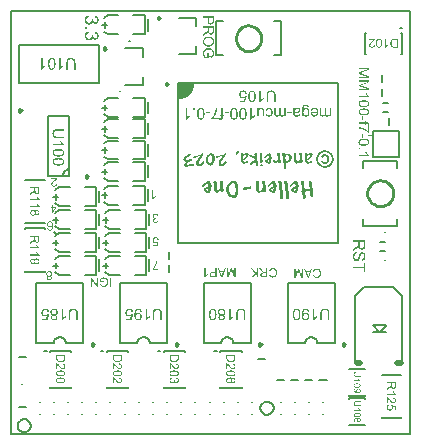
<source format=gto>
G04*
G04 #@! TF.GenerationSoftware,Altium Limited,Altium Designer,23.4.1 (23)*
G04*
G04 Layer_Color=65535*
%FSLAX25Y25*%
%MOIN*%
G70*
G04*
G04 #@! TF.SameCoordinates,14E61B82-D5C5-4CB9-B532-5A25EE7CC319*
G04*
G04*
G04 #@! TF.FilePolarity,Positive*
G04*
G01*
G75*
%ADD10C,0.00787*%
%ADD11C,0.00984*%
%ADD12C,0.00394*%
%ADD13C,0.00300*%
%ADD14C,0.01000*%
%ADD15C,0.00591*%
%ADD16C,0.00669*%
%ADD17C,0.00800*%
%ADD18C,0.00500*%
%ADD19C,0.01968*%
G36*
X56139Y117323D02*
Y112402D01*
X57911D01*
X61061Y115551D01*
Y117323D01*
X56139D01*
D02*
G37*
G36*
X119732Y121804D02*
X117234Y120968D01*
X117231D01*
X117220Y120961D01*
X117200Y120958D01*
X117176Y120947D01*
X117148Y120941D01*
X117114Y120927D01*
X117076Y120916D01*
X117038Y120903D01*
X116952Y120875D01*
X116866Y120848D01*
X116783Y120820D01*
X116746Y120810D01*
X116711Y120800D01*
X116715D01*
X116722Y120796D01*
X116732Y120793D01*
X116746Y120789D01*
X116766Y120782D01*
X116790Y120772D01*
X116821Y120765D01*
X116856Y120751D01*
X116890Y120741D01*
X116935Y120727D01*
X116980Y120710D01*
X117031Y120693D01*
X117086Y120676D01*
X117145Y120655D01*
X117207Y120634D01*
X117275Y120610D01*
X119732Y119764D01*
Y119134D01*
X116206D01*
Y119585D01*
X119157D01*
X116206Y120614D01*
Y121033D01*
X119209Y122055D01*
X116206D01*
Y122506D01*
X119732D01*
Y121804D01*
D02*
G37*
G36*
Y117700D02*
X117234Y116864D01*
X117231D01*
X117220Y116857D01*
X117200Y116854D01*
X117176Y116843D01*
X117148Y116837D01*
X117114Y116823D01*
X117076Y116813D01*
X117038Y116799D01*
X116952Y116771D01*
X116866Y116744D01*
X116783Y116716D01*
X116746Y116706D01*
X116711Y116696D01*
X116715D01*
X116722Y116692D01*
X116732Y116689D01*
X116746Y116685D01*
X116766Y116678D01*
X116790Y116668D01*
X116821Y116661D01*
X116856Y116647D01*
X116890Y116637D01*
X116935Y116623D01*
X116980Y116606D01*
X117031Y116589D01*
X117086Y116572D01*
X117145Y116551D01*
X117207Y116531D01*
X117275Y116506D01*
X119732Y115660D01*
Y115031D01*
X116206D01*
Y115481D01*
X119157D01*
X116206Y116510D01*
Y116929D01*
X119209Y117951D01*
X116206D01*
Y118402D01*
X119732D01*
Y117700D01*
D02*
G37*
G36*
X118861Y114122D02*
X118865Y114109D01*
X118875Y114092D01*
X118889Y114064D01*
X118906Y114033D01*
X118927Y113999D01*
X118947Y113957D01*
X118975Y113913D01*
X119033Y113813D01*
X119106Y113706D01*
X119185Y113600D01*
X119271Y113493D01*
X119274Y113489D01*
X119281Y113483D01*
X119295Y113465D01*
X119312Y113448D01*
X119336Y113428D01*
X119360Y113400D01*
X119391Y113373D01*
X119422Y113342D01*
X119494Y113280D01*
X119573Y113218D01*
X119659Y113159D01*
X119701Y113132D01*
X119745Y113111D01*
Y112829D01*
X116206D01*
Y113262D01*
X118961D01*
Y113266D01*
X118954Y113269D01*
X118947Y113280D01*
X118937Y113290D01*
X118906Y113324D01*
X118868Y113373D01*
X118823Y113431D01*
X118772Y113503D01*
X118717Y113586D01*
X118662Y113675D01*
Y113679D01*
X118655Y113686D01*
X118648Y113699D01*
X118638Y113717D01*
X118624Y113741D01*
X118610Y113765D01*
X118579Y113827D01*
X118545Y113895D01*
X118507Y113971D01*
X118473Y114050D01*
X118442Y114126D01*
X118858D01*
X118861Y114122D01*
D02*
G37*
G36*
X118046Y111718D02*
X118101D01*
X118159Y111714D01*
X118228Y111711D01*
X118304Y111704D01*
X118383Y111697D01*
X118466Y111690D01*
X118631Y111666D01*
X118799Y111635D01*
X118875Y111615D01*
X118951Y111594D01*
X118954D01*
X118968Y111587D01*
X118989Y111580D01*
X119013Y111570D01*
X119047Y111556D01*
X119081Y111539D01*
X119123Y111522D01*
X119167Y111498D01*
X119264Y111446D01*
X119360Y111381D01*
X119453Y111302D01*
X119498Y111257D01*
X119539Y111212D01*
X119542Y111209D01*
X119549Y111202D01*
X119560Y111185D01*
X119570Y111168D01*
X119587Y111140D01*
X119604Y111112D01*
X119622Y111075D01*
X119642Y111037D01*
X119663Y110992D01*
X119680Y110944D01*
X119697Y110892D01*
X119714Y110834D01*
X119725Y110775D01*
X119735Y110710D01*
X119742Y110645D01*
X119745Y110572D01*
Y110524D01*
X119742Y110500D01*
X119738Y110473D01*
X119735Y110438D01*
X119732Y110404D01*
X119718Y110328D01*
X119697Y110246D01*
X119666Y110160D01*
X119628Y110077D01*
Y110074D01*
X119622Y110067D01*
X119618Y110056D01*
X119608Y110039D01*
X119580Y110001D01*
X119546Y109950D01*
X119498Y109895D01*
X119443Y109836D01*
X119374Y109778D01*
X119298Y109723D01*
X119295D01*
X119288Y109716D01*
X119278Y109709D01*
X119260Y109699D01*
X119240Y109688D01*
X119216Y109675D01*
X119185Y109661D01*
X119154Y109644D01*
X119116Y109626D01*
X119078Y109609D01*
X118989Y109575D01*
X118885Y109537D01*
X118775Y109506D01*
X118772D01*
X118762Y109502D01*
X118744Y109499D01*
X118720Y109492D01*
X118689Y109485D01*
X118651Y109478D01*
X118607Y109472D01*
X118555Y109465D01*
X118500Y109458D01*
X118435Y109451D01*
X118369Y109444D01*
X118294Y109437D01*
X118214Y109430D01*
X118129Y109427D01*
X118039Y109423D01*
X117943D01*
X117936D01*
X117915D01*
X117884D01*
X117840Y109427D01*
X117788D01*
X117726Y109430D01*
X117661Y109434D01*
X117585Y109441D01*
X117506Y109448D01*
X117427Y109454D01*
X117258Y109478D01*
X117093Y109509D01*
X117017Y109530D01*
X116942Y109554D01*
X116938D01*
X116925Y109561D01*
X116904Y109568D01*
X116880Y109578D01*
X116845Y109592D01*
X116811Y109609D01*
X116770Y109626D01*
X116725Y109651D01*
X116632Y109702D01*
X116532Y109767D01*
X116439Y109847D01*
X116395Y109891D01*
X116353Y109936D01*
X116350Y109939D01*
X116343Y109946D01*
X116333Y109960D01*
X116323Y109981D01*
X116305Y110005D01*
X116288Y110036D01*
X116271Y110070D01*
X116250Y110108D01*
X116230Y110153D01*
X116212Y110201D01*
X116195Y110252D01*
X116178Y110311D01*
X116168Y110369D01*
X116157Y110435D01*
X116150Y110500D01*
X116147Y110572D01*
Y110597D01*
X116150Y110621D01*
X116154Y110658D01*
X116157Y110700D01*
X116168Y110751D01*
X116178Y110806D01*
X116192Y110865D01*
X116212Y110927D01*
X116236Y110992D01*
X116264Y111061D01*
X116298Y111126D01*
X116340Y111192D01*
X116388Y111257D01*
X116446Y111319D01*
X116508Y111374D01*
X116515Y111377D01*
X116529Y111388D01*
X116556Y111405D01*
X116594Y111429D01*
X116642Y111453D01*
X116701Y111484D01*
X116773Y111515D01*
X116856Y111546D01*
X116949Y111580D01*
X117055Y111611D01*
X117172Y111642D01*
X117299Y111666D01*
X117444Y111690D01*
X117595Y111708D01*
X117764Y111718D01*
X117943Y111721D01*
X117946D01*
X117950D01*
X117970D01*
X118005D01*
X118046Y111718D01*
D02*
G37*
G36*
Y108980D02*
X118101D01*
X118159Y108976D01*
X118228Y108973D01*
X118304Y108966D01*
X118383Y108959D01*
X118466Y108952D01*
X118631Y108928D01*
X118799Y108897D01*
X118875Y108877D01*
X118951Y108856D01*
X118954D01*
X118968Y108849D01*
X118989Y108842D01*
X119013Y108832D01*
X119047Y108818D01*
X119081Y108801D01*
X119123Y108784D01*
X119167Y108759D01*
X119264Y108708D01*
X119360Y108643D01*
X119453Y108563D01*
X119498Y108519D01*
X119539Y108474D01*
X119542Y108471D01*
X119549Y108464D01*
X119560Y108447D01*
X119570Y108429D01*
X119587Y108402D01*
X119604Y108374D01*
X119622Y108336D01*
X119642Y108299D01*
X119663Y108254D01*
X119680Y108206D01*
X119697Y108154D01*
X119714Y108096D01*
X119725Y108037D01*
X119735Y107972D01*
X119742Y107906D01*
X119745Y107834D01*
Y107786D01*
X119742Y107762D01*
X119738Y107734D01*
X119735Y107700D01*
X119732Y107666D01*
X119718Y107590D01*
X119697Y107507D01*
X119666Y107421D01*
X119628Y107339D01*
Y107335D01*
X119622Y107328D01*
X119618Y107318D01*
X119608Y107301D01*
X119580Y107263D01*
X119546Y107211D01*
X119498Y107157D01*
X119443Y107098D01*
X119374Y107039D01*
X119298Y106984D01*
X119295D01*
X119288Y106978D01*
X119278Y106971D01*
X119260Y106960D01*
X119240Y106950D01*
X119216Y106936D01*
X119185Y106923D01*
X119154Y106905D01*
X119116Y106888D01*
X119078Y106871D01*
X118989Y106837D01*
X118885Y106799D01*
X118775Y106768D01*
X118772D01*
X118762Y106764D01*
X118744Y106761D01*
X118720Y106754D01*
X118689Y106747D01*
X118651Y106740D01*
X118607Y106733D01*
X118555Y106727D01*
X118500Y106720D01*
X118435Y106713D01*
X118369Y106706D01*
X118294Y106699D01*
X118214Y106692D01*
X118129Y106689D01*
X118039Y106685D01*
X117943D01*
X117936D01*
X117915D01*
X117884D01*
X117840Y106689D01*
X117788D01*
X117726Y106692D01*
X117661Y106695D01*
X117585Y106702D01*
X117506Y106709D01*
X117427Y106716D01*
X117258Y106740D01*
X117093Y106771D01*
X117017Y106792D01*
X116942Y106816D01*
X116938D01*
X116925Y106823D01*
X116904Y106830D01*
X116880Y106840D01*
X116845Y106854D01*
X116811Y106871D01*
X116770Y106888D01*
X116725Y106912D01*
X116632Y106964D01*
X116532Y107029D01*
X116439Y107108D01*
X116395Y107153D01*
X116353Y107198D01*
X116350Y107201D01*
X116343Y107208D01*
X116333Y107222D01*
X116323Y107243D01*
X116305Y107267D01*
X116288Y107298D01*
X116271Y107332D01*
X116250Y107370D01*
X116230Y107414D01*
X116212Y107463D01*
X116195Y107514D01*
X116178Y107573D01*
X116168Y107631D01*
X116157Y107697D01*
X116150Y107762D01*
X116147Y107834D01*
Y107858D01*
X116150Y107882D01*
X116154Y107920D01*
X116157Y107961D01*
X116168Y108013D01*
X116178Y108068D01*
X116192Y108126D01*
X116212Y108188D01*
X116236Y108254D01*
X116264Y108323D01*
X116298Y108388D01*
X116340Y108453D01*
X116388Y108519D01*
X116446Y108581D01*
X116508Y108636D01*
X116515Y108639D01*
X116529Y108649D01*
X116556Y108667D01*
X116594Y108691D01*
X116642Y108715D01*
X116701Y108746D01*
X116773Y108777D01*
X116856Y108808D01*
X116949Y108842D01*
X117055Y108873D01*
X117172Y108904D01*
X117299Y108928D01*
X117444Y108952D01*
X117595Y108969D01*
X117764Y108980D01*
X117943Y108983D01*
X117946D01*
X117950D01*
X117970D01*
X118005D01*
X118046Y108980D01*
D02*
G37*
G36*
X117702Y104962D02*
X117265D01*
Y106293D01*
X117702D01*
Y104962D01*
D02*
G37*
G36*
X118762Y104380D02*
X119030D01*
X119033D01*
X119040D01*
X119054D01*
X119071D01*
X119095D01*
X119119Y104377D01*
X119174Y104374D01*
X119236Y104370D01*
X119302Y104360D01*
X119360Y104349D01*
X119412Y104336D01*
X119415D01*
X119419Y104332D01*
X119439Y104322D01*
X119470Y104308D01*
X119508Y104284D01*
X119553Y104253D01*
X119597Y104215D01*
X119642Y104171D01*
X119683Y104115D01*
Y104112D01*
X119687Y104109D01*
X119694Y104098D01*
X119701Y104085D01*
X119708Y104071D01*
X119718Y104050D01*
X119738Y104002D01*
X119756Y103940D01*
X119773Y103864D01*
X119787Y103775D01*
X119790Y103675D01*
Y103624D01*
X119787Y103606D01*
X119783Y103555D01*
X119780Y103493D01*
X119773Y103424D01*
X119759Y103348D01*
X119745Y103269D01*
X119370Y103335D01*
Y103341D01*
X119374Y103359D01*
X119377Y103383D01*
X119384Y103417D01*
X119388Y103455D01*
X119391Y103500D01*
X119395Y103589D01*
Y103620D01*
X119391Y103655D01*
X119384Y103696D01*
X119374Y103744D01*
X119357Y103789D01*
X119336Y103833D01*
X119308Y103868D01*
X119305Y103871D01*
X119291Y103882D01*
X119271Y103895D01*
X119240Y103909D01*
X119195Y103923D01*
X119143Y103937D01*
X119074Y103947D01*
X119037Y103950D01*
X118995D01*
X118762D01*
Y103452D01*
X118424D01*
Y103947D01*
X116206D01*
Y104380D01*
X118424D01*
Y104762D01*
X118762D01*
Y104380D01*
D02*
G37*
G36*
X119687Y100923D02*
X119350D01*
X119346Y100927D01*
X119333Y100937D01*
X119312Y100958D01*
X119284Y100982D01*
X119246Y101013D01*
X119205Y101047D01*
X119154Y101088D01*
X119095Y101133D01*
X119030Y101181D01*
X118958Y101236D01*
X118878Y101291D01*
X118792Y101350D01*
X118703Y101408D01*
X118607Y101470D01*
X118503Y101532D01*
X118393Y101594D01*
X118386Y101597D01*
X118366Y101608D01*
X118335Y101625D01*
X118290Y101649D01*
X118239Y101676D01*
X118173Y101707D01*
X118101Y101742D01*
X118018Y101780D01*
X117929Y101821D01*
X117836Y101862D01*
X117733Y101907D01*
X117630Y101948D01*
X117520Y101990D01*
X117406Y102031D01*
X117289Y102069D01*
X117172Y102103D01*
X117169D01*
X117152Y102110D01*
X117128Y102117D01*
X117096Y102124D01*
X117055Y102134D01*
X117004Y102148D01*
X116949Y102158D01*
X116887Y102172D01*
X116818Y102186D01*
X116742Y102199D01*
X116663Y102213D01*
X116577Y102227D01*
X116491Y102241D01*
X116398Y102251D01*
X116206Y102268D01*
Y102712D01*
X116209D01*
X116226D01*
X116247Y102708D01*
X116278D01*
X116319Y102705D01*
X116367Y102702D01*
X116422Y102695D01*
X116484Y102688D01*
X116556Y102681D01*
X116632Y102671D01*
X116715Y102657D01*
X116801Y102640D01*
X116897Y102623D01*
X116993Y102602D01*
X117100Y102578D01*
X117207Y102550D01*
X117210D01*
X117213Y102547D01*
X117234Y102543D01*
X117265Y102533D01*
X117306Y102523D01*
X117361Y102506D01*
X117423Y102485D01*
X117492Y102464D01*
X117571Y102437D01*
X117654Y102406D01*
X117743Y102371D01*
X117840Y102337D01*
X117936Y102296D01*
X118139Y102206D01*
X118345Y102103D01*
X118352Y102100D01*
X118369Y102089D01*
X118397Y102072D01*
X118438Y102051D01*
X118483Y102024D01*
X118538Y101993D01*
X118600Y101955D01*
X118665Y101914D01*
X118737Y101869D01*
X118813Y101821D01*
X118968Y101718D01*
X119123Y101601D01*
X119198Y101542D01*
X119271Y101480D01*
Y103204D01*
X119687D01*
Y100923D01*
D02*
G37*
G36*
X117702Y99213D02*
X117265D01*
Y100545D01*
X117702D01*
Y99213D01*
D02*
G37*
G36*
X118046Y98852D02*
X118101D01*
X118159Y98849D01*
X118228Y98845D01*
X118304Y98839D01*
X118383Y98832D01*
X118466Y98825D01*
X118631Y98801D01*
X118799Y98770D01*
X118875Y98749D01*
X118951Y98729D01*
X118954D01*
X118968Y98722D01*
X118989Y98715D01*
X119013Y98704D01*
X119047Y98691D01*
X119081Y98673D01*
X119123Y98656D01*
X119167Y98632D01*
X119264Y98581D01*
X119360Y98515D01*
X119453Y98436D01*
X119498Y98391D01*
X119539Y98347D01*
X119542Y98343D01*
X119549Y98336D01*
X119560Y98319D01*
X119570Y98302D01*
X119587Y98274D01*
X119604Y98247D01*
X119622Y98209D01*
X119642Y98171D01*
X119663Y98127D01*
X119680Y98078D01*
X119697Y98027D01*
X119714Y97968D01*
X119725Y97910D01*
X119735Y97844D01*
X119742Y97779D01*
X119745Y97707D01*
Y97659D01*
X119742Y97635D01*
X119738Y97607D01*
X119735Y97573D01*
X119732Y97538D01*
X119718Y97462D01*
X119697Y97380D01*
X119666Y97294D01*
X119628Y97211D01*
Y97208D01*
X119622Y97201D01*
X119618Y97191D01*
X119608Y97174D01*
X119580Y97136D01*
X119546Y97084D01*
X119498Y97029D01*
X119443Y96971D01*
X119374Y96912D01*
X119298Y96857D01*
X119295D01*
X119288Y96850D01*
X119278Y96843D01*
X119260Y96833D01*
X119240Y96823D01*
X119216Y96809D01*
X119185Y96795D01*
X119154Y96778D01*
X119116Y96761D01*
X119078Y96744D01*
X118989Y96709D01*
X118885Y96671D01*
X118775Y96640D01*
X118772D01*
X118762Y96637D01*
X118744Y96633D01*
X118720Y96627D01*
X118689Y96620D01*
X118651Y96613D01*
X118607Y96606D01*
X118555Y96599D01*
X118500Y96592D01*
X118435Y96585D01*
X118369Y96579D01*
X118294Y96572D01*
X118214Y96565D01*
X118129Y96561D01*
X118039Y96558D01*
X117943D01*
X117936D01*
X117915D01*
X117884D01*
X117840Y96561D01*
X117788D01*
X117726Y96565D01*
X117661Y96568D01*
X117585Y96575D01*
X117506Y96582D01*
X117427Y96589D01*
X117258Y96613D01*
X117093Y96644D01*
X117017Y96665D01*
X116942Y96688D01*
X116938D01*
X116925Y96695D01*
X116904Y96702D01*
X116880Y96713D01*
X116845Y96726D01*
X116811Y96744D01*
X116770Y96761D01*
X116725Y96785D01*
X116632Y96837D01*
X116532Y96902D01*
X116439Y96981D01*
X116395Y97026D01*
X116353Y97070D01*
X116350Y97074D01*
X116343Y97081D01*
X116333Y97095D01*
X116323Y97115D01*
X116305Y97139D01*
X116288Y97170D01*
X116271Y97205D01*
X116250Y97242D01*
X116230Y97287D01*
X116212Y97335D01*
X116195Y97387D01*
X116178Y97445D01*
X116168Y97504D01*
X116157Y97569D01*
X116150Y97635D01*
X116147Y97707D01*
Y97731D01*
X116150Y97755D01*
X116154Y97793D01*
X116157Y97834D01*
X116168Y97886D01*
X116178Y97941D01*
X116192Y97999D01*
X116212Y98061D01*
X116236Y98127D01*
X116264Y98195D01*
X116298Y98261D01*
X116340Y98326D01*
X116388Y98391D01*
X116446Y98453D01*
X116508Y98508D01*
X116515Y98512D01*
X116529Y98522D01*
X116556Y98539D01*
X116594Y98563D01*
X116642Y98587D01*
X116701Y98618D01*
X116773Y98649D01*
X116856Y98680D01*
X116949Y98715D01*
X117055Y98746D01*
X117172Y98777D01*
X117299Y98801D01*
X117444Y98825D01*
X117595Y98842D01*
X117764Y98852D01*
X117943Y98856D01*
X117946D01*
X117950D01*
X117970D01*
X118005D01*
X118046Y98852D01*
D02*
G37*
G36*
X116698Y95381D02*
X116206D01*
Y95873D01*
X116698D01*
Y95381D01*
D02*
G37*
G36*
X118861Y94411D02*
X118865Y94397D01*
X118875Y94380D01*
X118889Y94353D01*
X118906Y94322D01*
X118927Y94287D01*
X118947Y94246D01*
X118975Y94201D01*
X119033Y94102D01*
X119106Y93995D01*
X119185Y93888D01*
X119271Y93782D01*
X119274Y93778D01*
X119281Y93771D01*
X119295Y93754D01*
X119312Y93737D01*
X119336Y93716D01*
X119360Y93689D01*
X119391Y93661D01*
X119422Y93630D01*
X119494Y93568D01*
X119573Y93507D01*
X119659Y93448D01*
X119701Y93421D01*
X119745Y93400D01*
Y93118D01*
X116206D01*
Y93551D01*
X118961D01*
Y93555D01*
X118954Y93558D01*
X118947Y93568D01*
X118937Y93579D01*
X118906Y93613D01*
X118868Y93661D01*
X118823Y93720D01*
X118772Y93792D01*
X118717Y93875D01*
X118662Y93964D01*
Y93967D01*
X118655Y93974D01*
X118648Y93988D01*
X118638Y94005D01*
X118624Y94029D01*
X118610Y94054D01*
X118579Y94115D01*
X118545Y94184D01*
X118507Y94260D01*
X118473Y94339D01*
X118442Y94415D01*
X118858D01*
X118861Y94411D01*
D02*
G37*
G36*
X98698Y110232D02*
X98739Y110229D01*
X98788Y110225D01*
X98844Y110217D01*
X98900Y110206D01*
X99028Y110180D01*
X99095Y110161D01*
X99163Y110143D01*
X99230Y110116D01*
X99294Y110086D01*
X99358Y110053D01*
X99418Y110011D01*
X99422Y110008D01*
X99429Y110000D01*
X99448Y109989D01*
X99467Y109970D01*
X99489Y109944D01*
X99515Y109917D01*
X99542Y109884D01*
X99572Y109843D01*
X99598Y109798D01*
X99624Y109749D01*
X99650Y109693D01*
X99673Y109633D01*
X99692Y109565D01*
X99703Y109494D01*
X99714Y109419D01*
Y109336D01*
X99257Y109404D01*
Y109407D01*
Y109411D01*
X99253Y109423D01*
X99249Y109438D01*
X99242Y109475D01*
X99227Y109520D01*
X99204Y109573D01*
X99178Y109621D01*
X99144Y109670D01*
X99099Y109711D01*
X99095D01*
X99092Y109719D01*
X99080Y109722D01*
X99065Y109734D01*
X99050Y109741D01*
X99028Y109753D01*
X98972Y109779D01*
X98904Y109805D01*
X98822Y109824D01*
X98728Y109839D01*
X98619Y109846D01*
X98589D01*
X98563Y109843D01*
X98537D01*
X98507Y109839D01*
X98432Y109827D01*
X98349Y109812D01*
X98267Y109790D01*
X98184Y109756D01*
X98113Y109711D01*
X98109D01*
X98105Y109704D01*
X98083Y109689D01*
X98053Y109659D01*
X98015Y109617D01*
X97974Y109565D01*
X97933Y109501D01*
X97899Y109426D01*
X97869Y109344D01*
Y109336D01*
X97865Y109329D01*
X97862Y109314D01*
Y109295D01*
X97858Y109273D01*
X97854Y109246D01*
X97850Y109216D01*
X97847Y109179D01*
X97843Y109134D01*
Y109085D01*
X97839Y109029D01*
X97835Y108969D01*
Y108897D01*
Y108823D01*
Y108740D01*
X97839Y108744D01*
X97850Y108755D01*
X97865Y108774D01*
X97892Y108796D01*
X97922Y108823D01*
X97959Y108856D01*
X98000Y108886D01*
X98049Y108920D01*
X98102Y108958D01*
X98162Y108987D01*
X98225Y109018D01*
X98293Y109047D01*
X98364Y109070D01*
X98443Y109089D01*
X98522Y109100D01*
X98608Y109104D01*
X98634D01*
X98664Y109100D01*
X98702Y109096D01*
X98750Y109092D01*
X98807Y109081D01*
X98867Y109070D01*
X98934Y109051D01*
X99005Y109029D01*
X99077Y109002D01*
X99152Y108969D01*
X99223Y108931D01*
X99298Y108882D01*
X99369Y108826D01*
X99433Y108763D01*
X99497Y108691D01*
X99500Y108687D01*
X99512Y108672D01*
X99527Y108650D01*
X99545Y108616D01*
X99568Y108579D01*
X99594Y108530D01*
X99624Y108474D01*
X99650Y108410D01*
X99680Y108343D01*
X99710Y108264D01*
X99737Y108185D01*
X99759Y108095D01*
X99778Y108005D01*
X99793Y107907D01*
X99804Y107802D01*
X99808Y107697D01*
Y107694D01*
Y107679D01*
Y107660D01*
X99804Y107630D01*
Y107592D01*
X99800Y107551D01*
X99797Y107506D01*
X99789Y107454D01*
X99782Y107397D01*
X99774Y107341D01*
X99748Y107218D01*
X99714Y107086D01*
X99665Y106959D01*
Y106955D01*
X99658Y106944D01*
X99650Y106925D01*
X99639Y106903D01*
X99624Y106876D01*
X99605Y106843D01*
X99557Y106767D01*
X99497Y106681D01*
X99425Y106595D01*
X99343Y106512D01*
X99245Y106438D01*
X99242Y106434D01*
X99234Y106430D01*
X99219Y106419D01*
X99197Y106407D01*
X99170Y106396D01*
X99140Y106377D01*
X99103Y106362D01*
X99062Y106344D01*
X99017Y106329D01*
X98968Y106310D01*
X98915Y106295D01*
X98859Y106284D01*
X98735Y106261D01*
X98672Y106257D01*
X98604Y106254D01*
X98582D01*
X98555Y106257D01*
X98522Y106261D01*
X98480Y106265D01*
X98432Y106276D01*
X98375Y106288D01*
X98315Y106302D01*
X98255Y106325D01*
X98188Y106351D01*
X98120Y106381D01*
X98053Y106422D01*
X97985Y106467D01*
X97918Y106520D01*
X97850Y106580D01*
X97790Y106651D01*
Y106317D01*
X97355D01*
Y108729D01*
Y108736D01*
Y108759D01*
Y108789D01*
X97359Y108834D01*
Y108886D01*
X97363Y108950D01*
X97367Y109014D01*
X97370Y109085D01*
X97389Y109239D01*
X97412Y109389D01*
X97427Y109464D01*
X97445Y109531D01*
X97468Y109591D01*
X97490Y109648D01*
Y109651D01*
X97498Y109659D01*
X97505Y109674D01*
X97517Y109693D01*
X97528Y109715D01*
X97547Y109741D01*
X97592Y109805D01*
X97652Y109872D01*
X97723Y109944D01*
X97809Y110015D01*
X97910Y110079D01*
X97914D01*
X97922Y110086D01*
X97940Y110094D01*
X97963Y110105D01*
X97989Y110116D01*
X98023Y110127D01*
X98060Y110143D01*
X98105Y110158D01*
X98154Y110172D01*
X98207Y110187D01*
X98267Y110199D01*
X98327Y110210D01*
X98394Y110221D01*
X98465Y110229D01*
X98615Y110236D01*
X98664D01*
X98698Y110232D01*
D02*
G37*
G36*
X95927Y109164D02*
X95964Y109160D01*
X96009Y109156D01*
X96058Y109149D01*
X96110Y109141D01*
X96223Y109115D01*
X96283Y109096D01*
X96343Y109074D01*
X96399Y109047D01*
X96455Y109018D01*
X96508Y108984D01*
X96557Y108946D01*
X96560Y108942D01*
X96568Y108935D01*
X96579Y108924D01*
X96594Y108905D01*
X96613Y108882D01*
X96635Y108856D01*
X96654Y108826D01*
X96677Y108789D01*
X96703Y108751D01*
X96722Y108706D01*
X96744Y108661D01*
X96763Y108609D01*
X96778Y108556D01*
X96789Y108496D01*
X96797Y108436D01*
X96800Y108372D01*
Y108369D01*
Y108365D01*
Y108354D01*
Y108339D01*
X96797Y108298D01*
X96789Y108249D01*
X96778Y108189D01*
X96763Y108129D01*
X96740Y108061D01*
X96710Y107998D01*
Y107994D01*
X96707Y107990D01*
X96692Y107967D01*
X96673Y107938D01*
X96643Y107900D01*
X96609Y107855D01*
X96568Y107810D01*
X96519Y107765D01*
X96467Y107724D01*
X96459Y107720D01*
X96440Y107709D01*
X96410Y107690D01*
X96369Y107668D01*
X96317Y107641D01*
X96260Y107615D01*
X96197Y107592D01*
X96129Y107570D01*
X96122D01*
X96103Y107562D01*
X96069Y107555D01*
X96024Y107547D01*
X95964Y107536D01*
X95893Y107525D01*
X95807Y107510D01*
X95709Y107499D01*
X95702D01*
X95683Y107495D01*
X95653Y107491D01*
X95615Y107487D01*
X95570Y107480D01*
X95514Y107473D01*
X95454Y107461D01*
X95390Y107454D01*
X95252Y107428D01*
X95113Y107401D01*
X95045Y107386D01*
X94982Y107368D01*
X94922Y107352D01*
X94869Y107334D01*
Y107330D01*
Y107319D01*
Y107304D01*
X94865Y107285D01*
Y107244D01*
Y107225D01*
Y107214D01*
Y107210D01*
Y107202D01*
Y107187D01*
X94869Y107165D01*
Y107142D01*
X94873Y107116D01*
X94880Y107053D01*
X94899Y106989D01*
X94922Y106918D01*
X94955Y106858D01*
X94978Y106827D01*
X95000Y106805D01*
X95004Y106801D01*
X95008Y106798D01*
X95019Y106790D01*
X95034Y106779D01*
X95053Y106767D01*
X95075Y106753D01*
X95102Y106737D01*
X95135Y106722D01*
X95169Y106708D01*
X95210Y106696D01*
X95255Y106681D01*
X95304Y106670D01*
X95353Y106659D01*
X95413Y106651D01*
X95473Y106644D01*
X95589D01*
X95619Y106648D01*
X95649Y106651D01*
X95720Y106659D01*
X95799Y106674D01*
X95882Y106693D01*
X95957Y106722D01*
X95994Y106741D01*
X96024Y106764D01*
X96032Y106767D01*
X96050Y106786D01*
X96077Y106816D01*
X96110Y106858D01*
X96152Y106914D01*
X96170Y106948D01*
X96189Y106985D01*
X96208Y107026D01*
X96227Y107075D01*
X96242Y107124D01*
X96257Y107176D01*
X96718Y107113D01*
Y107109D01*
X96714Y107097D01*
X96710Y107082D01*
X96707Y107064D01*
X96699Y107037D01*
X96692Y107008D01*
X96669Y106940D01*
X96643Y106865D01*
X96605Y106786D01*
X96564Y106708D01*
X96515Y106636D01*
Y106632D01*
X96508Y106629D01*
X96489Y106606D01*
X96455Y106572D01*
X96407Y106531D01*
X96350Y106486D01*
X96279Y106441D01*
X96193Y106396D01*
X96099Y106355D01*
X96095D01*
X96088Y106351D01*
X96073Y106344D01*
X96050Y106340D01*
X96024Y106333D01*
X95994Y106321D01*
X95957Y106314D01*
X95915Y106302D01*
X95874Y106295D01*
X95825Y106288D01*
X95717Y106269D01*
X95597Y106257D01*
X95465Y106254D01*
X95405D01*
X95375Y106257D01*
X95342D01*
X95300Y106261D01*
X95259Y106265D01*
X95169Y106276D01*
X95072Y106291D01*
X94978Y106310D01*
X94888Y106340D01*
X94884D01*
X94877Y106344D01*
X94865Y106348D01*
X94850Y106355D01*
X94813Y106374D01*
X94764Y106396D01*
X94712Y106426D01*
X94655Y106464D01*
X94607Y106505D01*
X94562Y106550D01*
X94558Y106558D01*
X94543Y106572D01*
X94528Y106599D01*
X94505Y106636D01*
X94479Y106685D01*
X94457Y106741D01*
X94434Y106801D01*
X94415Y106872D01*
Y106880D01*
X94412Y106895D01*
X94408Y106929D01*
X94400Y106970D01*
Y107000D01*
X94397Y107030D01*
Y107068D01*
X94393Y107105D01*
Y107150D01*
X94389Y107199D01*
Y107251D01*
Y107308D01*
Y107938D01*
Y107945D01*
Y107967D01*
Y108001D01*
Y108043D01*
Y108095D01*
Y108155D01*
X94385Y108219D01*
Y108290D01*
X94382Y108432D01*
X94378Y108500D01*
Y108568D01*
X94374Y108631D01*
X94370Y108687D01*
X94363Y108736D01*
X94359Y108774D01*
Y108781D01*
X94352Y108804D01*
X94344Y108837D01*
X94333Y108879D01*
X94318Y108931D01*
X94295Y108984D01*
X94269Y109044D01*
X94239Y109104D01*
X94730D01*
X94734Y109096D01*
X94742Y109078D01*
X94757Y109047D01*
X94772Y109006D01*
X94790Y108954D01*
X94805Y108897D01*
X94817Y108830D01*
X94828Y108759D01*
X94832Y108763D01*
X94839Y108770D01*
X94854Y108781D01*
X94873Y108796D01*
X94895Y108815D01*
X94925Y108834D01*
X94989Y108882D01*
X95068Y108935D01*
X95150Y108987D01*
X95244Y109036D01*
X95334Y109078D01*
X95338D01*
X95345Y109081D01*
X95357Y109085D01*
X95375Y109092D01*
X95398Y109100D01*
X95424Y109107D01*
X95454Y109115D01*
X95488Y109123D01*
X95567Y109137D01*
X95653Y109152D01*
X95750Y109164D01*
X95852Y109168D01*
X95897D01*
X95927Y109164D01*
D02*
G37*
G36*
X83833D02*
X83859D01*
X83919Y109156D01*
X83990Y109145D01*
X84069Y109126D01*
X84148Y109104D01*
X84230Y109074D01*
X84234D01*
X84238Y109070D01*
X84249Y109063D01*
X84264Y109055D01*
X84302Y109036D01*
X84350Y109010D01*
X84403Y108976D01*
X84455Y108935D01*
X84504Y108890D01*
X84549Y108837D01*
X84553Y108830D01*
X84564Y108811D01*
X84583Y108781D01*
X84605Y108740D01*
X84628Y108691D01*
X84650Y108631D01*
X84673Y108564D01*
X84692Y108489D01*
Y108481D01*
X84695Y108463D01*
X84699Y108429D01*
X84703Y108380D01*
X84710Y108316D01*
X84714Y108241D01*
X84718Y108151D01*
Y108046D01*
Y106317D01*
X84245D01*
Y107866D01*
Y107870D01*
Y107881D01*
Y107900D01*
Y107926D01*
Y107956D01*
Y107990D01*
X84242Y108069D01*
X84238Y108151D01*
X84234Y108234D01*
X84230Y108271D01*
X84227Y108305D01*
X84223Y108339D01*
X84219Y108365D01*
Y108369D01*
X84215Y108372D01*
X84208Y108395D01*
X84197Y108429D01*
X84178Y108470D01*
X84152Y108519D01*
X84122Y108568D01*
X84080Y108616D01*
X84032Y108658D01*
X84024Y108661D01*
X84005Y108672D01*
X83975Y108691D01*
X83930Y108710D01*
X83882Y108729D01*
X83818Y108747D01*
X83750Y108759D01*
X83675Y108763D01*
X83638D01*
X83600Y108755D01*
X83548Y108747D01*
X83488Y108736D01*
X83420Y108718D01*
X83353Y108691D01*
X83282Y108654D01*
X83278D01*
X83274Y108650D01*
X83252Y108635D01*
X83218Y108609D01*
X83177Y108575D01*
X83135Y108534D01*
X83090Y108481D01*
X83049Y108425D01*
X83015Y108358D01*
Y108354D01*
X83012Y108350D01*
X83008Y108339D01*
X83004Y108324D01*
X82997Y108301D01*
X82989Y108279D01*
X82982Y108253D01*
X82974Y108219D01*
X82970Y108181D01*
X82963Y108144D01*
X82955Y108099D01*
X82948Y108050D01*
X82944Y107998D01*
X82940Y107938D01*
X82937Y107878D01*
Y107814D01*
Y106317D01*
X82464D01*
Y109104D01*
X82888D01*
Y108699D01*
X82892Y108703D01*
X82903Y108718D01*
X82922Y108744D01*
X82948Y108770D01*
X82982Y108808D01*
X83019Y108849D01*
X83068Y108890D01*
X83120Y108931D01*
X83180Y108976D01*
X83248Y109018D01*
X83319Y109059D01*
X83398Y109092D01*
X83480Y109123D01*
X83570Y109149D01*
X83668Y109164D01*
X83769Y109168D01*
X83810D01*
X83833Y109164D01*
D02*
G37*
G36*
X61595Y108568D02*
X61059D01*
Y109104D01*
X61595D01*
Y108568D01*
D02*
G37*
G36*
X93842Y107473D02*
X92390D01*
Y107949D01*
X93842D01*
Y107473D01*
D02*
G37*
G36*
X72954D02*
X71503D01*
Y107949D01*
X72954D01*
Y107473D01*
D02*
G37*
G36*
X66688D02*
X65237D01*
Y107949D01*
X66688D01*
Y107473D01*
D02*
G37*
G36*
X107087Y106317D02*
X106663D01*
Y106704D01*
X106655Y106700D01*
X106648Y106689D01*
X106640Y106674D01*
X106610Y106636D01*
X106569Y106591D01*
X106520Y106539D01*
X106460Y106483D01*
X106393Y106430D01*
X106314Y106381D01*
X106310D01*
X106303Y106377D01*
X106292Y106370D01*
X106277Y106362D01*
X106254Y106351D01*
X106232Y106340D01*
X106172Y106317D01*
X106097Y106295D01*
X106014Y106272D01*
X105920Y106257D01*
X105819Y106254D01*
X105789D01*
X105767Y106257D01*
X105740D01*
X105710Y106261D01*
X105639Y106269D01*
X105560Y106288D01*
X105474Y106310D01*
X105392Y106340D01*
X105313Y106385D01*
X105309D01*
X105305Y106393D01*
X105279Y106407D01*
X105245Y106438D01*
X105204Y106479D01*
X105159Y106527D01*
X105110Y106588D01*
X105069Y106659D01*
X105035Y106741D01*
X105032Y106737D01*
X105020Y106719D01*
X105002Y106696D01*
X104975Y106666D01*
X104942Y106629D01*
X104900Y106588D01*
X104855Y106543D01*
X104803Y106498D01*
X104743Y106453D01*
X104679Y106407D01*
X104608Y106366D01*
X104529Y106329D01*
X104450Y106299D01*
X104360Y106276D01*
X104270Y106257D01*
X104173Y106254D01*
X104132D01*
X104105Y106257D01*
X104068Y106261D01*
X104030Y106265D01*
X103985Y106272D01*
X103937Y106284D01*
X103835Y106310D01*
X103783Y106329D01*
X103727Y106351D01*
X103678Y106377D01*
X103625Y106411D01*
X103580Y106445D01*
X103535Y106486D01*
X103532Y106490D01*
X103524Y106498D01*
X103513Y106509D01*
X103502Y106527D01*
X103483Y106554D01*
X103464Y106584D01*
X103445Y106617D01*
X103423Y106659D01*
X103400Y106708D01*
X103382Y106760D01*
X103363Y106816D01*
X103344Y106880D01*
X103333Y106948D01*
X103322Y107023D01*
X103314Y107105D01*
X103310Y107191D01*
Y109104D01*
X103783D01*
Y107349D01*
Y107345D01*
Y107337D01*
Y107323D01*
Y107304D01*
Y107281D01*
X103787Y107251D01*
X103790Y107191D01*
X103794Y107127D01*
X103802Y107060D01*
X103817Y106996D01*
X103832Y106944D01*
X103835Y106936D01*
X103839Y106921D01*
X103850Y106899D01*
X103869Y106869D01*
X103892Y106839D01*
X103922Y106805D01*
X103955Y106771D01*
X103997Y106741D01*
X104000Y106737D01*
X104019Y106730D01*
X104042Y106715D01*
X104075Y106700D01*
X104117Y106689D01*
X104165Y106674D01*
X104218Y106666D01*
X104278Y106662D01*
X104308D01*
X104327Y106666D01*
X104353Y106670D01*
X104383Y106674D01*
X104450Y106689D01*
X104529Y106711D01*
X104612Y106745D01*
X104653Y106767D01*
X104690Y106794D01*
X104732Y106827D01*
X104769Y106861D01*
X104773Y106865D01*
X104777Y106869D01*
X104788Y106884D01*
X104799Y106899D01*
X104814Y106921D01*
X104829Y106944D01*
X104848Y106977D01*
X104863Y107011D01*
X104882Y107053D01*
X104900Y107101D01*
X104915Y107150D01*
X104930Y107206D01*
X104942Y107270D01*
X104953Y107337D01*
X104957Y107409D01*
X104960Y107487D01*
Y109104D01*
X105433D01*
Y107292D01*
Y107289D01*
Y107278D01*
Y107263D01*
Y107240D01*
X105437Y107214D01*
X105440Y107184D01*
X105448Y107116D01*
X105463Y107037D01*
X105482Y106959D01*
X105512Y106884D01*
X105549Y106820D01*
X105553Y106813D01*
X105572Y106794D01*
X105598Y106771D01*
X105639Y106741D01*
X105692Y106711D01*
X105755Y106689D01*
X105834Y106670D01*
X105924Y106662D01*
X105958D01*
X105995Y106666D01*
X106044Y106674D01*
X106100Y106689D01*
X106164Y106708D01*
X106232Y106734D01*
X106295Y106767D01*
X106303Y106771D01*
X106322Y106786D01*
X106352Y106813D01*
X106389Y106846D01*
X106430Y106887D01*
X106468Y106940D01*
X106505Y107004D01*
X106539Y107075D01*
Y107079D01*
X106543Y107082D01*
X106547Y107097D01*
X106550Y107113D01*
X106558Y107135D01*
X106562Y107158D01*
X106569Y107187D01*
X106577Y107225D01*
X106584Y107263D01*
X106592Y107308D01*
X106595Y107356D01*
X106603Y107409D01*
X106607Y107465D01*
X106610Y107525D01*
X106614Y107589D01*
Y107660D01*
Y109104D01*
X107087D01*
Y106317D01*
D02*
G37*
G36*
X91869D02*
X91445D01*
Y106704D01*
X91438Y106700D01*
X91430Y106689D01*
X91423Y106674D01*
X91393Y106636D01*
X91352Y106591D01*
X91303Y106539D01*
X91243Y106483D01*
X91175Y106430D01*
X91097Y106381D01*
X91093D01*
X91085Y106377D01*
X91074Y106370D01*
X91059Y106362D01*
X91037Y106351D01*
X91014Y106340D01*
X90954Y106317D01*
X90879Y106295D01*
X90797Y106272D01*
X90703Y106257D01*
X90602Y106254D01*
X90572D01*
X90549Y106257D01*
X90523D01*
X90493Y106261D01*
X90422Y106269D01*
X90343Y106288D01*
X90257Y106310D01*
X90174Y106340D01*
X90095Y106385D01*
X90092D01*
X90088Y106393D01*
X90062Y106407D01*
X90028Y106438D01*
X89987Y106479D01*
X89942Y106527D01*
X89893Y106588D01*
X89852Y106659D01*
X89818Y106741D01*
X89814Y106737D01*
X89803Y106719D01*
X89784Y106696D01*
X89758Y106666D01*
X89724Y106629D01*
X89683Y106588D01*
X89638Y106543D01*
X89585Y106498D01*
X89525Y106453D01*
X89462Y106407D01*
X89390Y106366D01*
X89312Y106329D01*
X89233Y106299D01*
X89143Y106276D01*
X89053Y106257D01*
X88955Y106254D01*
X88914D01*
X88888Y106257D01*
X88850Y106261D01*
X88813Y106265D01*
X88768Y106272D01*
X88719Y106284D01*
X88618Y106310D01*
X88565Y106329D01*
X88509Y106351D01*
X88460Y106377D01*
X88408Y106411D01*
X88363Y106445D01*
X88318Y106486D01*
X88314Y106490D01*
X88307Y106498D01*
X88295Y106509D01*
X88284Y106527D01*
X88265Y106554D01*
X88247Y106584D01*
X88228Y106617D01*
X88205Y106659D01*
X88183Y106708D01*
X88164Y106760D01*
X88145Y106816D01*
X88127Y106880D01*
X88115Y106948D01*
X88104Y107023D01*
X88097Y107105D01*
X88093Y107191D01*
Y109104D01*
X88565D01*
Y107349D01*
Y107345D01*
Y107337D01*
Y107323D01*
Y107304D01*
Y107281D01*
X88569Y107251D01*
X88573Y107191D01*
X88577Y107127D01*
X88584Y107060D01*
X88599Y106996D01*
X88614Y106944D01*
X88618Y106936D01*
X88622Y106921D01*
X88633Y106899D01*
X88652Y106869D01*
X88674Y106839D01*
X88704Y106805D01*
X88738Y106771D01*
X88779Y106741D01*
X88783Y106737D01*
X88802Y106730D01*
X88824Y106715D01*
X88858Y106700D01*
X88899Y106689D01*
X88948Y106674D01*
X89000Y106666D01*
X89060Y106662D01*
X89090D01*
X89109Y106666D01*
X89135Y106670D01*
X89165Y106674D01*
X89233Y106689D01*
X89312Y106711D01*
X89394Y106745D01*
X89435Y106767D01*
X89473Y106794D01*
X89514Y106827D01*
X89552Y106861D01*
X89555Y106865D01*
X89559Y106869D01*
X89570Y106884D01*
X89582Y106899D01*
X89597Y106921D01*
X89612Y106944D01*
X89630Y106977D01*
X89645Y107011D01*
X89664Y107053D01*
X89683Y107101D01*
X89698Y107150D01*
X89713Y107206D01*
X89724Y107270D01*
X89735Y107337D01*
X89739Y107409D01*
X89743Y107487D01*
Y109104D01*
X90215D01*
Y107292D01*
Y107289D01*
Y107278D01*
Y107263D01*
Y107240D01*
X90219Y107214D01*
X90223Y107184D01*
X90230Y107116D01*
X90245Y107037D01*
X90264Y106959D01*
X90294Y106884D01*
X90332Y106820D01*
X90335Y106813D01*
X90354Y106794D01*
X90380Y106771D01*
X90422Y106741D01*
X90474Y106711D01*
X90538Y106689D01*
X90617Y106670D01*
X90707Y106662D01*
X90740D01*
X90778Y106666D01*
X90827Y106674D01*
X90883Y106689D01*
X90947Y106708D01*
X91014Y106734D01*
X91078Y106767D01*
X91085Y106771D01*
X91104Y106786D01*
X91134Y106813D01*
X91172Y106846D01*
X91213Y106887D01*
X91250Y106940D01*
X91288Y107004D01*
X91322Y107075D01*
Y107079D01*
X91325Y107082D01*
X91329Y107097D01*
X91333Y107113D01*
X91340Y107135D01*
X91344Y107158D01*
X91352Y107187D01*
X91359Y107225D01*
X91367Y107263D01*
X91374Y107308D01*
X91378Y107356D01*
X91385Y107409D01*
X91389Y107465D01*
X91393Y107525D01*
X91397Y107589D01*
Y107660D01*
Y109104D01*
X91869D01*
Y106317D01*
D02*
G37*
G36*
X86330Y109164D02*
X86368Y109160D01*
X86417Y109156D01*
X86473Y109149D01*
X86537Y109137D01*
X86604Y109123D01*
X86675Y109100D01*
X86750Y109078D01*
X86825Y109047D01*
X86900Y109010D01*
X86979Y108969D01*
X87054Y108920D01*
X87125Y108860D01*
X87193Y108796D01*
X87197Y108792D01*
X87208Y108777D01*
X87223Y108759D01*
X87245Y108725D01*
X87272Y108687D01*
X87302Y108642D01*
X87332Y108586D01*
X87365Y108522D01*
X87399Y108451D01*
X87429Y108369D01*
X87459Y108282D01*
X87485Y108185D01*
X87504Y108080D01*
X87523Y107971D01*
X87534Y107851D01*
X87538Y107724D01*
Y107720D01*
Y107705D01*
Y107679D01*
X87534Y107649D01*
Y107607D01*
X87530Y107562D01*
X87527Y107510D01*
X87519Y107454D01*
X87512Y107394D01*
X87500Y107330D01*
X87478Y107199D01*
X87440Y107064D01*
X87392Y106932D01*
X87388Y106929D01*
X87384Y106918D01*
X87377Y106899D01*
X87362Y106876D01*
X87347Y106850D01*
X87328Y106816D01*
X87279Y106741D01*
X87215Y106659D01*
X87137Y106576D01*
X87043Y106498D01*
X86994Y106460D01*
X86938Y106426D01*
X86934Y106422D01*
X86923Y106419D01*
X86908Y106411D01*
X86885Y106400D01*
X86855Y106385D01*
X86822Y106370D01*
X86784Y106355D01*
X86739Y106340D01*
X86690Y106325D01*
X86638Y106310D01*
X86525Y106280D01*
X86402Y106261D01*
X86338Y106254D01*
X86225D01*
X86195Y106257D01*
X86158Y106261D01*
X86113Y106265D01*
X86060Y106272D01*
X86008Y106284D01*
X85888Y106310D01*
X85828Y106329D01*
X85764Y106351D01*
X85704Y106377D01*
X85644Y106411D01*
X85584Y106445D01*
X85528Y106486D01*
X85524Y106490D01*
X85517Y106498D01*
X85502Y106509D01*
X85483Y106527D01*
X85457Y106554D01*
X85430Y106580D01*
X85404Y106614D01*
X85374Y106651D01*
X85340Y106696D01*
X85310Y106745D01*
X85280Y106798D01*
X85250Y106858D01*
X85220Y106918D01*
X85198Y106985D01*
X85175Y107060D01*
X85157Y107135D01*
X85614Y107206D01*
Y107202D01*
X85618Y107195D01*
X85622Y107180D01*
X85625Y107161D01*
X85637Y107135D01*
X85644Y107109D01*
X85670Y107049D01*
X85700Y106977D01*
X85742Y106910D01*
X85790Y106843D01*
X85850Y106782D01*
X85858Y106775D01*
X85880Y106760D01*
X85914Y106737D01*
X85963Y106711D01*
X86019Y106685D01*
X86090Y106662D01*
X86165Y106648D01*
X86252Y106640D01*
X86285D01*
X86312Y106644D01*
X86342Y106648D01*
X86375Y106655D01*
X86417Y106662D01*
X86458Y106674D01*
X86503Y106685D01*
X86552Y106704D01*
X86597Y106722D01*
X86645Y106749D01*
X86694Y106779D01*
X86743Y106813D01*
X86788Y106854D01*
X86833Y106899D01*
X86837Y106903D01*
X86844Y106910D01*
X86852Y106925D01*
X86867Y106948D01*
X86885Y106974D01*
X86904Y107008D01*
X86923Y107049D01*
X86942Y107094D01*
X86964Y107150D01*
X86983Y107210D01*
X87002Y107274D01*
X87020Y107349D01*
X87035Y107428D01*
X87043Y107514D01*
X87050Y107607D01*
X87054Y107709D01*
Y107716D01*
Y107735D01*
Y107761D01*
X87050Y107799D01*
X87047Y107847D01*
X87043Y107900D01*
X87035Y107960D01*
X87028Y108020D01*
X87002Y108155D01*
X86983Y108222D01*
X86964Y108290D01*
X86938Y108358D01*
X86912Y108417D01*
X86878Y108474D01*
X86840Y108526D01*
X86837Y108530D01*
X86829Y108537D01*
X86818Y108549D01*
X86803Y108568D01*
X86780Y108586D01*
X86754Y108605D01*
X86724Y108631D01*
X86690Y108654D01*
X86653Y108676D01*
X86608Y108699D01*
X86563Y108721D01*
X86514Y108740D01*
X86458Y108759D01*
X86402Y108770D01*
X86342Y108777D01*
X86278Y108781D01*
X86252D01*
X86233Y108777D01*
X86207D01*
X86180Y108774D01*
X86117Y108759D01*
X86042Y108740D01*
X85967Y108710D01*
X85888Y108669D01*
X85850Y108642D01*
X85817Y108613D01*
X85813Y108609D01*
X85809Y108605D01*
X85798Y108594D01*
X85787Y108579D01*
X85772Y108560D01*
X85753Y108537D01*
X85734Y108511D01*
X85715Y108481D01*
X85697Y108448D01*
X85674Y108406D01*
X85655Y108365D01*
X85637Y108316D01*
X85618Y108264D01*
X85603Y108207D01*
X85588Y108148D01*
X85577Y108084D01*
X85112Y108148D01*
Y108151D01*
X85115Y108170D01*
X85119Y108193D01*
X85130Y108226D01*
X85138Y108267D01*
X85153Y108312D01*
X85172Y108365D01*
X85190Y108421D01*
X85213Y108481D01*
X85243Y108541D01*
X85273Y108605D01*
X85310Y108665D01*
X85352Y108729D01*
X85397Y108789D01*
X85449Y108845D01*
X85505Y108897D01*
X85509Y108901D01*
X85520Y108909D01*
X85535Y108924D01*
X85562Y108939D01*
X85592Y108961D01*
X85629Y108984D01*
X85670Y109006D01*
X85719Y109032D01*
X85772Y109059D01*
X85828Y109081D01*
X85892Y109104D01*
X85959Y109126D01*
X86034Y109141D01*
X86109Y109156D01*
X86192Y109164D01*
X86274Y109168D01*
X86300D01*
X86330Y109164D01*
D02*
G37*
G36*
X101503D02*
X101544Y109160D01*
X101597Y109156D01*
X101657Y109149D01*
X101720Y109137D01*
X101792Y109119D01*
X101870Y109100D01*
X101949Y109078D01*
X102028Y109044D01*
X102110Y109010D01*
X102189Y108965D01*
X102268Y108916D01*
X102343Y108860D01*
X102414Y108792D01*
X102418Y108789D01*
X102429Y108774D01*
X102448Y108755D01*
X102470Y108721D01*
X102497Y108684D01*
X102527Y108639D01*
X102560Y108582D01*
X102590Y108519D01*
X102624Y108448D01*
X102658Y108369D01*
X102688Y108282D01*
X102714Y108189D01*
X102737Y108088D01*
X102755Y107975D01*
X102767Y107859D01*
X102770Y107735D01*
Y107731D01*
Y107728D01*
Y107705D01*
X102767Y107668D01*
X102763Y107619D01*
X102759Y107559D01*
X102752Y107491D01*
X102740Y107416D01*
X102725Y107334D01*
X102707Y107251D01*
X102684Y107161D01*
X102654Y107071D01*
X102617Y106977D01*
X102575Y106887D01*
X102530Y106801D01*
X102474Y106719D01*
X102410Y106644D01*
X102407Y106640D01*
X102392Y106625D01*
X102373Y106606D01*
X102343Y106584D01*
X102309Y106554D01*
X102264Y106520D01*
X102215Y106486D01*
X102155Y106449D01*
X102092Y106411D01*
X102020Y106377D01*
X101942Y106344D01*
X101859Y106314D01*
X101769Y106291D01*
X101675Y106269D01*
X101574Y106257D01*
X101469Y106254D01*
X101443D01*
X101417Y106257D01*
X101375Y106261D01*
X101330Y106265D01*
X101274Y106272D01*
X101210Y106288D01*
X101147Y106302D01*
X101075Y106321D01*
X101000Y106348D01*
X100925Y106377D01*
X100850Y106415D01*
X100772Y106460D01*
X100697Y106509D01*
X100625Y106569D01*
X100558Y106636D01*
X100554Y106640D01*
X100543Y106655D01*
X100524Y106677D01*
X100502Y106708D01*
X100475Y106745D01*
X100445Y106794D01*
X100412Y106850D01*
X100378Y106914D01*
X100348Y106985D01*
X100314Y107068D01*
X100284Y107154D01*
X100258Y107251D01*
X100235Y107352D01*
X100217Y107465D01*
X100205Y107581D01*
X100202Y107709D01*
Y107716D01*
Y107728D01*
Y107739D01*
Y107757D01*
Y107780D01*
X100205Y107802D01*
Y107833D01*
X102287D01*
Y107836D01*
Y107851D01*
X102283Y107878D01*
X102279Y107907D01*
X102272Y107945D01*
X102264Y107990D01*
X102257Y108039D01*
X102245Y108095D01*
X102212Y108207D01*
X102189Y108267D01*
X102167Y108324D01*
X102137Y108380D01*
X102107Y108436D01*
X102069Y108489D01*
X102028Y108537D01*
X102024Y108541D01*
X102017Y108549D01*
X102005Y108560D01*
X101987Y108575D01*
X101964Y108594D01*
X101934Y108616D01*
X101904Y108635D01*
X101867Y108658D01*
X101825Y108684D01*
X101784Y108703D01*
X101735Y108725D01*
X101683Y108744D01*
X101627Y108759D01*
X101570Y108770D01*
X101507Y108777D01*
X101443Y108781D01*
X101417D01*
X101398Y108777D01*
X101375D01*
X101353Y108774D01*
X101289Y108763D01*
X101222Y108747D01*
X101147Y108725D01*
X101072Y108691D01*
X101000Y108646D01*
X100997D01*
X100993Y108639D01*
X100970Y108620D01*
X100937Y108586D01*
X100895Y108537D01*
X100847Y108477D01*
X100798Y108403D01*
X100775Y108358D01*
X100753Y108309D01*
X100730Y108260D01*
X100708Y108204D01*
X100220Y108267D01*
Y108271D01*
X100224Y108286D01*
X100232Y108309D01*
X100243Y108339D01*
X100254Y108376D01*
X100273Y108417D01*
X100292Y108463D01*
X100314Y108511D01*
X100344Y108564D01*
X100374Y108620D01*
X100408Y108676D01*
X100449Y108732D01*
X100490Y108785D01*
X100539Y108837D01*
X100592Y108890D01*
X100648Y108935D01*
X100652Y108939D01*
X100663Y108946D01*
X100678Y108958D01*
X100704Y108973D01*
X100734Y108987D01*
X100772Y109010D01*
X100817Y109029D01*
X100865Y109051D01*
X100918Y109074D01*
X100978Y109092D01*
X101045Y109115D01*
X101113Y109130D01*
X101192Y109145D01*
X101270Y109156D01*
X101353Y109164D01*
X101443Y109168D01*
X101469D01*
X101503Y109164D01*
D02*
G37*
G36*
X70869Y106685D02*
X71285D01*
Y106317D01*
X70869D01*
Y106025D01*
Y106021D01*
Y106014D01*
Y105999D01*
Y105980D01*
Y105954D01*
X70865Y105928D01*
X70862Y105868D01*
X70858Y105800D01*
X70847Y105729D01*
X70835Y105665D01*
X70820Y105609D01*
Y105605D01*
X70817Y105601D01*
X70805Y105579D01*
X70790Y105545D01*
X70764Y105504D01*
X70730Y105455D01*
X70689Y105406D01*
X70640Y105358D01*
X70580Y105313D01*
X70577D01*
X70573Y105309D01*
X70562Y105301D01*
X70547Y105294D01*
X70532Y105286D01*
X70509Y105275D01*
X70457Y105253D01*
X70389Y105234D01*
X70307Y105215D01*
X70209Y105200D01*
X70100Y105196D01*
X70044D01*
X70025Y105200D01*
X69969Y105204D01*
X69902Y105208D01*
X69827Y105215D01*
X69744Y105230D01*
X69658Y105245D01*
X69729Y105654D01*
X69737D01*
X69755Y105650D01*
X69782Y105646D01*
X69819Y105639D01*
X69860Y105635D01*
X69909Y105631D01*
X70007Y105628D01*
X70040D01*
X70078Y105631D01*
X70123Y105639D01*
X70175Y105650D01*
X70224Y105669D01*
X70273Y105691D01*
X70310Y105721D01*
X70314Y105725D01*
X70325Y105740D01*
X70340Y105763D01*
X70355Y105796D01*
X70370Y105845D01*
X70385Y105901D01*
X70397Y105976D01*
X70400Y106017D01*
Y106062D01*
Y106317D01*
X69857D01*
Y106685D01*
X70397D01*
Y109104D01*
X70869D01*
Y106685D01*
D02*
G37*
G36*
X69050Y109100D02*
Y109081D01*
X69047Y109059D01*
Y109025D01*
X69043Y108980D01*
X69039Y108928D01*
X69032Y108868D01*
X69024Y108800D01*
X69017Y108721D01*
X69005Y108639D01*
X68990Y108549D01*
X68972Y108455D01*
X68953Y108350D01*
X68930Y108245D01*
X68904Y108129D01*
X68874Y108012D01*
Y108009D01*
X68870Y108005D01*
X68867Y107983D01*
X68855Y107949D01*
X68844Y107904D01*
X68825Y107844D01*
X68803Y107776D01*
X68780Y107701D01*
X68750Y107615D01*
X68717Y107525D01*
X68679Y107428D01*
X68642Y107323D01*
X68597Y107218D01*
X68499Y106996D01*
X68387Y106771D01*
X68383Y106764D01*
X68372Y106745D01*
X68353Y106715D01*
X68330Y106670D01*
X68300Y106621D01*
X68267Y106561D01*
X68225Y106494D01*
X68180Y106422D01*
X68132Y106344D01*
X68079Y106261D01*
X67967Y106093D01*
X67839Y105924D01*
X67775Y105841D01*
X67708Y105763D01*
X69587D01*
Y105309D01*
X67100D01*
Y105676D01*
X67104Y105680D01*
X67115Y105695D01*
X67138Y105718D01*
X67164Y105747D01*
X67198Y105789D01*
X67235Y105834D01*
X67280Y105890D01*
X67329Y105954D01*
X67382Y106025D01*
X67442Y106104D01*
X67502Y106190D01*
X67565Y106284D01*
X67629Y106381D01*
X67697Y106486D01*
X67764Y106599D01*
X67832Y106719D01*
X67835Y106726D01*
X67847Y106749D01*
X67865Y106782D01*
X67892Y106831D01*
X67922Y106887D01*
X67955Y106959D01*
X67993Y107037D01*
X68034Y107127D01*
X68079Y107225D01*
X68124Y107326D01*
X68173Y107439D01*
X68218Y107551D01*
X68263Y107671D01*
X68308Y107795D01*
X68349Y107922D01*
X68387Y108050D01*
Y108054D01*
X68394Y108072D01*
X68402Y108099D01*
X68409Y108133D01*
X68420Y108177D01*
X68435Y108234D01*
X68447Y108294D01*
X68462Y108361D01*
X68477Y108436D01*
X68492Y108519D01*
X68507Y108605D01*
X68522Y108699D01*
X68537Y108792D01*
X68548Y108894D01*
X68567Y109104D01*
X69050D01*
Y109100D01*
D02*
G37*
G36*
X80552Y106100D02*
X80555D01*
X80559Y106107D01*
X80570Y106115D01*
X80582Y106126D01*
X80619Y106160D01*
X80672Y106201D01*
X80735Y106250D01*
X80814Y106306D01*
X80904Y106366D01*
X81002Y106426D01*
X81005D01*
X81013Y106434D01*
X81028Y106441D01*
X81047Y106453D01*
X81073Y106467D01*
X81099Y106483D01*
X81167Y106516D01*
X81242Y106554D01*
X81324Y106595D01*
X81410Y106632D01*
X81493Y106666D01*
Y106212D01*
X81489Y106209D01*
X81474Y106205D01*
X81455Y106194D01*
X81425Y106179D01*
X81392Y106160D01*
X81354Y106138D01*
X81309Y106115D01*
X81260Y106085D01*
X81152Y106021D01*
X81035Y105942D01*
X80919Y105856D01*
X80803Y105763D01*
X80799Y105759D01*
X80792Y105751D01*
X80773Y105736D01*
X80754Y105718D01*
X80732Y105691D01*
X80702Y105665D01*
X80672Y105631D01*
X80638Y105597D01*
X80570Y105519D01*
X80503Y105432D01*
X80439Y105339D01*
X80409Y105294D01*
X80387Y105245D01*
X80079D01*
Y109104D01*
X80552D01*
Y106100D01*
D02*
G37*
G36*
X77672Y109164D02*
X77713Y109160D01*
X77758Y109156D01*
X77814Y109145D01*
X77874Y109134D01*
X77938Y109119D01*
X78005Y109096D01*
X78077Y109070D01*
X78152Y109040D01*
X78223Y109002D01*
X78294Y108958D01*
X78365Y108905D01*
X78433Y108841D01*
X78493Y108774D01*
X78497Y108766D01*
X78508Y108751D01*
X78527Y108721D01*
X78553Y108680D01*
X78579Y108627D01*
X78613Y108564D01*
X78647Y108485D01*
X78680Y108395D01*
X78718Y108294D01*
X78752Y108177D01*
X78785Y108050D01*
X78812Y107911D01*
X78838Y107754D01*
X78857Y107589D01*
X78868Y107405D01*
X78872Y107210D01*
Y107206D01*
Y107202D01*
Y107180D01*
Y107142D01*
X78868Y107097D01*
Y107037D01*
X78864Y106974D01*
X78860Y106899D01*
X78853Y106816D01*
X78845Y106730D01*
X78838Y106640D01*
X78812Y106460D01*
X78778Y106276D01*
X78755Y106194D01*
X78733Y106111D01*
Y106107D01*
X78725Y106093D01*
X78718Y106070D01*
X78707Y106044D01*
X78692Y106006D01*
X78673Y105969D01*
X78654Y105924D01*
X78628Y105875D01*
X78572Y105770D01*
X78500Y105665D01*
X78414Y105564D01*
X78365Y105515D01*
X78317Y105470D01*
X78313Y105466D01*
X78305Y105459D01*
X78287Y105447D01*
X78268Y105436D01*
X78238Y105418D01*
X78208Y105399D01*
X78167Y105380D01*
X78125Y105358D01*
X78077Y105335D01*
X78024Y105316D01*
X77968Y105298D01*
X77904Y105279D01*
X77840Y105268D01*
X77769Y105256D01*
X77698Y105249D01*
X77619Y105245D01*
X77567D01*
X77540Y105249D01*
X77510Y105253D01*
X77473Y105256D01*
X77435Y105260D01*
X77353Y105275D01*
X77263Y105298D01*
X77169Y105331D01*
X77079Y105373D01*
X77075D01*
X77068Y105380D01*
X77057Y105384D01*
X77038Y105395D01*
X76997Y105425D01*
X76940Y105463D01*
X76880Y105515D01*
X76817Y105575D01*
X76753Y105650D01*
X76693Y105733D01*
Y105736D01*
X76685Y105744D01*
X76678Y105755D01*
X76667Y105774D01*
X76655Y105796D01*
X76640Y105823D01*
X76625Y105856D01*
X76607Y105890D01*
X76588Y105931D01*
X76569Y105973D01*
X76532Y106070D01*
X76490Y106183D01*
X76457Y106302D01*
Y106306D01*
X76453Y106317D01*
X76449Y106336D01*
X76442Y106362D01*
X76434Y106396D01*
X76427Y106438D01*
X76419Y106486D01*
X76412Y106543D01*
X76404Y106603D01*
X76397Y106674D01*
X76389Y106745D01*
X76382Y106827D01*
X76374Y106914D01*
X76370Y107008D01*
X76367Y107105D01*
Y107210D01*
Y107218D01*
Y107240D01*
Y107274D01*
X76370Y107323D01*
Y107379D01*
X76374Y107446D01*
X76378Y107518D01*
X76385Y107600D01*
X76393Y107686D01*
X76400Y107773D01*
X76427Y107956D01*
X76460Y108136D01*
X76483Y108219D01*
X76509Y108301D01*
Y108305D01*
X76517Y108320D01*
X76524Y108343D01*
X76535Y108369D01*
X76550Y108406D01*
X76569Y108444D01*
X76588Y108489D01*
X76614Y108537D01*
X76670Y108639D01*
X76742Y108747D01*
X76828Y108849D01*
X76877Y108897D01*
X76925Y108942D01*
X76929Y108946D01*
X76937Y108954D01*
X76952Y108965D01*
X76974Y108976D01*
X77000Y108995D01*
X77034Y109014D01*
X77072Y109032D01*
X77113Y109055D01*
X77162Y109078D01*
X77214Y109096D01*
X77270Y109115D01*
X77334Y109134D01*
X77398Y109145D01*
X77469Y109156D01*
X77540Y109164D01*
X77619Y109168D01*
X77645D01*
X77672Y109164D01*
D02*
G37*
G36*
X74687D02*
X74728Y109160D01*
X74773Y109156D01*
X74829Y109145D01*
X74889Y109134D01*
X74953Y109119D01*
X75020Y109096D01*
X75092Y109070D01*
X75167Y109040D01*
X75238Y109002D01*
X75309Y108958D01*
X75380Y108905D01*
X75448Y108841D01*
X75508Y108774D01*
X75512Y108766D01*
X75523Y108751D01*
X75542Y108721D01*
X75568Y108680D01*
X75594Y108627D01*
X75628Y108564D01*
X75662Y108485D01*
X75695Y108395D01*
X75733Y108294D01*
X75767Y108177D01*
X75800Y108050D01*
X75827Y107911D01*
X75853Y107754D01*
X75872Y107589D01*
X75883Y107405D01*
X75887Y107210D01*
Y107206D01*
Y107202D01*
Y107180D01*
Y107142D01*
X75883Y107097D01*
Y107037D01*
X75879Y106974D01*
X75875Y106899D01*
X75868Y106816D01*
X75860Y106730D01*
X75853Y106640D01*
X75827Y106460D01*
X75793Y106276D01*
X75770Y106194D01*
X75748Y106111D01*
Y106107D01*
X75740Y106093D01*
X75733Y106070D01*
X75722Y106044D01*
X75707Y106006D01*
X75688Y105969D01*
X75669Y105924D01*
X75643Y105875D01*
X75587Y105770D01*
X75515Y105665D01*
X75429Y105564D01*
X75380Y105515D01*
X75332Y105470D01*
X75328Y105466D01*
X75320Y105459D01*
X75302Y105447D01*
X75283Y105436D01*
X75253Y105418D01*
X75223Y105399D01*
X75182Y105380D01*
X75140Y105358D01*
X75092Y105335D01*
X75039Y105316D01*
X74983Y105298D01*
X74919Y105279D01*
X74855Y105268D01*
X74784Y105256D01*
X74713Y105249D01*
X74634Y105245D01*
X74582D01*
X74555Y105249D01*
X74525Y105253D01*
X74488Y105256D01*
X74450Y105260D01*
X74368Y105275D01*
X74278Y105298D01*
X74184Y105331D01*
X74094Y105373D01*
X74090D01*
X74083Y105380D01*
X74072Y105384D01*
X74053Y105395D01*
X74012Y105425D01*
X73955Y105463D01*
X73895Y105515D01*
X73832Y105575D01*
X73768Y105650D01*
X73708Y105733D01*
Y105736D01*
X73700Y105744D01*
X73693Y105755D01*
X73682Y105774D01*
X73670Y105796D01*
X73655Y105823D01*
X73640Y105856D01*
X73622Y105890D01*
X73603Y105931D01*
X73584Y105973D01*
X73547Y106070D01*
X73505Y106183D01*
X73472Y106302D01*
Y106306D01*
X73468Y106317D01*
X73464Y106336D01*
X73457Y106362D01*
X73449Y106396D01*
X73442Y106438D01*
X73434Y106486D01*
X73427Y106543D01*
X73419Y106603D01*
X73412Y106674D01*
X73404Y106745D01*
X73397Y106827D01*
X73389Y106914D01*
X73385Y107008D01*
X73382Y107105D01*
Y107210D01*
Y107218D01*
Y107240D01*
Y107274D01*
X73385Y107323D01*
Y107379D01*
X73389Y107446D01*
X73393Y107518D01*
X73400Y107600D01*
X73408Y107686D01*
X73415Y107773D01*
X73442Y107956D01*
X73475Y108136D01*
X73498Y108219D01*
X73524Y108301D01*
Y108305D01*
X73532Y108320D01*
X73539Y108343D01*
X73550Y108369D01*
X73565Y108406D01*
X73584Y108444D01*
X73603Y108489D01*
X73629Y108537D01*
X73685Y108639D01*
X73757Y108747D01*
X73843Y108849D01*
X73892Y108897D01*
X73940Y108942D01*
X73944Y108946D01*
X73952Y108954D01*
X73967Y108965D01*
X73989Y108976D01*
X74015Y108995D01*
X74049Y109014D01*
X74087Y109032D01*
X74128Y109055D01*
X74177Y109078D01*
X74229Y109096D01*
X74285Y109115D01*
X74349Y109134D01*
X74413Y109145D01*
X74484Y109156D01*
X74555Y109164D01*
X74634Y109168D01*
X74660D01*
X74687Y109164D01*
D02*
G37*
G36*
X63647D02*
X63688Y109160D01*
X63733Y109156D01*
X63789Y109145D01*
X63849Y109134D01*
X63913Y109119D01*
X63980Y109096D01*
X64052Y109070D01*
X64127Y109040D01*
X64198Y109002D01*
X64269Y108958D01*
X64340Y108905D01*
X64408Y108841D01*
X64468Y108774D01*
X64472Y108766D01*
X64483Y108751D01*
X64502Y108721D01*
X64528Y108680D01*
X64554Y108627D01*
X64588Y108564D01*
X64622Y108485D01*
X64655Y108395D01*
X64693Y108294D01*
X64727Y108177D01*
X64760Y108050D01*
X64787Y107911D01*
X64813Y107754D01*
X64832Y107589D01*
X64843Y107405D01*
X64847Y107210D01*
Y107206D01*
Y107202D01*
Y107180D01*
Y107142D01*
X64843Y107097D01*
Y107037D01*
X64839Y106974D01*
X64835Y106899D01*
X64828Y106816D01*
X64820Y106730D01*
X64813Y106640D01*
X64787Y106460D01*
X64753Y106276D01*
X64730Y106194D01*
X64708Y106111D01*
Y106107D01*
X64700Y106093D01*
X64693Y106070D01*
X64682Y106044D01*
X64667Y106006D01*
X64648Y105969D01*
X64629Y105924D01*
X64603Y105875D01*
X64547Y105770D01*
X64475Y105665D01*
X64389Y105564D01*
X64340Y105515D01*
X64292Y105470D01*
X64288Y105466D01*
X64280Y105459D01*
X64262Y105447D01*
X64243Y105436D01*
X64213Y105418D01*
X64183Y105399D01*
X64142Y105380D01*
X64100Y105358D01*
X64052Y105335D01*
X63999Y105316D01*
X63943Y105298D01*
X63879Y105279D01*
X63815Y105268D01*
X63744Y105256D01*
X63673Y105249D01*
X63594Y105245D01*
X63542D01*
X63515Y105249D01*
X63485Y105253D01*
X63448Y105256D01*
X63410Y105260D01*
X63328Y105275D01*
X63238Y105298D01*
X63144Y105331D01*
X63054Y105373D01*
X63050D01*
X63043Y105380D01*
X63032Y105384D01*
X63013Y105395D01*
X62972Y105425D01*
X62915Y105463D01*
X62855Y105515D01*
X62792Y105575D01*
X62728Y105650D01*
X62668Y105733D01*
Y105736D01*
X62660Y105744D01*
X62653Y105755D01*
X62642Y105774D01*
X62630Y105796D01*
X62615Y105823D01*
X62600Y105856D01*
X62582Y105890D01*
X62563Y105931D01*
X62544Y105973D01*
X62507Y106070D01*
X62465Y106183D01*
X62432Y106302D01*
Y106306D01*
X62428Y106317D01*
X62424Y106336D01*
X62417Y106362D01*
X62409Y106396D01*
X62402Y106438D01*
X62394Y106486D01*
X62387Y106543D01*
X62379Y106603D01*
X62372Y106674D01*
X62364Y106745D01*
X62357Y106827D01*
X62349Y106914D01*
X62345Y107008D01*
X62342Y107105D01*
Y107210D01*
Y107218D01*
Y107240D01*
Y107274D01*
X62345Y107323D01*
Y107379D01*
X62349Y107446D01*
X62353Y107518D01*
X62360Y107600D01*
X62368Y107686D01*
X62375Y107773D01*
X62402Y107956D01*
X62435Y108136D01*
X62458Y108219D01*
X62484Y108301D01*
Y108305D01*
X62492Y108320D01*
X62499Y108343D01*
X62510Y108369D01*
X62525Y108406D01*
X62544Y108444D01*
X62563Y108489D01*
X62589Y108537D01*
X62645Y108639D01*
X62717Y108747D01*
X62803Y108849D01*
X62852Y108897D01*
X62900Y108942D01*
X62904Y108946D01*
X62912Y108954D01*
X62927Y108965D01*
X62949Y108976D01*
X62975Y108995D01*
X63009Y109014D01*
X63047Y109032D01*
X63088Y109055D01*
X63137Y109078D01*
X63189Y109096D01*
X63245Y109115D01*
X63309Y109134D01*
X63373Y109145D01*
X63444Y109156D01*
X63515Y109164D01*
X63594Y109168D01*
X63620D01*
X63647Y109164D01*
D02*
G37*
G36*
X59064Y106100D02*
X59068D01*
X59072Y106107D01*
X59083Y106115D01*
X59094Y106126D01*
X59132Y106160D01*
X59184Y106201D01*
X59248Y106250D01*
X59327Y106306D01*
X59417Y106366D01*
X59514Y106426D01*
X59518D01*
X59525Y106434D01*
X59540Y106441D01*
X59559Y106453D01*
X59585Y106467D01*
X59612Y106483D01*
X59679Y106516D01*
X59754Y106554D01*
X59837Y106595D01*
X59923Y106632D01*
X60005Y106666D01*
Y106212D01*
X60002Y106209D01*
X59987Y106205D01*
X59968Y106194D01*
X59938Y106179D01*
X59904Y106160D01*
X59867Y106138D01*
X59822Y106115D01*
X59773Y106085D01*
X59664Y106021D01*
X59548Y105942D01*
X59432Y105856D01*
X59315Y105763D01*
X59312Y105759D01*
X59304Y105751D01*
X59285Y105736D01*
X59267Y105718D01*
X59244Y105691D01*
X59214Y105665D01*
X59184Y105631D01*
X59150Y105597D01*
X59083Y105519D01*
X59015Y105432D01*
X58952Y105339D01*
X58922Y105294D01*
X58899Y105245D01*
X58592D01*
Y109104D01*
X59064D01*
Y106100D01*
D02*
G37*
G36*
X14356Y76192D02*
X15451D01*
Y75909D01*
X14299Y74273D01*
X14046D01*
Y75909D01*
X13706D01*
Y76192D01*
X14046D01*
Y76795D01*
X14356D01*
Y76192D01*
D02*
G37*
G36*
X26264Y139349D02*
X26260D01*
X26242Y139345D01*
X26220Y139340D01*
X26185Y139332D01*
X26149Y139323D01*
X26101Y139310D01*
X26052Y139292D01*
X25999Y139274D01*
X25888Y139230D01*
X25774Y139172D01*
X25668Y139106D01*
X25623Y139066D01*
X25579Y139027D01*
Y139022D01*
X25570Y139018D01*
X25561Y139005D01*
X25548Y138987D01*
X25530Y138965D01*
X25513Y138938D01*
X25477Y138872D01*
X25438Y138788D01*
X25402Y138691D01*
X25380Y138585D01*
X25376Y138527D01*
X25371Y138465D01*
Y138426D01*
X25376Y138399D01*
X25380Y138364D01*
X25385Y138328D01*
X25393Y138284D01*
X25407Y138235D01*
X25438Y138129D01*
X25460Y138076D01*
X25486Y138019D01*
X25517Y137961D01*
X25552Y137908D01*
X25592Y137855D01*
X25641Y137802D01*
X25645Y137798D01*
X25654Y137789D01*
X25668Y137776D01*
X25690Y137758D01*
X25716Y137740D01*
X25747Y137718D01*
X25782Y137692D01*
X25827Y137665D01*
X25871Y137643D01*
X25924Y137617D01*
X26039Y137572D01*
X26101Y137559D01*
X26167Y137546D01*
X26238Y137537D01*
X26313Y137533D01*
X26317D01*
X26331D01*
X26348D01*
X26379Y137537D01*
X26410Y137541D01*
X26450Y137546D01*
X26490Y137555D01*
X26538Y137564D01*
X26635Y137594D01*
X26689Y137612D01*
X26741Y137639D01*
X26794Y137670D01*
X26848Y137701D01*
X26896Y137740D01*
X26945Y137785D01*
X26949Y137789D01*
X26954Y137798D01*
X26967Y137811D01*
X26985Y137829D01*
X27002Y137855D01*
X27024Y137886D01*
X27046Y137917D01*
X27069Y137957D01*
X27091Y138001D01*
X27113Y138050D01*
X27153Y138160D01*
X27183Y138284D01*
X27188Y138350D01*
X27192Y138421D01*
Y138448D01*
X27188Y138483D01*
X27183Y138527D01*
X27179Y138585D01*
X27170Y138651D01*
X27153Y138726D01*
X27135Y138810D01*
X27621Y138748D01*
Y138739D01*
X27617Y138717D01*
X27612Y138686D01*
Y138624D01*
X27617Y138598D01*
Y138567D01*
X27621Y138531D01*
X27630Y138492D01*
X27634Y138448D01*
X27656Y138346D01*
X27692Y138240D01*
X27736Y138129D01*
X27798Y138019D01*
X27802Y138014D01*
X27807Y138006D01*
X27816Y137992D01*
X27833Y137975D01*
X27851Y137952D01*
X27877Y137926D01*
X27904Y137904D01*
X27939Y137873D01*
X27975Y137847D01*
X28019Y137824D01*
X28067Y137798D01*
X28116Y137776D01*
X28174Y137758D01*
X28236Y137745D01*
X28297Y137736D01*
X28368Y137732D01*
X28372D01*
X28381D01*
X28399D01*
X28421Y137736D01*
X28448D01*
X28479Y137740D01*
X28549Y137758D01*
X28629Y137780D01*
X28713Y137820D01*
X28797Y137869D01*
X28837Y137904D01*
X28876Y137939D01*
X28881Y137944D01*
X28885Y137948D01*
X28894Y137961D01*
X28907Y137975D01*
X28943Y138023D01*
X28978Y138085D01*
X29013Y138160D01*
X29049Y138253D01*
X29071Y138359D01*
X29080Y138412D01*
Y138505D01*
X29075Y138527D01*
Y138558D01*
X29071Y138589D01*
X29053Y138664D01*
X29031Y138752D01*
X28991Y138841D01*
X28943Y138934D01*
X28907Y138978D01*
X28872Y139018D01*
X28868Y139022D01*
X28863Y139027D01*
X28850Y139040D01*
X28832Y139053D01*
X28815Y139071D01*
X28788Y139088D01*
X28757Y139111D01*
X28722Y139133D01*
X28677Y139155D01*
X28633Y139181D01*
X28585Y139203D01*
X28527Y139225D01*
X28470Y139243D01*
X28403Y139265D01*
X28337Y139278D01*
X28262Y139292D01*
X28359Y139849D01*
X28364D01*
X28386Y139844D01*
X28412Y139835D01*
X28452Y139827D01*
X28496Y139813D01*
X28554Y139796D01*
X28611Y139778D01*
X28677Y139752D01*
X28744Y139725D01*
X28815Y139690D01*
X28890Y139654D01*
X28960Y139610D01*
X29031Y139566D01*
X29102Y139513D01*
X29164Y139451D01*
X29226Y139389D01*
X29230Y139385D01*
X29239Y139371D01*
X29252Y139354D01*
X29274Y139323D01*
X29296Y139287D01*
X29323Y139248D01*
X29354Y139195D01*
X29380Y139141D01*
X29411Y139080D01*
X29438Y139009D01*
X29464Y138934D01*
X29486Y138854D01*
X29508Y138770D01*
X29522Y138682D01*
X29531Y138585D01*
X29535Y138487D01*
Y138452D01*
X29531Y138426D01*
Y138390D01*
X29526Y138355D01*
X29522Y138311D01*
X29517Y138262D01*
X29495Y138156D01*
X29469Y138045D01*
X29429Y137926D01*
X29376Y137807D01*
Y137802D01*
X29367Y137793D01*
X29358Y137776D01*
X29345Y137754D01*
X29332Y137727D01*
X29309Y137701D01*
X29261Y137630D01*
X29199Y137550D01*
X29124Y137471D01*
X29035Y137396D01*
X28938Y137329D01*
X28934D01*
X28925Y137320D01*
X28912Y137312D01*
X28890Y137303D01*
X28868Y137290D01*
X28837Y137276D01*
X28762Y137245D01*
X28677Y137214D01*
X28576Y137188D01*
X28470Y137170D01*
X28355Y137161D01*
X28350D01*
X28342D01*
X28328D01*
X28306Y137166D01*
X28280D01*
X28249Y137170D01*
X28178Y137179D01*
X28094Y137201D01*
X28006Y137228D01*
X27913Y137267D01*
X27820Y137320D01*
X27816D01*
X27811Y137329D01*
X27798Y137338D01*
X27780Y137351D01*
X27736Y137387D01*
X27683Y137440D01*
X27621Y137506D01*
X27559Y137586D01*
X27497Y137679D01*
X27440Y137789D01*
Y137785D01*
X27435Y137771D01*
X27431Y137749D01*
X27422Y137723D01*
X27409Y137687D01*
X27396Y137652D01*
X27356Y137559D01*
X27307Y137462D01*
X27237Y137356D01*
X27157Y137254D01*
X27108Y137210D01*
X27055Y137166D01*
X27051Y137161D01*
X27042Y137157D01*
X27024Y137144D01*
X27002Y137130D01*
X26976Y137113D01*
X26940Y137095D01*
X26901Y137073D01*
X26856Y137051D01*
X26803Y137033D01*
X26750Y137011D01*
X26689Y136993D01*
X26627Y136976D01*
X26485Y136949D01*
X26406Y136945D01*
X26326Y136940D01*
X26322D01*
X26300D01*
X26269Y136945D01*
X26229D01*
X26176Y136954D01*
X26118Y136962D01*
X26052Y136976D01*
X25977Y136993D01*
X25902Y137015D01*
X25822Y137046D01*
X25738Y137082D01*
X25654Y137122D01*
X25570Y137175D01*
X25482Y137232D01*
X25402Y137298D01*
X25323Y137373D01*
X25318Y137378D01*
X25305Y137391D01*
X25283Y137418D01*
X25261Y137453D01*
X25225Y137493D01*
X25194Y137546D01*
X25155Y137603D01*
X25119Y137674D01*
X25080Y137749D01*
X25040Y137833D01*
X25009Y137922D01*
X24978Y138019D01*
X24951Y138120D01*
X24929Y138231D01*
X24916Y138346D01*
X24912Y138470D01*
Y138496D01*
X24916Y138527D01*
Y138567D01*
X24920Y138620D01*
X24929Y138677D01*
X24943Y138744D01*
X24956Y138819D01*
X24973Y138894D01*
X25000Y138974D01*
X25027Y139058D01*
X25062Y139137D01*
X25102Y139221D01*
X25150Y139305D01*
X25203Y139385D01*
X25265Y139460D01*
X25270Y139464D01*
X25283Y139477D01*
X25301Y139495D01*
X25332Y139522D01*
X25367Y139553D01*
X25407Y139588D01*
X25455Y139623D01*
X25513Y139663D01*
X25575Y139703D01*
X25645Y139743D01*
X25721Y139778D01*
X25804Y139813D01*
X25893Y139844D01*
X25986Y139871D01*
X26083Y139893D01*
X26189Y139906D01*
X26264Y139349D01*
D02*
G37*
G36*
X25619Y135446D02*
X24987D01*
Y136078D01*
X25619D01*
Y135446D01*
D02*
G37*
G36*
X26264Y134072D02*
X26260D01*
X26242Y134067D01*
X26220Y134063D01*
X26185Y134054D01*
X26149Y134045D01*
X26101Y134032D01*
X26052Y134014D01*
X25999Y133997D01*
X25888Y133952D01*
X25774Y133895D01*
X25668Y133829D01*
X25623Y133789D01*
X25579Y133749D01*
Y133745D01*
X25570Y133740D01*
X25561Y133727D01*
X25548Y133709D01*
X25530Y133687D01*
X25513Y133661D01*
X25477Y133594D01*
X25438Y133510D01*
X25402Y133413D01*
X25380Y133307D01*
X25376Y133250D01*
X25371Y133188D01*
Y133148D01*
X25376Y133122D01*
X25380Y133086D01*
X25385Y133051D01*
X25393Y133007D01*
X25407Y132958D01*
X25438Y132852D01*
X25460Y132799D01*
X25486Y132741D01*
X25517Y132684D01*
X25552Y132631D01*
X25592Y132578D01*
X25641Y132525D01*
X25645Y132520D01*
X25654Y132511D01*
X25668Y132498D01*
X25690Y132481D01*
X25716Y132463D01*
X25747Y132441D01*
X25782Y132414D01*
X25827Y132388D01*
X25871Y132366D01*
X25924Y132339D01*
X26039Y132295D01*
X26101Y132282D01*
X26167Y132268D01*
X26238Y132260D01*
X26313Y132255D01*
X26317D01*
X26331D01*
X26348D01*
X26379Y132260D01*
X26410Y132264D01*
X26450Y132268D01*
X26490Y132277D01*
X26538Y132286D01*
X26635Y132317D01*
X26689Y132335D01*
X26741Y132361D01*
X26794Y132392D01*
X26848Y132423D01*
X26896Y132463D01*
X26945Y132507D01*
X26949Y132511D01*
X26954Y132520D01*
X26967Y132534D01*
X26985Y132551D01*
X27002Y132578D01*
X27024Y132609D01*
X27046Y132640D01*
X27069Y132679D01*
X27091Y132724D01*
X27113Y132772D01*
X27153Y132883D01*
X27183Y133007D01*
X27188Y133073D01*
X27192Y133144D01*
Y133170D01*
X27188Y133205D01*
X27183Y133250D01*
X27179Y133307D01*
X27170Y133373D01*
X27153Y133449D01*
X27135Y133533D01*
X27621Y133471D01*
Y133462D01*
X27617Y133440D01*
X27612Y133409D01*
Y133347D01*
X27617Y133320D01*
Y133289D01*
X27621Y133254D01*
X27630Y133214D01*
X27634Y133170D01*
X27656Y133068D01*
X27692Y132962D01*
X27736Y132852D01*
X27798Y132741D01*
X27802Y132737D01*
X27807Y132728D01*
X27816Y132715D01*
X27833Y132697D01*
X27851Y132675D01*
X27877Y132649D01*
X27904Y132626D01*
X27939Y132596D01*
X27975Y132569D01*
X28019Y132547D01*
X28067Y132520D01*
X28116Y132498D01*
X28174Y132481D01*
X28236Y132467D01*
X28297Y132458D01*
X28368Y132454D01*
X28372D01*
X28381D01*
X28399D01*
X28421Y132458D01*
X28448D01*
X28479Y132463D01*
X28549Y132481D01*
X28629Y132503D01*
X28713Y132543D01*
X28797Y132591D01*
X28837Y132626D01*
X28876Y132662D01*
X28881Y132666D01*
X28885Y132671D01*
X28894Y132684D01*
X28907Y132697D01*
X28943Y132746D01*
X28978Y132808D01*
X29013Y132883D01*
X29049Y132976D01*
X29071Y133082D01*
X29080Y133135D01*
Y133228D01*
X29075Y133250D01*
Y133281D01*
X29071Y133311D01*
X29053Y133387D01*
X29031Y133475D01*
X28991Y133563D01*
X28943Y133656D01*
X28907Y133701D01*
X28872Y133740D01*
X28868Y133745D01*
X28863Y133749D01*
X28850Y133762D01*
X28832Y133776D01*
X28815Y133793D01*
X28788Y133811D01*
X28757Y133833D01*
X28722Y133855D01*
X28677Y133877D01*
X28633Y133904D01*
X28585Y133926D01*
X28527Y133948D01*
X28470Y133966D01*
X28403Y133988D01*
X28337Y134001D01*
X28262Y134014D01*
X28359Y134571D01*
X28364D01*
X28386Y134567D01*
X28412Y134558D01*
X28452Y134549D01*
X28496Y134536D01*
X28554Y134518D01*
X28611Y134501D01*
X28677Y134474D01*
X28744Y134448D01*
X28815Y134412D01*
X28890Y134377D01*
X28960Y134333D01*
X29031Y134288D01*
X29102Y134235D01*
X29164Y134173D01*
X29226Y134112D01*
X29230Y134107D01*
X29239Y134094D01*
X29252Y134076D01*
X29274Y134045D01*
X29296Y134010D01*
X29323Y133970D01*
X29354Y133917D01*
X29380Y133864D01*
X29411Y133802D01*
X29438Y133731D01*
X29464Y133656D01*
X29486Y133577D01*
X29508Y133493D01*
X29522Y133404D01*
X29531Y133307D01*
X29535Y133210D01*
Y133175D01*
X29531Y133148D01*
Y133113D01*
X29526Y133077D01*
X29522Y133033D01*
X29517Y132984D01*
X29495Y132878D01*
X29469Y132768D01*
X29429Y132649D01*
X29376Y132529D01*
Y132525D01*
X29367Y132516D01*
X29358Y132498D01*
X29345Y132476D01*
X29332Y132450D01*
X29309Y132423D01*
X29261Y132352D01*
X29199Y132273D01*
X29124Y132193D01*
X29035Y132118D01*
X28938Y132052D01*
X28934D01*
X28925Y132043D01*
X28912Y132034D01*
X28890Y132025D01*
X28868Y132012D01*
X28837Y131999D01*
X28762Y131968D01*
X28677Y131937D01*
X28576Y131910D01*
X28470Y131893D01*
X28355Y131884D01*
X28350D01*
X28342D01*
X28328D01*
X28306Y131888D01*
X28280D01*
X28249Y131893D01*
X28178Y131902D01*
X28094Y131924D01*
X28006Y131950D01*
X27913Y131990D01*
X27820Y132043D01*
X27816D01*
X27811Y132052D01*
X27798Y132061D01*
X27780Y132074D01*
X27736Y132109D01*
X27683Y132162D01*
X27621Y132229D01*
X27559Y132308D01*
X27497Y132401D01*
X27440Y132511D01*
Y132507D01*
X27435Y132494D01*
X27431Y132472D01*
X27422Y132445D01*
X27409Y132410D01*
X27396Y132375D01*
X27356Y132282D01*
X27307Y132184D01*
X27237Y132078D01*
X27157Y131977D01*
X27108Y131932D01*
X27055Y131888D01*
X27051Y131884D01*
X27042Y131879D01*
X27024Y131866D01*
X27002Y131853D01*
X26976Y131835D01*
X26940Y131818D01*
X26901Y131796D01*
X26856Y131773D01*
X26803Y131756D01*
X26750Y131734D01*
X26689Y131716D01*
X26627Y131698D01*
X26485Y131672D01*
X26406Y131667D01*
X26326Y131663D01*
X26322D01*
X26300D01*
X26269Y131667D01*
X26229D01*
X26176Y131676D01*
X26118Y131685D01*
X26052Y131698D01*
X25977Y131716D01*
X25902Y131738D01*
X25822Y131769D01*
X25738Y131804D01*
X25654Y131844D01*
X25570Y131897D01*
X25482Y131955D01*
X25402Y132021D01*
X25323Y132096D01*
X25318Y132100D01*
X25305Y132114D01*
X25283Y132140D01*
X25261Y132176D01*
X25225Y132215D01*
X25194Y132268D01*
X25155Y132326D01*
X25119Y132397D01*
X25080Y132472D01*
X25040Y132556D01*
X25009Y132644D01*
X24978Y132741D01*
X24951Y132843D01*
X24929Y132954D01*
X24916Y133068D01*
X24912Y133192D01*
Y133219D01*
X24916Y133250D01*
Y133289D01*
X24920Y133343D01*
X24929Y133400D01*
X24943Y133466D01*
X24956Y133541D01*
X24973Y133616D01*
X25000Y133696D01*
X25027Y133780D01*
X25062Y133860D01*
X25102Y133944D01*
X25150Y134028D01*
X25203Y134107D01*
X25265Y134182D01*
X25270Y134187D01*
X25283Y134200D01*
X25301Y134218D01*
X25332Y134244D01*
X25367Y134275D01*
X25407Y134310D01*
X25455Y134346D01*
X25513Y134386D01*
X25575Y134425D01*
X25645Y134465D01*
X25721Y134501D01*
X25804Y134536D01*
X25893Y134567D01*
X25986Y134593D01*
X26083Y134615D01*
X26189Y134629D01*
X26264Y134072D01*
D02*
G37*
G36*
X13099Y54769D02*
X13128D01*
X13167Y54763D01*
X13211Y54757D01*
X13261Y54751D01*
X13314Y54739D01*
X13370Y54724D01*
X13429Y54707D01*
X13488Y54686D01*
X13547Y54659D01*
X13609Y54630D01*
X13668Y54595D01*
X13724Y54556D01*
X13777Y54509D01*
X13780Y54506D01*
X13789Y54497D01*
X13801Y54483D01*
X13818Y54462D01*
X13839Y54435D01*
X13863Y54403D01*
X13886Y54367D01*
X13913Y54326D01*
X13939Y54282D01*
X13963Y54232D01*
X13987Y54176D01*
X14007Y54117D01*
X14022Y54055D01*
X14037Y53990D01*
X14046Y53922D01*
X14049Y53848D01*
Y53845D01*
Y53836D01*
Y53819D01*
X14046Y53798D01*
X14043Y53774D01*
X14040Y53745D01*
X14037Y53712D01*
X14031Y53677D01*
X14013Y53597D01*
X13987Y53515D01*
X13969Y53474D01*
X13948Y53432D01*
X13928Y53394D01*
X13901Y53356D01*
X13898Y53353D01*
X13895Y53347D01*
X13886Y53338D01*
X13875Y53323D01*
X13857Y53305D01*
X13839Y53288D01*
X13816Y53267D01*
X13792Y53246D01*
X13762Y53223D01*
X13730Y53202D01*
X13695Y53179D01*
X13656Y53155D01*
X13615Y53134D01*
X13571Y53117D01*
X13523Y53099D01*
X13473Y53084D01*
X13476D01*
X13482Y53081D01*
X13497Y53075D01*
X13512Y53069D01*
X13529Y53061D01*
X13553Y53049D01*
X13603Y53022D01*
X13659Y52987D01*
X13718Y52946D01*
X13771Y52898D01*
X13818Y52842D01*
Y52839D01*
X13824Y52836D01*
X13827Y52828D01*
X13836Y52816D01*
X13845Y52798D01*
X13854Y52780D01*
X13872Y52736D01*
X13892Y52683D01*
X13910Y52618D01*
X13922Y52547D01*
X13928Y52468D01*
Y52465D01*
Y52453D01*
X13925Y52435D01*
Y52412D01*
X13922Y52385D01*
X13916Y52353D01*
X13907Y52314D01*
X13898Y52273D01*
X13886Y52232D01*
X13869Y52187D01*
X13851Y52140D01*
X13827Y52093D01*
X13801Y52049D01*
X13768Y52002D01*
X13733Y51957D01*
X13692Y51913D01*
X13689Y51910D01*
X13680Y51904D01*
X13668Y51892D01*
X13647Y51878D01*
X13624Y51860D01*
X13597Y51842D01*
X13562Y51822D01*
X13523Y51798D01*
X13482Y51777D01*
X13435Y51757D01*
X13382Y51739D01*
X13326Y51721D01*
X13264Y51706D01*
X13202Y51695D01*
X13131Y51689D01*
X13060Y51686D01*
X13022D01*
X12995Y51689D01*
X12960Y51692D01*
X12922Y51698D01*
X12880Y51706D01*
X12833Y51715D01*
X12783Y51727D01*
X12730Y51742D01*
X12677Y51760D01*
X12624Y51783D01*
X12571Y51810D01*
X12520Y51839D01*
X12470Y51875D01*
X12423Y51916D01*
X12420Y51919D01*
X12411Y51928D01*
X12400Y51940D01*
X12385Y51957D01*
X12367Y51978D01*
X12347Y52007D01*
X12326Y52037D01*
X12302Y52072D01*
X12279Y52111D01*
X12258Y52155D01*
X12237Y52199D01*
X12220Y52249D01*
X12205Y52302D01*
X12190Y52359D01*
X12184Y52415D01*
X12181Y52477D01*
Y52479D01*
Y52485D01*
Y52497D01*
X12184Y52512D01*
Y52530D01*
X12187Y52553D01*
X12196Y52603D01*
X12208Y52659D01*
X12229Y52721D01*
X12255Y52783D01*
X12293Y52845D01*
Y52848D01*
X12299Y52851D01*
X12314Y52872D01*
X12341Y52898D01*
X12376Y52934D01*
X12423Y52972D01*
X12479Y53010D01*
X12547Y53049D01*
X12627Y53084D01*
X12624D01*
X12615Y53087D01*
X12600Y53093D01*
X12583Y53102D01*
X12559Y53111D01*
X12532Y53123D01*
X12470Y53155D01*
X12403Y53196D01*
X12332Y53246D01*
X12264Y53305D01*
X12234Y53341D01*
X12205Y53376D01*
X12202Y53379D01*
X12199Y53385D01*
X12190Y53397D01*
X12181Y53412D01*
X12169Y53432D01*
X12158Y53453D01*
X12146Y53482D01*
X12131Y53512D01*
X12116Y53544D01*
X12105Y53583D01*
X12081Y53662D01*
X12063Y53757D01*
X12060Y53804D01*
X12057Y53857D01*
Y53860D01*
Y53875D01*
X12060Y53895D01*
Y53922D01*
X12066Y53954D01*
X12072Y53993D01*
X12081Y54037D01*
X12093Y54084D01*
X12107Y54134D01*
X12125Y54188D01*
X12146Y54241D01*
X12172Y54297D01*
X12205Y54353D01*
X12240Y54406D01*
X12285Y54459D01*
X12332Y54509D01*
X12335Y54512D01*
X12343Y54521D01*
X12361Y54533D01*
X12382Y54550D01*
X12408Y54571D01*
X12441Y54592D01*
X12482Y54615D01*
X12524Y54639D01*
X12574Y54665D01*
X12630Y54689D01*
X12689Y54710D01*
X12754Y54730D01*
X12821Y54748D01*
X12895Y54760D01*
X12972Y54769D01*
X13055Y54772D01*
X13075D01*
X13099Y54769D01*
D02*
G37*
G36*
X118389Y63233D02*
X118385Y63190D01*
Y63139D01*
X118381Y63080D01*
X118377Y63021D01*
X118361Y62887D01*
X118342Y62750D01*
X118314Y62620D01*
X118299Y62561D01*
X118279Y62506D01*
Y62502D01*
X118275Y62494D01*
X118267Y62479D01*
X118259Y62459D01*
X118244Y62435D01*
X118228Y62408D01*
X118189Y62345D01*
X118138Y62274D01*
X118071Y62199D01*
X117988Y62125D01*
X117894Y62058D01*
X117890Y62054D01*
X117882Y62050D01*
X117866Y62042D01*
X117847Y62031D01*
X117819Y62019D01*
X117788Y62003D01*
X117756Y61987D01*
X117717Y61972D01*
X117627Y61944D01*
X117524Y61917D01*
X117410Y61897D01*
X117351Y61889D01*
X117289D01*
X117285D01*
X117269D01*
X117245D01*
X117218Y61893D01*
X117179Y61897D01*
X117139Y61905D01*
X117088Y61913D01*
X117037Y61924D01*
X116982Y61940D01*
X116923Y61956D01*
X116864Y61979D01*
X116801Y62007D01*
X116742Y62038D01*
X116680Y62078D01*
X116621Y62117D01*
X116566Y62168D01*
X116562Y62172D01*
X116554Y62180D01*
X116538Y62196D01*
X116518Y62219D01*
X116495Y62251D01*
X116467Y62286D01*
X116440Y62329D01*
X116408Y62380D01*
X116377Y62435D01*
X116345Y62498D01*
X116314Y62569D01*
X116282Y62647D01*
X116255Y62730D01*
X116231Y62821D01*
X116208Y62919D01*
X116192Y63025D01*
Y63021D01*
X116188Y63017D01*
X116180Y63005D01*
X116176Y62989D01*
X116153Y62950D01*
X116129Y62903D01*
X116098Y62852D01*
X116066Y62801D01*
X116027Y62750D01*
X115992Y62703D01*
X115988Y62699D01*
X115984Y62691D01*
X115968Y62679D01*
X115952Y62663D01*
X115933Y62644D01*
X115905Y62620D01*
X115878Y62593D01*
X115842Y62561D01*
X115764Y62494D01*
X115673Y62420D01*
X115567Y62341D01*
X115453Y62262D01*
X114361Y61567D01*
Y62231D01*
X115198Y62765D01*
X115202Y62769D01*
X115214Y62777D01*
X115233Y62789D01*
X115257Y62805D01*
X115288Y62824D01*
X115324Y62848D01*
X115402Y62899D01*
X115493Y62962D01*
X115583Y63025D01*
X115673Y63092D01*
X115713Y63119D01*
X115752Y63151D01*
X115756D01*
X115760Y63158D01*
X115783Y63174D01*
X115819Y63206D01*
X115858Y63241D01*
X115901Y63284D01*
X115945Y63327D01*
X115988Y63375D01*
X116019Y63422D01*
X116023Y63426D01*
X116031Y63441D01*
X116047Y63465D01*
X116062Y63496D01*
X116082Y63532D01*
X116098Y63571D01*
X116118Y63614D01*
X116129Y63661D01*
Y63665D01*
X116133Y63677D01*
X116137Y63701D01*
X116141Y63732D01*
Y63771D01*
X116145Y63823D01*
X116149Y63885D01*
Y64573D01*
X114361D01*
Y65108D01*
X118389D01*
Y63233D01*
D02*
G37*
G36*
X115701Y60730D02*
X115697D01*
X115689D01*
X115673Y60726D01*
X115650Y60722D01*
X115622Y60718D01*
X115595Y60710D01*
X115524Y60694D01*
X115445Y60675D01*
X115363Y60643D01*
X115280Y60608D01*
X115202Y60565D01*
X115198D01*
X115194Y60557D01*
X115170Y60541D01*
X115135Y60510D01*
X115092Y60466D01*
X115041Y60411D01*
X114990Y60341D01*
X114935Y60258D01*
X114887Y60164D01*
Y60160D01*
X114883Y60152D01*
X114876Y60136D01*
X114868Y60117D01*
X114860Y60089D01*
X114852Y60058D01*
X114840Y60022D01*
X114828Y59983D01*
X114817Y59940D01*
X114809Y59893D01*
X114789Y59786D01*
X114773Y59669D01*
X114769Y59543D01*
Y59492D01*
X114773Y59464D01*
Y59433D01*
X114781Y59362D01*
X114793Y59280D01*
X114809Y59189D01*
X114828Y59099D01*
X114860Y59008D01*
Y59004D01*
X114864Y58997D01*
X114868Y58985D01*
X114876Y58969D01*
X114895Y58926D01*
X114927Y58875D01*
X114962Y58820D01*
X115001Y58761D01*
X115052Y58706D01*
X115108Y58659D01*
X115115Y58655D01*
X115135Y58639D01*
X115166Y58623D01*
X115210Y58600D01*
X115261Y58580D01*
X115320Y58560D01*
X115383Y58548D01*
X115453Y58545D01*
X115457D01*
X115461D01*
X115485D01*
X115520Y58548D01*
X115567Y58556D01*
X115618Y58572D01*
X115673Y58592D01*
X115728Y58619D01*
X115783Y58655D01*
X115791Y58659D01*
X115807Y58674D01*
X115834Y58702D01*
X115866Y58741D01*
X115905Y58792D01*
X115945Y58855D01*
X115984Y58930D01*
X116019Y59020D01*
X116023Y59028D01*
X116027Y59040D01*
X116031Y59056D01*
X116039Y59075D01*
X116047Y59099D01*
X116059Y59130D01*
X116070Y59170D01*
X116082Y59213D01*
X116098Y59264D01*
X116113Y59323D01*
X116129Y59390D01*
X116149Y59464D01*
X116169Y59547D01*
X116192Y59637D01*
X116216Y59735D01*
Y59743D01*
X116224Y59759D01*
X116227Y59786D01*
X116239Y59826D01*
X116251Y59869D01*
X116263Y59924D01*
X116279Y59979D01*
X116298Y60042D01*
X116338Y60168D01*
X116377Y60297D01*
X116400Y60360D01*
X116424Y60415D01*
X116444Y60466D01*
X116467Y60514D01*
Y60518D01*
X116475Y60525D01*
X116483Y60541D01*
X116495Y60561D01*
X116510Y60584D01*
X116526Y60612D01*
X116573Y60675D01*
X116628Y60745D01*
X116691Y60816D01*
X116766Y60883D01*
X116844Y60942D01*
X116849D01*
X116856Y60950D01*
X116868Y60954D01*
X116884Y60966D01*
X116903Y60973D01*
X116931Y60985D01*
X116990Y61013D01*
X117065Y61040D01*
X117151Y61060D01*
X117245Y61076D01*
X117348Y61083D01*
X117351D01*
X117359D01*
X117379D01*
X117399Y61080D01*
X117426D01*
X117458Y61076D01*
X117493Y61068D01*
X117532Y61060D01*
X117619Y61040D01*
X117717Y61009D01*
X117815Y60966D01*
X117866Y60942D01*
X117917Y60910D01*
X117921Y60906D01*
X117929Y60903D01*
X117945Y60891D01*
X117961Y60879D01*
X117984Y60859D01*
X118008Y60840D01*
X118067Y60781D01*
X118134Y60710D01*
X118200Y60624D01*
X118267Y60525D01*
X118322Y60407D01*
Y60404D01*
X118330Y60392D01*
X118334Y60372D01*
X118346Y60348D01*
X118354Y60317D01*
X118365Y60282D01*
X118377Y60238D01*
X118393Y60191D01*
X118405Y60136D01*
X118417Y60081D01*
X118428Y60018D01*
X118440Y59956D01*
X118456Y59818D01*
X118460Y59669D01*
Y59625D01*
X118456Y59594D01*
Y59555D01*
X118452Y59508D01*
X118448Y59456D01*
X118440Y59401D01*
X118432Y59342D01*
X118424Y59280D01*
X118397Y59146D01*
X118361Y59012D01*
X118314Y58879D01*
Y58875D01*
X118307Y58863D01*
X118299Y58847D01*
X118287Y58824D01*
X118271Y58792D01*
X118255Y58761D01*
X118208Y58686D01*
X118145Y58600D01*
X118075Y58513D01*
X117988Y58427D01*
X117890Y58352D01*
X117886Y58348D01*
X117878Y58344D01*
X117862Y58336D01*
X117843Y58324D01*
X117815Y58309D01*
X117784Y58293D01*
X117748Y58277D01*
X117705Y58258D01*
X117662Y58238D01*
X117615Y58222D01*
X117505Y58191D01*
X117387Y58163D01*
X117324Y58156D01*
X117257Y58152D01*
X117218Y58662D01*
X117222D01*
X117234Y58666D01*
X117253D01*
X117281Y58674D01*
X117312Y58678D01*
X117348Y58690D01*
X117387Y58702D01*
X117430Y58714D01*
X117524Y58749D01*
X117619Y58800D01*
X117666Y58832D01*
X117709Y58863D01*
X117752Y58902D01*
X117792Y58946D01*
X117796Y58949D01*
X117799Y58957D01*
X117811Y58969D01*
X117823Y58989D01*
X117839Y59012D01*
X117854Y59044D01*
X117870Y59079D01*
X117890Y59122D01*
X117910Y59170D01*
X117925Y59221D01*
X117941Y59276D01*
X117957Y59338D01*
X117968Y59409D01*
X117980Y59480D01*
X117984Y59562D01*
X117988Y59645D01*
Y59692D01*
X117984Y59724D01*
Y59763D01*
X117980Y59810D01*
X117972Y59861D01*
X117965Y59912D01*
X117945Y60030D01*
X117913Y60144D01*
X117890Y60203D01*
X117866Y60254D01*
X117839Y60305D01*
X117807Y60348D01*
Y60352D01*
X117799Y60356D01*
X117776Y60384D01*
X117737Y60419D01*
X117690Y60458D01*
X117627Y60498D01*
X117552Y60533D01*
X117473Y60561D01*
X117430Y60565D01*
X117383Y60569D01*
X117379D01*
X117375D01*
X117363D01*
X117348Y60565D01*
X117304Y60561D01*
X117257Y60549D01*
X117198Y60529D01*
X117139Y60506D01*
X117080Y60466D01*
X117025Y60415D01*
Y60411D01*
X117017Y60407D01*
X117010Y60396D01*
X117002Y60380D01*
X116990Y60360D01*
X116974Y60333D01*
X116955Y60297D01*
X116935Y60258D01*
X116915Y60207D01*
X116892Y60152D01*
X116868Y60085D01*
X116844Y60010D01*
X116817Y59928D01*
X116789Y59834D01*
X116762Y59728D01*
X116735Y59614D01*
Y59606D01*
X116727Y59586D01*
X116719Y59551D01*
X116711Y59508D01*
X116699Y59456D01*
X116683Y59394D01*
X116668Y59327D01*
X116648Y59256D01*
X116609Y59107D01*
X116566Y58961D01*
X116542Y58890D01*
X116522Y58828D01*
X116499Y58769D01*
X116479Y58718D01*
Y58714D01*
X116471Y58702D01*
X116463Y58682D01*
X116452Y58659D01*
X116436Y58631D01*
X116416Y58600D01*
X116369Y58521D01*
X116310Y58438D01*
X116239Y58352D01*
X116161Y58270D01*
X116118Y58234D01*
X116070Y58199D01*
X116066Y58195D01*
X116059Y58191D01*
X116047Y58183D01*
X116027Y58171D01*
X116004Y58160D01*
X115976Y58144D01*
X115941Y58128D01*
X115905Y58112D01*
X115823Y58085D01*
X115725Y58057D01*
X115614Y58038D01*
X115556Y58030D01*
X115497D01*
X115493D01*
X115481D01*
X115465D01*
X115442Y58034D01*
X115414D01*
X115379Y58038D01*
X115343Y58046D01*
X115300Y58053D01*
X115206Y58073D01*
X115103Y58108D01*
X114997Y58152D01*
X114946Y58183D01*
X114891Y58214D01*
X114887Y58218D01*
X114880Y58222D01*
X114864Y58234D01*
X114844Y58250D01*
X114821Y58270D01*
X114793Y58289D01*
X114762Y58317D01*
X114730Y58348D01*
X114695Y58387D01*
X114659Y58427D01*
X114624Y58470D01*
X114585Y58517D01*
X114514Y58623D01*
X114451Y58745D01*
Y58749D01*
X114443Y58761D01*
X114435Y58780D01*
X114428Y58804D01*
X114416Y58839D01*
X114400Y58875D01*
X114388Y58922D01*
X114373Y58969D01*
X114357Y59024D01*
X114345Y59083D01*
X114329Y59150D01*
X114318Y59217D01*
X114302Y59362D01*
X114294Y59519D01*
Y59570D01*
X114298Y59610D01*
Y59657D01*
X114302Y59712D01*
X114306Y59771D01*
X114314Y59838D01*
X114321Y59908D01*
X114333Y59983D01*
X114361Y60136D01*
X114400Y60290D01*
X114424Y60364D01*
X114451Y60435D01*
X114455Y60439D01*
X114459Y60451D01*
X114467Y60470D01*
X114483Y60494D01*
X114498Y60525D01*
X114518Y60565D01*
X114541Y60604D01*
X114573Y60647D01*
X114640Y60738D01*
X114722Y60836D01*
X114821Y60930D01*
X114931Y61017D01*
X114935Y61020D01*
X114946Y61024D01*
X114962Y61036D01*
X114986Y61048D01*
X115017Y61064D01*
X115052Y61083D01*
X115096Y61103D01*
X115143Y61123D01*
X115194Y61142D01*
X115249Y61162D01*
X115308Y61178D01*
X115375Y61197D01*
X115512Y61221D01*
X115583Y61229D01*
X115658Y61233D01*
X115701Y60730D01*
D02*
G37*
G36*
X118389Y54410D02*
X117913D01*
Y55743D01*
X114361D01*
Y56277D01*
X117913D01*
Y57605D01*
X118389D01*
Y54410D01*
D02*
G37*
G36*
X67918Y138187D02*
X67914Y138149D01*
Y138108D01*
X67911Y138022D01*
X67904Y137932D01*
X67894Y137846D01*
X67890Y137805D01*
X67883Y137771D01*
Y137767D01*
X67880Y137760D01*
Y137747D01*
X67873Y137726D01*
X67870Y137705D01*
X67863Y137678D01*
X67846Y137619D01*
X67825Y137550D01*
X67794Y137475D01*
X67760Y137402D01*
X67718Y137334D01*
Y137330D01*
X67712Y137327D01*
X67698Y137306D01*
X67670Y137272D01*
X67632Y137234D01*
X67581Y137189D01*
X67526Y137141D01*
X67457Y137093D01*
X67378Y137052D01*
X67374D01*
X67368Y137048D01*
X67357Y137041D01*
X67340Y137034D01*
X67319Y137028D01*
X67295Y137017D01*
X67268Y137007D01*
X67237Y136997D01*
X67164Y136976D01*
X67082Y136959D01*
X66992Y136945D01*
X66896Y136942D01*
X66893D01*
X66876D01*
X66852Y136945D01*
X66821D01*
X66783Y136952D01*
X66738Y136955D01*
X66690Y136966D01*
X66635Y136976D01*
X66576Y136993D01*
X66514Y137010D01*
X66452Y137034D01*
X66387Y137062D01*
X66322Y137096D01*
X66260Y137134D01*
X66198Y137179D01*
X66136Y137231D01*
X66132Y137234D01*
X66122Y137244D01*
X66109Y137261D01*
X66088Y137285D01*
X66064Y137320D01*
X66040Y137361D01*
X66009Y137409D01*
X65981Y137468D01*
X65954Y137533D01*
X65926Y137609D01*
X65899Y137691D01*
X65874Y137788D01*
X65854Y137891D01*
X65840Y138005D01*
X65830Y138128D01*
X65826Y138262D01*
Y139167D01*
X64392D01*
Y139635D01*
X67918D01*
Y138187D01*
D02*
G37*
G36*
Y134699D02*
X67914Y134661D01*
Y134616D01*
X67911Y134564D01*
X67908Y134513D01*
X67894Y134396D01*
X67877Y134275D01*
X67852Y134162D01*
X67839Y134110D01*
X67822Y134062D01*
Y134059D01*
X67818Y134052D01*
X67811Y134038D01*
X67804Y134021D01*
X67791Y134000D01*
X67777Y133976D01*
X67742Y133921D01*
X67698Y133859D01*
X67639Y133794D01*
X67567Y133729D01*
X67484Y133670D01*
X67481Y133667D01*
X67474Y133663D01*
X67460Y133656D01*
X67443Y133646D01*
X67419Y133636D01*
X67392Y133622D01*
X67364Y133608D01*
X67330Y133594D01*
X67251Y133570D01*
X67161Y133546D01*
X67061Y133529D01*
X67010Y133522D01*
X66955D01*
X66951D01*
X66938D01*
X66917D01*
X66893Y133526D01*
X66858Y133529D01*
X66824Y133536D01*
X66779Y133543D01*
X66734Y133553D01*
X66686Y133567D01*
X66635Y133581D01*
X66583Y133601D01*
X66528Y133625D01*
X66477Y133653D01*
X66422Y133687D01*
X66370Y133722D01*
X66322Y133766D01*
X66318Y133770D01*
X66311Y133777D01*
X66298Y133791D01*
X66280Y133811D01*
X66260Y133839D01*
X66236Y133870D01*
X66212Y133907D01*
X66184Y133952D01*
X66157Y134000D01*
X66129Y134055D01*
X66102Y134117D01*
X66074Y134186D01*
X66050Y134258D01*
X66029Y134337D01*
X66009Y134423D01*
X65995Y134516D01*
Y134513D01*
X65991Y134510D01*
X65985Y134499D01*
X65981Y134485D01*
X65961Y134451D01*
X65940Y134410D01*
X65912Y134365D01*
X65885Y134320D01*
X65851Y134275D01*
X65820Y134234D01*
X65816Y134231D01*
X65813Y134224D01*
X65799Y134214D01*
X65785Y134200D01*
X65768Y134183D01*
X65744Y134162D01*
X65720Y134138D01*
X65689Y134110D01*
X65620Y134052D01*
X65541Y133987D01*
X65448Y133918D01*
X65348Y133849D01*
X64392Y133240D01*
Y133821D01*
X65125Y134289D01*
X65128Y134293D01*
X65138Y134300D01*
X65156Y134310D01*
X65176Y134324D01*
X65204Y134341D01*
X65235Y134362D01*
X65303Y134406D01*
X65383Y134461D01*
X65462Y134516D01*
X65541Y134575D01*
X65575Y134599D01*
X65610Y134626D01*
X65613D01*
X65617Y134633D01*
X65637Y134647D01*
X65668Y134675D01*
X65702Y134705D01*
X65740Y134743D01*
X65778Y134781D01*
X65816Y134822D01*
X65844Y134864D01*
X65847Y134867D01*
X65854Y134881D01*
X65868Y134902D01*
X65881Y134929D01*
X65899Y134960D01*
X65912Y134994D01*
X65930Y135032D01*
X65940Y135074D01*
Y135077D01*
X65943Y135087D01*
X65947Y135108D01*
X65950Y135135D01*
Y135170D01*
X65954Y135215D01*
X65957Y135270D01*
Y135872D01*
X64392D01*
Y136340D01*
X67918D01*
Y134699D01*
D02*
G37*
G36*
X66167Y132931D02*
X66194D01*
X66222D01*
X66253Y132927D01*
X66329Y132920D01*
X66411Y132910D01*
X66508Y132893D01*
X66611Y132876D01*
X66717Y132851D01*
X66831Y132820D01*
X66944Y132779D01*
X67058Y132734D01*
X67171Y132679D01*
X67282Y132617D01*
X67385Y132545D01*
X67481Y132463D01*
X67488Y132456D01*
X67502Y132442D01*
X67526Y132414D01*
X67560Y132377D01*
X67598Y132332D01*
X67639Y132273D01*
X67684Y132208D01*
X67732Y132132D01*
X67777Y132050D01*
X67822Y131957D01*
X67863Y131857D01*
X67901Y131751D01*
X67935Y131634D01*
X67959Y131510D01*
X67973Y131383D01*
X67980Y131245D01*
Y131197D01*
X67976Y131162D01*
X67973Y131121D01*
X67966Y131070D01*
X67959Y131014D01*
X67952Y130953D01*
X67939Y130884D01*
X67921Y130815D01*
X67904Y130743D01*
X67880Y130667D01*
X67856Y130591D01*
X67822Y130516D01*
X67787Y130440D01*
X67746Y130364D01*
X67742Y130361D01*
X67736Y130347D01*
X67722Y130326D01*
X67705Y130299D01*
X67681Y130268D01*
X67650Y130230D01*
X67615Y130189D01*
X67577Y130141D01*
X67533Y130096D01*
X67484Y130044D01*
X67429Y129996D01*
X67371Y129945D01*
X67309Y129896D01*
X67240Y129852D01*
X67168Y129807D01*
X67092Y129766D01*
X67089Y129762D01*
X67075Y129755D01*
X67051Y129745D01*
X67020Y129735D01*
X66979Y129718D01*
X66934Y129700D01*
X66879Y129683D01*
X66817Y129663D01*
X66752Y129642D01*
X66680Y129625D01*
X66600Y129607D01*
X66518Y129590D01*
X66432Y129580D01*
X66342Y129570D01*
X66246Y129563D01*
X66150Y129559D01*
X66143D01*
X66126D01*
X66098D01*
X66060Y129563D01*
X66012Y129566D01*
X65957Y129570D01*
X65895Y129577D01*
X65830Y129587D01*
X65758Y129597D01*
X65678Y129611D01*
X65599Y129628D01*
X65520Y129652D01*
X65434Y129676D01*
X65352Y129704D01*
X65269Y129738D01*
X65190Y129776D01*
X65187Y129780D01*
X65173Y129786D01*
X65149Y129800D01*
X65121Y129817D01*
X65087Y129838D01*
X65045Y129866D01*
X65001Y129896D01*
X64953Y129934D01*
X64901Y129975D01*
X64849Y130020D01*
X64794Y130072D01*
X64743Y130127D01*
X64691Y130185D01*
X64640Y130251D01*
X64595Y130320D01*
X64550Y130392D01*
X64547Y130395D01*
X64540Y130409D01*
X64530Y130430D01*
X64516Y130461D01*
X64499Y130498D01*
X64481Y130540D01*
X64461Y130591D01*
X64443Y130646D01*
X64423Y130708D01*
X64402Y130774D01*
X64385Y130846D01*
X64368Y130922D01*
X64354Y130997D01*
X64344Y131080D01*
X64337Y131162D01*
X64333Y131248D01*
Y131297D01*
X64337Y131331D01*
X64340Y131376D01*
X64347Y131427D01*
X64354Y131482D01*
X64364Y131548D01*
X64375Y131613D01*
X64392Y131685D01*
X64409Y131757D01*
X64433Y131833D01*
X64461Y131912D01*
X64492Y131988D01*
X64530Y132064D01*
X64571Y132139D01*
X64574Y132143D01*
X64581Y132157D01*
X64595Y132177D01*
X64615Y132205D01*
X64640Y132236D01*
X64670Y132273D01*
X64705Y132315D01*
X64743Y132360D01*
X64788Y132408D01*
X64836Y132456D01*
X64891Y132507D01*
X64949Y132555D01*
X65011Y132604D01*
X65080Y132652D01*
X65152Y132693D01*
X65228Y132734D01*
X65231Y132738D01*
X65245Y132741D01*
X65269Y132752D01*
X65300Y132765D01*
X65338Y132779D01*
X65383Y132796D01*
X65438Y132817D01*
X65493Y132834D01*
X65558Y132851D01*
X65627Y132872D01*
X65699Y132889D01*
X65775Y132903D01*
X65854Y132917D01*
X65936Y132924D01*
X66022Y132931D01*
X66109Y132934D01*
X66112D01*
X66119D01*
X66129D01*
X66146D01*
X66167Y132931D01*
D02*
G37*
G36*
X66225Y129074D02*
X66274Y129071D01*
X66325Y129067D01*
X66387Y129060D01*
X66452Y129050D01*
X66525Y129040D01*
X66600Y129026D01*
X66680Y129009D01*
X66762Y128988D01*
X66845Y128964D01*
X66931Y128933D01*
X67013Y128902D01*
X67099Y128864D01*
X67106Y128861D01*
X67120Y128854D01*
X67140Y128840D01*
X67171Y128823D01*
X67209Y128803D01*
X67251Y128775D01*
X67299Y128744D01*
X67350Y128706D01*
X67402Y128665D01*
X67457Y128617D01*
X67512Y128569D01*
X67567Y128510D01*
X67622Y128452D01*
X67674Y128386D01*
X67718Y128317D01*
X67763Y128245D01*
X67766Y128242D01*
X67773Y128228D01*
X67784Y128204D01*
X67797Y128173D01*
X67815Y128135D01*
X67832Y128090D01*
X67852Y128035D01*
X67873Y127977D01*
X67890Y127912D01*
X67911Y127839D01*
X67928Y127764D01*
X67945Y127681D01*
X67959Y127595D01*
X67970Y127506D01*
X67976Y127409D01*
X67980Y127313D01*
Y127275D01*
X67976Y127248D01*
Y127217D01*
X67973Y127175D01*
X67970Y127131D01*
X67963Y127083D01*
X67956Y127031D01*
X67949Y126976D01*
X67925Y126862D01*
X67894Y126742D01*
X67852Y126625D01*
Y126622D01*
X67846Y126611D01*
X67839Y126594D01*
X67828Y126573D01*
X67818Y126549D01*
X67801Y126518D01*
X67763Y126450D01*
X67715Y126370D01*
X67656Y126291D01*
X67588Y126212D01*
X67509Y126140D01*
X67505Y126137D01*
X67498Y126133D01*
X67484Y126123D01*
X67467Y126109D01*
X67447Y126095D01*
X67419Y126078D01*
X67388Y126061D01*
X67354Y126040D01*
X67316Y126016D01*
X67271Y125996D01*
X67223Y125975D01*
X67171Y125951D01*
X67116Y125930D01*
X67058Y125909D01*
X66996Y125889D01*
X66931Y125872D01*
X66817Y126291D01*
X66821D01*
X66827Y126295D01*
X66845Y126298D01*
X66862Y126305D01*
X66882Y126312D01*
X66910Y126322D01*
X66972Y126346D01*
X67037Y126374D01*
X67110Y126408D01*
X67178Y126446D01*
X67240Y126491D01*
X67244D01*
X67247Y126498D01*
X67264Y126512D01*
X67295Y126539D01*
X67330Y126577D01*
X67368Y126625D01*
X67409Y126683D01*
X67450Y126749D01*
X67488Y126828D01*
Y126831D01*
X67491Y126838D01*
X67498Y126849D01*
X67502Y126866D01*
X67509Y126886D01*
X67519Y126910D01*
X67526Y126938D01*
X67536Y126969D01*
X67550Y127041D01*
X67567Y127124D01*
X67577Y127217D01*
X67581Y127313D01*
Y127368D01*
X67577Y127396D01*
Y127427D01*
X67574Y127461D01*
X67567Y127502D01*
X67557Y127588D01*
X67540Y127681D01*
X67515Y127777D01*
X67481Y127867D01*
Y127870D01*
X67478Y127877D01*
X67471Y127887D01*
X67464Y127905D01*
X67453Y127925D01*
X67443Y127946D01*
X67412Y128001D01*
X67374Y128059D01*
X67333Y128121D01*
X67282Y128183D01*
X67223Y128242D01*
X67216Y128249D01*
X67195Y128266D01*
X67164Y128290D01*
X67120Y128321D01*
X67068Y128359D01*
X67010Y128393D01*
X66944Y128431D01*
X66876Y128462D01*
X66872D01*
X66862Y128469D01*
X66845Y128476D01*
X66817Y128483D01*
X66790Y128493D01*
X66752Y128503D01*
X66711Y128517D01*
X66666Y128527D01*
X66614Y128541D01*
X66559Y128555D01*
X66501Y128565D01*
X66439Y128576D01*
X66308Y128589D01*
X66167Y128596D01*
X66160D01*
X66146D01*
X66122D01*
X66088Y128593D01*
X66047D01*
X66002Y128586D01*
X65950Y128582D01*
X65892Y128576D01*
X65830Y128569D01*
X65768Y128555D01*
X65634Y128527D01*
X65503Y128486D01*
X65438Y128462D01*
X65376Y128434D01*
X65372Y128431D01*
X65362Y128428D01*
X65345Y128417D01*
X65324Y128403D01*
X65297Y128386D01*
X65269Y128366D01*
X65235Y128342D01*
X65197Y128314D01*
X65159Y128283D01*
X65121Y128249D01*
X65083Y128211D01*
X65042Y128166D01*
X65004Y128121D01*
X64970Y128073D01*
X64935Y128018D01*
X64904Y127963D01*
Y127960D01*
X64898Y127949D01*
X64891Y127932D01*
X64880Y127908D01*
X64870Y127881D01*
X64856Y127846D01*
X64842Y127808D01*
X64829Y127764D01*
X64815Y127719D01*
X64801Y127667D01*
X64777Y127554D01*
X64760Y127433D01*
X64757Y127372D01*
X64753Y127306D01*
Y127275D01*
X64757Y127254D01*
Y127227D01*
X64760Y127196D01*
X64763Y127158D01*
X64767Y127117D01*
X64781Y127027D01*
X64801Y126928D01*
X64829Y126821D01*
X64867Y126714D01*
Y126711D01*
X64873Y126701D01*
X64877Y126687D01*
X64887Y126666D01*
X64898Y126642D01*
X64911Y126615D01*
X64942Y126549D01*
X64980Y126480D01*
X65021Y126408D01*
X65070Y126336D01*
X65118Y126274D01*
X65775D01*
Y127310D01*
X66191D01*
Y125817D01*
X64880D01*
X64877Y125820D01*
X64870Y125830D01*
X64853Y125851D01*
X64836Y125875D01*
X64812Y125906D01*
X64788Y125944D01*
X64760Y125989D01*
X64729Y126033D01*
X64695Y126085D01*
X64660Y126140D01*
X64595Y126260D01*
X64530Y126391D01*
X64471Y126529D01*
Y126532D01*
X64464Y126546D01*
X64457Y126563D01*
X64450Y126591D01*
X64440Y126625D01*
X64426Y126663D01*
X64416Y126707D01*
X64402Y126759D01*
X64389Y126814D01*
X64378Y126873D01*
X64364Y126935D01*
X64354Y127000D01*
X64340Y127134D01*
X64333Y127279D01*
Y127330D01*
X64337Y127365D01*
X64340Y127413D01*
X64344Y127464D01*
X64351Y127526D01*
X64361Y127592D01*
X64371Y127664D01*
X64389Y127736D01*
X64406Y127815D01*
X64426Y127898D01*
X64450Y127980D01*
X64481Y128063D01*
X64516Y128142D01*
X64554Y128225D01*
X64557Y128228D01*
X64564Y128242D01*
X64578Y128266D01*
X64595Y128293D01*
X64619Y128328D01*
X64647Y128369D01*
X64681Y128414D01*
X64719Y128462D01*
X64760Y128514D01*
X64808Y128565D01*
X64863Y128620D01*
X64918Y128672D01*
X64980Y128723D01*
X65049Y128775D01*
X65121Y128820D01*
X65197Y128864D01*
X65200Y128868D01*
X65218Y128875D01*
X65238Y128885D01*
X65272Y128899D01*
X65310Y128913D01*
X65359Y128933D01*
X65414Y128950D01*
X65472Y128971D01*
X65541Y128992D01*
X65613Y129009D01*
X65692Y129030D01*
X65775Y129043D01*
X65861Y129057D01*
X65950Y129067D01*
X66043Y129074D01*
X66139Y129078D01*
X66146D01*
X66163D01*
X66191D01*
X66225Y129074D01*
D02*
G37*
G36*
X29383Y49571D02*
X28973D01*
X27383Y51946D01*
Y49571D01*
X27000D01*
Y52594D01*
X27413D01*
X29000Y50223D01*
Y52594D01*
X29383D01*
Y49571D01*
D02*
G37*
G36*
X31298Y52642D02*
X31339Y52639D01*
X31383Y52636D01*
X31436Y52630D01*
X31492Y52621D01*
X31554Y52612D01*
X31616Y52597D01*
X31684Y52583D01*
X31755Y52565D01*
X31826Y52544D01*
X31897Y52518D01*
X31964Y52488D01*
X32035Y52456D01*
X32038Y52453D01*
X32050Y52447D01*
X32071Y52435D01*
X32094Y52420D01*
X32124Y52400D01*
X32159Y52376D01*
X32197Y52347D01*
X32239Y52314D01*
X32283Y52279D01*
X32327Y52237D01*
X32375Y52190D01*
X32419Y52143D01*
X32463Y52090D01*
X32507Y52031D01*
X32546Y51969D01*
X32584Y51904D01*
X32587Y51901D01*
X32593Y51886D01*
X32602Y51869D01*
X32613Y51839D01*
X32625Y51807D01*
X32643Y51766D01*
X32658Y51718D01*
X32675Y51668D01*
X32693Y51609D01*
X32708Y51547D01*
X32726Y51479D01*
X32737Y51409D01*
X32749Y51335D01*
X32758Y51258D01*
X32764Y51178D01*
X32767Y51096D01*
Y51090D01*
Y51075D01*
Y51052D01*
X32764Y51022D01*
X32761Y50981D01*
X32758Y50937D01*
X32752Y50883D01*
X32743Y50827D01*
X32734Y50765D01*
X32723Y50700D01*
X32708Y50633D01*
X32690Y50562D01*
X32669Y50491D01*
X32643Y50417D01*
X32616Y50347D01*
X32584Y50273D01*
X32581Y50267D01*
X32575Y50255D01*
X32563Y50237D01*
X32548Y50211D01*
X32531Y50178D01*
X32507Y50143D01*
X32481Y50102D01*
X32448Y50058D01*
X32413Y50013D01*
X32372Y49966D01*
X32330Y49919D01*
X32280Y49872D01*
X32230Y49824D01*
X32174Y49780D01*
X32115Y49742D01*
X32053Y49703D01*
X32050Y49700D01*
X32038Y49695D01*
X32017Y49686D01*
X31991Y49674D01*
X31958Y49659D01*
X31920Y49645D01*
X31873Y49627D01*
X31823Y49609D01*
X31767Y49594D01*
X31705Y49577D01*
X31640Y49562D01*
X31569Y49547D01*
X31495Y49535D01*
X31419Y49526D01*
X31336Y49520D01*
X31253Y49518D01*
X31221D01*
X31197Y49520D01*
X31171D01*
X31135Y49523D01*
X31097Y49526D01*
X31056Y49532D01*
X31012Y49538D01*
X30964Y49544D01*
X30867Y49565D01*
X30764Y49591D01*
X30663Y49627D01*
X30661D01*
X30652Y49633D01*
X30637Y49639D01*
X30619Y49647D01*
X30599Y49656D01*
X30572Y49671D01*
X30513Y49703D01*
X30445Y49745D01*
X30377Y49795D01*
X30310Y49854D01*
X30248Y49922D01*
X30245Y49925D01*
X30242Y49931D01*
X30233Y49942D01*
X30221Y49957D01*
X30209Y49975D01*
X30194Y49999D01*
X30180Y50025D01*
X30162Y50055D01*
X30141Y50087D01*
X30124Y50125D01*
X30106Y50167D01*
X30085Y50211D01*
X30068Y50258D01*
X30050Y50308D01*
X30032Y50361D01*
X30017Y50417D01*
X30377Y50515D01*
Y50512D01*
X30380Y50506D01*
X30383Y50491D01*
X30389Y50476D01*
X30395Y50459D01*
X30404Y50435D01*
X30424Y50382D01*
X30448Y50326D01*
X30478Y50264D01*
X30510Y50205D01*
X30548Y50152D01*
Y50149D01*
X30554Y50146D01*
X30566Y50131D01*
X30590Y50105D01*
X30622Y50075D01*
X30663Y50043D01*
X30714Y50007D01*
X30770Y49972D01*
X30838Y49939D01*
X30841D01*
X30846Y49937D01*
X30855Y49931D01*
X30870Y49928D01*
X30888Y49922D01*
X30908Y49913D01*
X30932Y49907D01*
X30959Y49898D01*
X31020Y49886D01*
X31091Y49872D01*
X31171Y49863D01*
X31253Y49860D01*
X31301D01*
X31324Y49863D01*
X31351D01*
X31380Y49866D01*
X31416Y49872D01*
X31490Y49880D01*
X31569Y49895D01*
X31652Y49916D01*
X31728Y49945D01*
X31731D01*
X31737Y49948D01*
X31746Y49954D01*
X31761Y49960D01*
X31779Y49969D01*
X31796Y49978D01*
X31844Y50004D01*
X31894Y50037D01*
X31947Y50072D01*
X32000Y50116D01*
X32050Y50167D01*
X32056Y50173D01*
X32071Y50190D01*
X32091Y50217D01*
X32118Y50255D01*
X32150Y50299D01*
X32180Y50349D01*
X32212Y50406D01*
X32239Y50465D01*
Y50467D01*
X32245Y50476D01*
X32251Y50491D01*
X32256Y50515D01*
X32265Y50538D01*
X32274Y50571D01*
X32286Y50606D01*
X32295Y50644D01*
X32307Y50689D01*
X32318Y50736D01*
X32327Y50786D01*
X32336Y50839D01*
X32348Y50951D01*
X32354Y51072D01*
Y51078D01*
Y51090D01*
Y51111D01*
X32351Y51140D01*
Y51175D01*
X32345Y51214D01*
X32342Y51258D01*
X32336Y51308D01*
X32330Y51361D01*
X32318Y51414D01*
X32295Y51530D01*
X32259Y51642D01*
X32239Y51698D01*
X32215Y51751D01*
X32212Y51754D01*
X32209Y51762D01*
X32200Y51777D01*
X32189Y51795D01*
X32174Y51819D01*
X32156Y51842D01*
X32135Y51872D01*
X32112Y51904D01*
X32085Y51937D01*
X32056Y51969D01*
X32023Y52002D01*
X31985Y52037D01*
X31947Y52069D01*
X31905Y52099D01*
X31858Y52128D01*
X31811Y52155D01*
X31808D01*
X31799Y52161D01*
X31784Y52167D01*
X31764Y52175D01*
X31740Y52184D01*
X31711Y52196D01*
X31678Y52208D01*
X31640Y52220D01*
X31602Y52232D01*
X31557Y52243D01*
X31460Y52264D01*
X31357Y52279D01*
X31304Y52282D01*
X31248Y52285D01*
X31221D01*
X31203Y52282D01*
X31180D01*
X31153Y52279D01*
X31121Y52276D01*
X31085Y52273D01*
X31009Y52261D01*
X30923Y52243D01*
X30832Y52220D01*
X30740Y52187D01*
X30737D01*
X30728Y52181D01*
X30717Y52179D01*
X30699Y52170D01*
X30678Y52161D01*
X30655Y52149D01*
X30599Y52122D01*
X30540Y52090D01*
X30478Y52055D01*
X30416Y52013D01*
X30363Y51972D01*
Y51409D01*
X31251D01*
Y51052D01*
X29970D01*
Y52175D01*
X29973Y52179D01*
X29982Y52184D01*
X30000Y52199D01*
X30020Y52214D01*
X30047Y52235D01*
X30079Y52255D01*
X30118Y52279D01*
X30156Y52305D01*
X30200Y52335D01*
X30248Y52364D01*
X30351Y52420D01*
X30463Y52476D01*
X30581Y52527D01*
X30584D01*
X30596Y52533D01*
X30610Y52538D01*
X30634Y52544D01*
X30663Y52553D01*
X30696Y52565D01*
X30734Y52574D01*
X30779Y52586D01*
X30826Y52597D01*
X30876Y52606D01*
X30929Y52618D01*
X30985Y52627D01*
X31100Y52639D01*
X31224Y52645D01*
X31268D01*
X31298Y52642D01*
D02*
G37*
G36*
X33770Y49571D02*
X33369D01*
Y52594D01*
X33770D01*
Y49571D01*
D02*
G37*
G36*
X13336Y71341D02*
X13368Y71338D01*
X13407Y71332D01*
X13454Y71327D01*
X13504Y71315D01*
X13560Y71303D01*
X13619Y71285D01*
X13678Y71262D01*
X13743Y71235D01*
X13805Y71200D01*
X13870Y71161D01*
X13932Y71117D01*
X13991Y71064D01*
X14047Y71005D01*
X14050Y71002D01*
X14059Y70987D01*
X14073Y70969D01*
X14091Y70940D01*
X14115Y70902D01*
X14138Y70855D01*
X14165Y70801D01*
X14191Y70736D01*
X14221Y70663D01*
X14247Y70580D01*
X14271Y70489D01*
X14291Y70385D01*
X14312Y70276D01*
X14327Y70152D01*
X14336Y70023D01*
X14339Y69881D01*
Y69878D01*
Y69872D01*
Y69860D01*
Y69843D01*
Y69822D01*
X14336Y69798D01*
Y69769D01*
X14333Y69736D01*
Y69704D01*
X14330Y69666D01*
X14321Y69583D01*
X14312Y69492D01*
X14297Y69394D01*
X14283Y69291D01*
X14259Y69185D01*
X14235Y69079D01*
X14203Y68972D01*
X14168Y68872D01*
X14123Y68775D01*
X14073Y68686D01*
X14017Y68607D01*
X14014Y68604D01*
X14005Y68592D01*
X13988Y68574D01*
X13964Y68554D01*
X13938Y68527D01*
X13902Y68497D01*
X13861Y68465D01*
X13817Y68432D01*
X13763Y68400D01*
X13707Y68368D01*
X13645Y68338D01*
X13578Y68312D01*
X13504Y68291D01*
X13427Y68273D01*
X13345Y68261D01*
X13256Y68259D01*
X13221D01*
X13197Y68261D01*
X13165Y68264D01*
X13129Y68270D01*
X13091Y68276D01*
X13047Y68282D01*
X12955Y68309D01*
X12905Y68323D01*
X12858Y68344D01*
X12808Y68365D01*
X12761Y68394D01*
X12713Y68424D01*
X12669Y68459D01*
X12666Y68462D01*
X12660Y68468D01*
X12648Y68480D01*
X12634Y68494D01*
X12616Y68515D01*
X12595Y68542D01*
X12572Y68571D01*
X12548Y68604D01*
X12525Y68639D01*
X12501Y68683D01*
X12480Y68727D01*
X12457Y68778D01*
X12436Y68831D01*
X12421Y68887D01*
X12406Y68946D01*
X12395Y69011D01*
X12763Y69040D01*
Y69037D01*
X12766Y69031D01*
X12769Y69020D01*
X12772Y69005D01*
X12778Y68987D01*
X12784Y68967D01*
X12799Y68919D01*
X12820Y68866D01*
X12843Y68813D01*
X12873Y68763D01*
X12905Y68722D01*
X12908Y68719D01*
X12911Y68716D01*
X12920Y68707D01*
X12932Y68698D01*
X12946Y68683D01*
X12964Y68672D01*
X13008Y68642D01*
X13061Y68612D01*
X13126Y68586D01*
X13197Y68568D01*
X13235Y68565D01*
X13277Y68562D01*
X13306D01*
X13339Y68568D01*
X13383Y68574D01*
X13430Y68586D01*
X13483Y68604D01*
X13536Y68630D01*
X13589Y68663D01*
X13592D01*
X13598Y68669D01*
X13607Y68674D01*
X13619Y68686D01*
X13648Y68716D01*
X13690Y68757D01*
X13734Y68810D01*
X13781Y68875D01*
X13825Y68949D01*
X13867Y69037D01*
Y69040D01*
X13870Y69049D01*
X13876Y69064D01*
X13882Y69081D01*
X13890Y69108D01*
X13899Y69138D01*
X13908Y69176D01*
X13917Y69217D01*
X13926Y69264D01*
X13935Y69315D01*
X13943Y69374D01*
X13952Y69436D01*
X13958Y69503D01*
X13964Y69577D01*
X13967Y69654D01*
X13970Y69736D01*
X13967Y69734D01*
X13964Y69728D01*
X13955Y69716D01*
X13946Y69704D01*
X13935Y69686D01*
X13917Y69666D01*
X13879Y69621D01*
X13831Y69571D01*
X13775Y69521D01*
X13713Y69474D01*
X13643Y69433D01*
X13640D01*
X13634Y69430D01*
X13622Y69424D01*
X13610Y69418D01*
X13589Y69409D01*
X13569Y69400D01*
X13545Y69391D01*
X13519Y69382D01*
X13457Y69365D01*
X13389Y69347D01*
X13315Y69335D01*
X13235Y69332D01*
X13218D01*
X13200Y69335D01*
X13173D01*
X13141Y69341D01*
X13103Y69347D01*
X13061Y69356D01*
X13017Y69368D01*
X12970Y69382D01*
X12917Y69400D01*
X12867Y69421D01*
X12814Y69447D01*
X12757Y69480D01*
X12704Y69515D01*
X12654Y69559D01*
X12604Y69607D01*
X12601Y69610D01*
X12592Y69618D01*
X12581Y69636D01*
X12563Y69657D01*
X12542Y69683D01*
X12521Y69716D01*
X12498Y69754D01*
X12471Y69798D01*
X12448Y69846D01*
X12424Y69899D01*
X12404Y69958D01*
X12383Y70020D01*
X12365Y70087D01*
X12353Y70158D01*
X12344Y70232D01*
X12342Y70312D01*
Y70315D01*
Y70323D01*
Y70338D01*
X12344Y70359D01*
Y70385D01*
X12348Y70415D01*
X12350Y70447D01*
X12356Y70486D01*
X12371Y70568D01*
X12395Y70657D01*
X12424Y70748D01*
X12466Y70843D01*
Y70846D01*
X12471Y70855D01*
X12477Y70866D01*
X12489Y70881D01*
X12501Y70902D01*
X12516Y70925D01*
X12554Y70978D01*
X12604Y71040D01*
X12660Y71102D01*
X12728Y71161D01*
X12805Y71214D01*
X12808D01*
X12814Y71220D01*
X12825Y71226D01*
X12843Y71235D01*
X12864Y71244D01*
X12887Y71256D01*
X12914Y71267D01*
X12946Y71279D01*
X12979Y71291D01*
X13017Y71303D01*
X13100Y71324D01*
X13191Y71338D01*
X13241Y71341D01*
X13292Y71344D01*
X13312D01*
X13336Y71341D01*
D02*
G37*
G36*
X15718Y85924D02*
Y85921D01*
Y85903D01*
Y85879D01*
X15715Y85844D01*
X15709Y85806D01*
X15703Y85761D01*
X15691Y85717D01*
X15676Y85670D01*
Y85667D01*
X15674Y85661D01*
X15668Y85649D01*
X15662Y85634D01*
X15653Y85617D01*
X15644Y85596D01*
X15618Y85543D01*
X15582Y85481D01*
X15541Y85413D01*
X15491Y85342D01*
X15432Y85269D01*
X15429Y85266D01*
X15423Y85260D01*
X15414Y85248D01*
X15399Y85233D01*
X15382Y85216D01*
X15361Y85192D01*
X15337Y85165D01*
X15308Y85136D01*
X15275Y85106D01*
X15240Y85071D01*
X15199Y85033D01*
X15157Y84991D01*
X15110Y84950D01*
X15060Y84906D01*
X15004Y84859D01*
X14948Y84811D01*
X14942Y84806D01*
X14927Y84794D01*
X14901Y84773D01*
X14868Y84744D01*
X14827Y84711D01*
X14783Y84670D01*
X14732Y84626D01*
X14679Y84578D01*
X14567Y84475D01*
X14458Y84369D01*
X14408Y84316D01*
X14361Y84263D01*
X14317Y84215D01*
X14281Y84168D01*
X14278Y84165D01*
X14272Y84157D01*
X14263Y84145D01*
X14255Y84127D01*
X14240Y84106D01*
X14225Y84083D01*
X14210Y84053D01*
X14193Y84024D01*
X14160Y83956D01*
X14131Y83882D01*
X14122Y83841D01*
X14113Y83802D01*
X14107Y83761D01*
X14104Y83723D01*
Y83720D01*
Y83714D01*
Y83702D01*
X14107Y83684D01*
X14110Y83667D01*
X14113Y83646D01*
X14125Y83593D01*
X14142Y83534D01*
X14172Y83472D01*
X14190Y83443D01*
X14210Y83410D01*
X14234Y83381D01*
X14263Y83351D01*
X14266Y83348D01*
X14269Y83345D01*
X14281Y83336D01*
X14293Y83328D01*
X14308Y83316D01*
X14328Y83304D01*
X14349Y83289D01*
X14376Y83275D01*
X14402Y83260D01*
X14435Y83245D01*
X14505Y83221D01*
X14585Y83204D01*
X14629Y83201D01*
X14676Y83198D01*
X14703D01*
X14721Y83201D01*
X14744Y83204D01*
X14771Y83207D01*
X14800Y83213D01*
X14830Y83218D01*
X14901Y83236D01*
X14971Y83266D01*
X15007Y83283D01*
X15042Y83307D01*
X15075Y83331D01*
X15107Y83360D01*
X15110Y83363D01*
X15113Y83366D01*
X15122Y83378D01*
X15131Y83390D01*
X15143Y83404D01*
X15157Y83425D01*
X15172Y83448D01*
X15187Y83475D01*
X15202Y83505D01*
X15216Y83537D01*
X15228Y83575D01*
X15243Y83614D01*
X15252Y83655D01*
X15260Y83702D01*
X15263Y83749D01*
X15266Y83802D01*
X15647Y83764D01*
Y83758D01*
X15644Y83746D01*
X15641Y83723D01*
X15638Y83693D01*
X15629Y83658D01*
X15620Y83617D01*
X15609Y83572D01*
X15597Y83522D01*
X15579Y83472D01*
X15559Y83419D01*
X15535Y83366D01*
X15508Y83310D01*
X15476Y83257D01*
X15440Y83207D01*
X15399Y83159D01*
X15355Y83115D01*
X15352Y83112D01*
X15343Y83106D01*
X15328Y83095D01*
X15308Y83080D01*
X15281Y83062D01*
X15252Y83044D01*
X15213Y83024D01*
X15172Y83003D01*
X15125Y82982D01*
X15075Y82962D01*
X15019Y82944D01*
X14957Y82926D01*
X14892Y82912D01*
X14821Y82900D01*
X14747Y82894D01*
X14668Y82891D01*
X14647D01*
X14626Y82894D01*
X14594D01*
X14558Y82897D01*
X14517Y82903D01*
X14470Y82912D01*
X14417Y82920D01*
X14364Y82935D01*
X14308Y82950D01*
X14249Y82971D01*
X14193Y82994D01*
X14134Y83021D01*
X14081Y83053D01*
X14027Y83092D01*
X13977Y83133D01*
X13974Y83136D01*
X13965Y83145D01*
X13954Y83157D01*
X13939Y83177D01*
X13918Y83201D01*
X13898Y83227D01*
X13874Y83260D01*
X13850Y83298D01*
X13827Y83339D01*
X13803Y83387D01*
X13783Y83434D01*
X13762Y83487D01*
X13747Y83543D01*
X13735Y83605D01*
X13726Y83667D01*
X13724Y83732D01*
Y83735D01*
Y83741D01*
Y83749D01*
Y83761D01*
X13726Y83779D01*
Y83797D01*
X13732Y83844D01*
X13741Y83897D01*
X13756Y83959D01*
X13774Y84024D01*
X13800Y84089D01*
Y84092D01*
X13803Y84097D01*
X13809Y84106D01*
X13815Y84118D01*
X13824Y84136D01*
X13833Y84154D01*
X13859Y84201D01*
X13892Y84254D01*
X13936Y84319D01*
X13986Y84387D01*
X14048Y84457D01*
X14051Y84460D01*
X14057Y84466D01*
X14066Y84478D01*
X14081Y84493D01*
X14101Y84513D01*
X14122Y84537D01*
X14151Y84564D01*
X14184Y84596D01*
X14219Y84632D01*
X14263Y84673D01*
X14308Y84717D01*
X14361Y84764D01*
X14417Y84814D01*
X14479Y84870D01*
X14547Y84926D01*
X14617Y84988D01*
X14620Y84991D01*
X14632Y85000D01*
X14650Y85015D01*
X14671Y85033D01*
X14697Y85056D01*
X14727Y85083D01*
X14797Y85142D01*
X14868Y85204D01*
X14939Y85266D01*
X14971Y85295D01*
X15001Y85325D01*
X15028Y85348D01*
X15048Y85369D01*
X15051Y85372D01*
X15063Y85387D01*
X15081Y85407D01*
X15104Y85431D01*
X15128Y85463D01*
X15154Y85496D01*
X15181Y85531D01*
X15204Y85570D01*
X13721D01*
Y85927D01*
X15718D01*
Y85924D01*
D02*
G37*
G36*
X49033Y58192D02*
Y58177D01*
X49030Y58159D01*
Y58133D01*
X49027Y58097D01*
X49024Y58056D01*
X49018Y58009D01*
X49012Y57956D01*
X49007Y57894D01*
X48998Y57829D01*
X48986Y57758D01*
X48971Y57684D01*
X48956Y57602D01*
X48939Y57519D01*
X48918Y57428D01*
X48894Y57336D01*
Y57333D01*
X48891Y57330D01*
X48888Y57313D01*
X48880Y57286D01*
X48871Y57251D01*
X48856Y57204D01*
X48838Y57151D01*
X48821Y57091D01*
X48797Y57024D01*
X48770Y56953D01*
X48741Y56876D01*
X48711Y56793D01*
X48676Y56711D01*
X48599Y56537D01*
X48511Y56360D01*
X48508Y56354D01*
X48499Y56339D01*
X48484Y56316D01*
X48467Y56280D01*
X48443Y56242D01*
X48417Y56195D01*
X48384Y56142D01*
X48349Y56085D01*
X48310Y56024D01*
X48269Y55959D01*
X48180Y55826D01*
X48080Y55693D01*
X48030Y55628D01*
X47977Y55566D01*
X49455D01*
Y55209D01*
X47499D01*
Y55498D01*
X47502Y55501D01*
X47511Y55513D01*
X47529Y55531D01*
X47549Y55554D01*
X47576Y55587D01*
X47605Y55622D01*
X47641Y55667D01*
X47679Y55717D01*
X47720Y55773D01*
X47767Y55835D01*
X47815Y55903D01*
X47865Y55976D01*
X47915Y56053D01*
X47968Y56136D01*
X48021Y56224D01*
X48074Y56319D01*
X48077Y56324D01*
X48086Y56342D01*
X48101Y56369D01*
X48122Y56407D01*
X48145Y56451D01*
X48172Y56507D01*
X48201Y56569D01*
X48234Y56640D01*
X48269Y56717D01*
X48304Y56796D01*
X48343Y56885D01*
X48378Y56973D01*
X48414Y57068D01*
X48449Y57165D01*
X48481Y57266D01*
X48511Y57366D01*
Y57369D01*
X48517Y57384D01*
X48523Y57404D01*
X48529Y57431D01*
X48537Y57466D01*
X48549Y57510D01*
X48558Y57558D01*
X48570Y57611D01*
X48582Y57670D01*
X48594Y57735D01*
X48605Y57802D01*
X48617Y57876D01*
X48629Y57950D01*
X48638Y58030D01*
X48652Y58195D01*
X49033D01*
Y58192D01*
D02*
G37*
G36*
X48560Y73917D02*
X48587D01*
X48622Y73914D01*
X48660Y73908D01*
X48705Y73899D01*
X48755Y73891D01*
X48805Y73879D01*
X48858Y73861D01*
X48914Y73843D01*
X48967Y73820D01*
X49023Y73793D01*
X49079Y73761D01*
X49132Y73725D01*
X49183Y73684D01*
X49186Y73681D01*
X49194Y73672D01*
X49206Y73660D01*
X49224Y73640D01*
X49245Y73616D01*
X49268Y73590D01*
X49292Y73557D01*
X49318Y73519D01*
X49345Y73478D01*
X49371Y73430D01*
X49395Y73380D01*
X49419Y73324D01*
X49439Y73265D01*
X49457Y73203D01*
X49472Y73138D01*
X49481Y73067D01*
X49109Y73017D01*
Y73020D01*
X49106Y73032D01*
X49103Y73047D01*
X49097Y73070D01*
X49091Y73094D01*
X49082Y73126D01*
X49071Y73159D01*
X49059Y73194D01*
X49029Y73268D01*
X48991Y73345D01*
X48947Y73415D01*
X48920Y73445D01*
X48893Y73475D01*
X48891D01*
X48888Y73480D01*
X48879Y73486D01*
X48867Y73495D01*
X48852Y73507D01*
X48834Y73519D01*
X48790Y73542D01*
X48734Y73569D01*
X48669Y73593D01*
X48599Y73607D01*
X48560Y73610D01*
X48519Y73613D01*
X48492D01*
X48475Y73610D01*
X48451Y73607D01*
X48427Y73604D01*
X48398Y73598D01*
X48366Y73590D01*
X48295Y73569D01*
X48259Y73554D01*
X48221Y73536D01*
X48183Y73516D01*
X48147Y73492D01*
X48112Y73466D01*
X48076Y73433D01*
X48073Y73430D01*
X48068Y73424D01*
X48059Y73415D01*
X48047Y73401D01*
X48035Y73383D01*
X48020Y73362D01*
X48003Y73339D01*
X47985Y73309D01*
X47970Y73280D01*
X47952Y73244D01*
X47923Y73168D01*
X47914Y73126D01*
X47905Y73082D01*
X47899Y73035D01*
X47896Y72985D01*
Y72982D01*
Y72973D01*
Y72961D01*
X47899Y72941D01*
X47902Y72920D01*
X47905Y72893D01*
X47911Y72867D01*
X47917Y72834D01*
X47938Y72769D01*
X47949Y72734D01*
X47967Y72699D01*
X47988Y72663D01*
X48008Y72628D01*
X48035Y72595D01*
X48065Y72563D01*
X48068Y72560D01*
X48073Y72557D01*
X48082Y72548D01*
X48094Y72536D01*
X48112Y72525D01*
X48132Y72510D01*
X48153Y72495D01*
X48180Y72480D01*
X48209Y72466D01*
X48242Y72451D01*
X48315Y72424D01*
X48398Y72404D01*
X48442Y72401D01*
X48489Y72398D01*
X48507D01*
X48531Y72401D01*
X48560Y72404D01*
X48599Y72407D01*
X48643Y72413D01*
X48693Y72424D01*
X48749Y72436D01*
X48708Y72112D01*
X48702D01*
X48687Y72115D01*
X48666Y72118D01*
X48625D01*
X48607Y72115D01*
X48587D01*
X48563Y72112D01*
X48537Y72106D01*
X48507Y72103D01*
X48439Y72088D01*
X48368Y72064D01*
X48295Y72035D01*
X48221Y71994D01*
X48218Y71991D01*
X48212Y71988D01*
X48203Y71982D01*
X48191Y71970D01*
X48177Y71958D01*
X48159Y71940D01*
X48144Y71923D01*
X48124Y71899D01*
X48106Y71876D01*
X48091Y71846D01*
X48073Y71814D01*
X48059Y71781D01*
X48047Y71743D01*
X48038Y71702D01*
X48032Y71660D01*
X48029Y71613D01*
Y71610D01*
Y71604D01*
Y71592D01*
X48032Y71578D01*
Y71560D01*
X48035Y71539D01*
X48047Y71492D01*
X48062Y71439D01*
X48088Y71383D01*
X48121Y71327D01*
X48144Y71300D01*
X48168Y71274D01*
X48171Y71271D01*
X48174Y71268D01*
X48183Y71262D01*
X48191Y71253D01*
X48224Y71230D01*
X48265Y71206D01*
X48315Y71182D01*
X48377Y71159D01*
X48448Y71144D01*
X48483Y71138D01*
X48545D01*
X48560Y71141D01*
X48581D01*
X48601Y71144D01*
X48652Y71156D01*
X48711Y71171D01*
X48770Y71197D01*
X48832Y71230D01*
X48861Y71253D01*
X48888Y71277D01*
X48891Y71280D01*
X48893Y71283D01*
X48902Y71292D01*
X48911Y71303D01*
X48923Y71315D01*
X48935Y71333D01*
X48950Y71354D01*
X48964Y71377D01*
X48979Y71407D01*
X48997Y71436D01*
X49011Y71469D01*
X49026Y71507D01*
X49038Y71545D01*
X49053Y71589D01*
X49062Y71634D01*
X49071Y71684D01*
X49442Y71619D01*
Y71616D01*
X49439Y71601D01*
X49433Y71584D01*
X49428Y71557D01*
X49419Y71527D01*
X49407Y71489D01*
X49395Y71451D01*
X49377Y71407D01*
X49360Y71362D01*
X49336Y71315D01*
X49312Y71265D01*
X49283Y71218D01*
X49253Y71171D01*
X49218Y71123D01*
X49177Y71082D01*
X49135Y71041D01*
X49132Y71038D01*
X49124Y71032D01*
X49112Y71023D01*
X49091Y71008D01*
X49068Y70994D01*
X49041Y70976D01*
X49006Y70955D01*
X48970Y70938D01*
X48929Y70917D01*
X48882Y70899D01*
X48832Y70881D01*
X48779Y70867D01*
X48722Y70852D01*
X48663Y70843D01*
X48599Y70837D01*
X48534Y70834D01*
X48510D01*
X48492Y70837D01*
X48469D01*
X48445Y70840D01*
X48416Y70843D01*
X48383Y70846D01*
X48312Y70861D01*
X48239Y70878D01*
X48159Y70905D01*
X48079Y70941D01*
X48076D01*
X48070Y70946D01*
X48059Y70952D01*
X48044Y70961D01*
X48026Y70970D01*
X48008Y70985D01*
X47961Y71017D01*
X47908Y71058D01*
X47855Y71109D01*
X47805Y71168D01*
X47761Y71232D01*
Y71236D01*
X47755Y71241D01*
X47749Y71250D01*
X47743Y71265D01*
X47734Y71280D01*
X47725Y71300D01*
X47705Y71351D01*
X47684Y71407D01*
X47666Y71474D01*
X47655Y71545D01*
X47649Y71622D01*
Y71625D01*
Y71631D01*
Y71640D01*
X47652Y71654D01*
Y71672D01*
X47655Y71693D01*
X47660Y71740D01*
X47675Y71796D01*
X47693Y71855D01*
X47719Y71917D01*
X47755Y71979D01*
Y71982D01*
X47761Y71985D01*
X47767Y71994D01*
X47776Y72005D01*
X47799Y72035D01*
X47835Y72070D01*
X47879Y72112D01*
X47932Y72153D01*
X47994Y72194D01*
X48068Y72233D01*
X48065D01*
X48056Y72236D01*
X48041Y72238D01*
X48023Y72244D01*
X48000Y72253D01*
X47976Y72262D01*
X47914Y72289D01*
X47849Y72321D01*
X47778Y72368D01*
X47711Y72421D01*
X47681Y72454D01*
X47652Y72489D01*
X47649Y72492D01*
X47646Y72498D01*
X47637Y72510D01*
X47628Y72525D01*
X47616Y72542D01*
X47604Y72566D01*
X47590Y72593D01*
X47575Y72622D01*
X47563Y72657D01*
X47548Y72693D01*
X47537Y72734D01*
X47525Y72775D01*
X47507Y72870D01*
X47504Y72923D01*
X47501Y72976D01*
Y72979D01*
Y72994D01*
X47504Y73014D01*
Y73041D01*
X47510Y73076D01*
X47516Y73115D01*
X47525Y73159D01*
X47537Y73209D01*
X47551Y73259D01*
X47572Y73312D01*
X47596Y73368D01*
X47622Y73424D01*
X47657Y73480D01*
X47696Y73539D01*
X47740Y73593D01*
X47790Y73646D01*
X47793Y73649D01*
X47802Y73657D01*
X47820Y73672D01*
X47843Y73687D01*
X47870Y73711D01*
X47905Y73731D01*
X47944Y73758D01*
X47991Y73781D01*
X48041Y73808D01*
X48097Y73834D01*
X48156Y73855D01*
X48221Y73876D01*
X48289Y73893D01*
X48362Y73908D01*
X48439Y73917D01*
X48522Y73920D01*
X48540D01*
X48560Y73917D01*
D02*
G37*
G36*
X47757Y79303D02*
X47760D01*
X47763Y79309D01*
X47772Y79315D01*
X47781Y79324D01*
X47810Y79350D01*
X47851Y79382D01*
X47902Y79421D01*
X47964Y79465D01*
X48034Y79512D01*
X48111Y79559D01*
X48114D01*
X48120Y79565D01*
X48132Y79571D01*
X48146Y79580D01*
X48167Y79592D01*
X48188Y79604D01*
X48241Y79630D01*
X48300Y79660D01*
X48365Y79692D01*
X48433Y79722D01*
X48498Y79748D01*
Y79391D01*
X48494Y79388D01*
X48483Y79386D01*
X48468Y79377D01*
X48444Y79365D01*
X48418Y79350D01*
X48388Y79332D01*
X48353Y79315D01*
X48315Y79291D01*
X48229Y79241D01*
X48138Y79179D01*
X48046Y79111D01*
X47955Y79037D01*
X47952Y79034D01*
X47946Y79028D01*
X47931Y79017D01*
X47916Y79002D01*
X47899Y78981D01*
X47875Y78961D01*
X47851Y78934D01*
X47825Y78908D01*
X47772Y78846D01*
X47719Y78778D01*
X47668Y78704D01*
X47645Y78669D01*
X47627Y78630D01*
X47385D01*
Y81666D01*
X47757D01*
Y79303D01*
D02*
G37*
G36*
X48578Y66054D02*
X48608D01*
X48643Y66052D01*
X48684Y66046D01*
X48729Y66037D01*
X48779Y66028D01*
X48832Y66016D01*
X48885Y66001D01*
X48941Y65984D01*
X49000Y65960D01*
X49056Y65934D01*
X49112Y65904D01*
X49165Y65869D01*
X49215Y65827D01*
X49218Y65824D01*
X49227Y65816D01*
X49239Y65804D01*
X49257Y65786D01*
X49277Y65762D01*
X49298Y65733D01*
X49325Y65700D01*
X49348Y65665D01*
X49375Y65624D01*
X49401Y65576D01*
X49425Y65526D01*
X49448Y65470D01*
X49469Y65411D01*
X49487Y65349D01*
X49502Y65285D01*
X49510Y65214D01*
X49121Y65181D01*
Y65184D01*
X49118Y65193D01*
X49115Y65208D01*
X49112Y65228D01*
X49106Y65252D01*
X49100Y65279D01*
X49080Y65343D01*
X49053Y65411D01*
X49021Y65482D01*
X48976Y65553D01*
X48950Y65582D01*
X48923Y65612D01*
X48921Y65615D01*
X48915Y65618D01*
X48906Y65624D01*
X48894Y65633D01*
X48879Y65644D01*
X48862Y65656D01*
X48814Y65683D01*
X48758Y65709D01*
X48693Y65730D01*
X48620Y65748D01*
X48581Y65751D01*
X48540Y65754D01*
X48513D01*
X48496Y65751D01*
X48472Y65748D01*
X48445Y65742D01*
X48416Y65736D01*
X48384Y65727D01*
X48310Y65703D01*
X48274Y65689D01*
X48236Y65668D01*
X48198Y65644D01*
X48159Y65618D01*
X48121Y65588D01*
X48086Y65553D01*
X48083Y65550D01*
X48077Y65544D01*
X48068Y65532D01*
X48056Y65515D01*
X48041Y65497D01*
X48027Y65470D01*
X48009Y65441D01*
X47991Y65408D01*
X47976Y65373D01*
X47959Y65332D01*
X47944Y65287D01*
X47929Y65240D01*
X47918Y65190D01*
X47909Y65134D01*
X47903Y65078D01*
X47900Y65016D01*
Y65013D01*
Y65001D01*
Y64986D01*
X47903Y64963D01*
X47906Y64936D01*
X47909Y64907D01*
X47914Y64872D01*
X47923Y64833D01*
X47944Y64754D01*
X47959Y64712D01*
X47976Y64671D01*
X47997Y64630D01*
X48021Y64588D01*
X48047Y64550D01*
X48080Y64514D01*
X48083Y64512D01*
X48089Y64506D01*
X48097Y64497D01*
X48112Y64485D01*
X48130Y64470D01*
X48151Y64455D01*
X48177Y64438D01*
X48204Y64420D01*
X48236Y64405D01*
X48272Y64388D01*
X48310Y64373D01*
X48351Y64358D01*
X48398Y64346D01*
X48445Y64337D01*
X48496Y64332D01*
X48549Y64329D01*
X48578D01*
X48596Y64332D01*
X48614D01*
X48658Y64337D01*
X48708Y64349D01*
X48761Y64364D01*
X48817Y64385D01*
X48873Y64411D01*
X48876D01*
X48879Y64414D01*
X48897Y64426D01*
X48923Y64444D01*
X48953Y64467D01*
X48991Y64500D01*
X49027Y64535D01*
X49065Y64577D01*
X49097Y64621D01*
X49446Y64577D01*
X49154Y63022D01*
X47646D01*
Y63376D01*
X48858D01*
X49021Y64193D01*
X49018Y64190D01*
X49009Y64184D01*
X48994Y64175D01*
X48974Y64164D01*
X48950Y64149D01*
X48917Y64131D01*
X48885Y64116D01*
X48847Y64096D01*
X48805Y64078D01*
X48761Y64063D01*
X48664Y64031D01*
X48614Y64019D01*
X48561Y64010D01*
X48504Y64004D01*
X48449Y64001D01*
X48431D01*
X48410Y64004D01*
X48381D01*
X48348Y64010D01*
X48307Y64016D01*
X48263Y64025D01*
X48215Y64037D01*
X48165Y64051D01*
X48109Y64069D01*
X48053Y64090D01*
X47997Y64116D01*
X47941Y64149D01*
X47885Y64184D01*
X47832Y64228D01*
X47779Y64276D01*
X47776Y64279D01*
X47767Y64287D01*
X47752Y64305D01*
X47735Y64326D01*
X47714Y64352D01*
X47693Y64385D01*
X47667Y64423D01*
X47640Y64467D01*
X47617Y64514D01*
X47590Y64568D01*
X47569Y64627D01*
X47546Y64689D01*
X47531Y64756D01*
X47516Y64827D01*
X47507Y64904D01*
X47504Y64984D01*
Y64990D01*
Y65001D01*
X47507Y65022D01*
Y65051D01*
X47510Y65087D01*
X47516Y65128D01*
X47525Y65175D01*
X47534Y65225D01*
X47549Y65279D01*
X47563Y65338D01*
X47584Y65397D01*
X47608Y65456D01*
X47634Y65515D01*
X47667Y65576D01*
X47705Y65636D01*
X47746Y65692D01*
X47749Y65694D01*
X47761Y65706D01*
X47776Y65724D01*
X47800Y65748D01*
X47829Y65777D01*
X47864Y65807D01*
X47906Y65839D01*
X47953Y65874D01*
X48009Y65910D01*
X48068Y65942D01*
X48133Y65972D01*
X48204Y66001D01*
X48280Y66025D01*
X48360Y66043D01*
X48449Y66054D01*
X48540Y66057D01*
X48558D01*
X48578Y66054D01*
D02*
G37*
G36*
X80147Y82977D02*
X80184Y82965D01*
X80221Y82952D01*
X80264Y82928D01*
X80307Y82897D01*
X80350Y82854D01*
X80357Y82848D01*
X80363Y82829D01*
X80381Y82805D01*
X80400Y82768D01*
X80418Y82725D01*
X80430Y82675D01*
X80443Y82626D01*
X80449Y82571D01*
Y82565D01*
Y82546D01*
X80443Y82516D01*
X80436Y82473D01*
X80418Y82423D01*
X80400Y82368D01*
X80369Y82313D01*
X80332Y82251D01*
X80326Y82245D01*
X80307Y82227D01*
X80283Y82196D01*
X80252Y82165D01*
X80209Y82140D01*
X80166Y82110D01*
X80111Y82091D01*
X80055Y82085D01*
X80031D01*
X79994Y82079D01*
X79969D01*
X79938Y82073D01*
X79901D01*
X79858Y82067D01*
X79809Y82060D01*
X79748Y82054D01*
X79680Y82048D01*
X79606Y82036D01*
X79520Y82024D01*
X79428Y82011D01*
X79416D01*
X79379Y82005D01*
X79323Y81999D01*
X79256Y81987D01*
X79188Y81974D01*
X79120Y81968D01*
X79059Y81956D01*
X79010Y81950D01*
X78985D01*
X78960Y81944D01*
X78917Y81937D01*
X78856Y81931D01*
X78788Y81919D01*
X78696Y81907D01*
X78591Y81894D01*
X78585D01*
X78573Y81888D01*
X78548D01*
X78518Y81882D01*
X78438Y81870D01*
X78345Y81851D01*
X78247Y81839D01*
X78155Y81827D01*
X78075Y81821D01*
X78038Y81814D01*
X77983D01*
X77946Y81821D01*
X77903Y81833D01*
X77853Y81845D01*
X77804Y81870D01*
X77755Y81901D01*
X77706Y81944D01*
X77700Y81950D01*
X77687Y81962D01*
X77669Y81993D01*
X77644Y82024D01*
X77620Y82067D01*
X77601Y82110D01*
X77589Y82165D01*
X77583Y82220D01*
Y82227D01*
Y82245D01*
X77589Y82276D01*
X77595Y82319D01*
X77607Y82362D01*
X77626Y82417D01*
X77650Y82466D01*
X77687Y82522D01*
X77693Y82528D01*
X77706Y82540D01*
X77724Y82565D01*
X77755Y82589D01*
X77792Y82614D01*
X77835Y82639D01*
X77890Y82651D01*
X77946Y82657D01*
X78056D01*
X78112Y82663D01*
X78179Y82669D01*
X78266D01*
X78352Y82682D01*
X78456Y82688D01*
X78567Y82700D01*
X78684Y82719D01*
X78807Y82737D01*
X78942Y82756D01*
X79083Y82780D01*
X79231Y82811D01*
X79385Y82842D01*
X79391D01*
X79409Y82848D01*
X79440Y82854D01*
X79483Y82866D01*
X79532Y82872D01*
X79588Y82885D01*
X79711Y82909D01*
X79834Y82940D01*
X79951Y82958D01*
X80000Y82971D01*
X80037Y82977D01*
X80074Y82983D01*
X80117D01*
X80147Y82977D01*
D02*
G37*
G36*
X84532Y84939D02*
X84594Y84933D01*
X84674Y84914D01*
X84754Y84883D01*
X84834Y84840D01*
X84908Y84779D01*
X84969Y84693D01*
X84975Y84680D01*
Y84668D01*
X84981Y84644D01*
X84994Y84613D01*
X85000Y84576D01*
X85012Y84533D01*
X85024Y84484D01*
X85037Y84422D01*
X85049Y84348D01*
X85061Y84275D01*
X85074Y84182D01*
X85086Y84084D01*
X85104Y83979D01*
X85117Y83856D01*
X85129Y83727D01*
Y83721D01*
Y83715D01*
X85135Y83678D01*
X85141Y83623D01*
X85147Y83549D01*
X85154Y83475D01*
X85160Y83395D01*
X85172Y83321D01*
X85178Y83260D01*
Y83254D01*
Y83241D01*
X85184Y83223D01*
Y83198D01*
X85190Y83131D01*
X85203Y83044D01*
X85215Y82940D01*
X85233Y82817D01*
X85246Y82688D01*
X85258Y82552D01*
X85289Y82282D01*
X85307Y82153D01*
X85320Y82030D01*
X85326Y81925D01*
X85338Y81833D01*
X85344Y81765D01*
Y81735D01*
Y81716D01*
Y81710D01*
Y81691D01*
X85338Y81661D01*
Y81630D01*
X85326Y81587D01*
X85313Y81538D01*
X85301Y81489D01*
X85277Y81433D01*
X85246Y81378D01*
X85209Y81329D01*
X85166Y81279D01*
X85117Y81236D01*
X85055Y81200D01*
X84981Y81175D01*
X84895Y81156D01*
X84803Y81150D01*
X84760D01*
X84717Y81156D01*
X84668Y81169D01*
X84606Y81181D01*
X84551Y81206D01*
X84495Y81243D01*
X84446Y81286D01*
X84440Y81292D01*
X84428Y81310D01*
X84409Y81347D01*
X84385Y81390D01*
X84360Y81452D01*
X84336Y81525D01*
X84311Y81618D01*
X84299Y81722D01*
X84293Y81716D01*
X84286Y81704D01*
X84274Y81685D01*
X84249Y81661D01*
X84194Y81587D01*
X84120Y81501D01*
X84028Y81409D01*
X83917Y81304D01*
X83801Y81212D01*
X83671Y81126D01*
X83665D01*
X83653Y81113D01*
X83634Y81107D01*
X83610Y81089D01*
X83579Y81077D01*
X83536Y81058D01*
X83444Y81015D01*
X83333Y80978D01*
X83210Y80941D01*
X83081Y80917D01*
X82939Y80910D01*
X82890D01*
X82835Y80923D01*
X82767Y80935D01*
X82693Y80960D01*
X82607Y80990D01*
X82527Y81040D01*
X82447Y81107D01*
X82435Y81113D01*
X82411Y81144D01*
X82374Y81187D01*
X82331Y81249D01*
X82281Y81322D01*
X82226Y81421D01*
X82177Y81525D01*
X82134Y81655D01*
Y81661D01*
X82128Y81673D01*
X82121Y81698D01*
X82115Y81728D01*
X82109Y81778D01*
X82097Y81833D01*
X82091Y81907D01*
X82078Y81993D01*
X82066Y82091D01*
X82054Y82208D01*
X82042Y82337D01*
X82029Y82491D01*
X82017Y82657D01*
X82011Y82842D01*
X81998Y83051D01*
X81992Y83278D01*
Y83284D01*
Y83315D01*
X81986Y83358D01*
Y83420D01*
X81980Y83500D01*
X81974Y83592D01*
X81968Y83709D01*
X81955Y83844D01*
Y83850D01*
Y83863D01*
Y83881D01*
X81949Y83906D01*
X81943Y83967D01*
X81937Y84047D01*
Y84133D01*
X81931Y84213D01*
X81925Y84287D01*
Y84342D01*
Y84348D01*
Y84373D01*
X81931Y84410D01*
X81943Y84453D01*
X81968Y84502D01*
X81998Y84557D01*
X82042Y84613D01*
X82097Y84668D01*
X82103Y84674D01*
X82128Y84693D01*
X82165Y84711D01*
X82208Y84736D01*
X82263Y84767D01*
X82331Y84785D01*
X82404Y84803D01*
X82478Y84810D01*
X82515D01*
X82558Y84803D01*
X82607Y84797D01*
X82663Y84785D01*
X82724Y84767D01*
X82786Y84742D01*
X82847Y84711D01*
X82853Y84705D01*
X82872Y84693D01*
X82890Y84668D01*
X82915Y84637D01*
X82946Y84601D01*
X82964Y84551D01*
X82982Y84502D01*
X82989Y84441D01*
Y84434D01*
Y84416D01*
Y84391D01*
Y84342D01*
X82982Y84281D01*
Y84195D01*
Y84145D01*
Y84084D01*
X82976Y84022D01*
Y83955D01*
Y83949D01*
Y83930D01*
Y83906D01*
X82970Y83869D01*
Y83826D01*
Y83776D01*
X82964Y83666D01*
Y83549D01*
X82958Y83432D01*
Y83321D01*
Y83278D01*
Y83235D01*
Y83229D01*
Y83211D01*
Y83174D01*
Y83118D01*
Y83112D01*
Y83094D01*
Y83069D01*
X82952Y83038D01*
Y82958D01*
Y82885D01*
Y82879D01*
Y82872D01*
Y82854D01*
Y82829D01*
Y82762D01*
X82958Y82675D01*
X82964Y82577D01*
X82970Y82466D01*
X82976Y82350D01*
X82995Y82220D01*
X83013Y82097D01*
X83032Y81981D01*
X83062Y81870D01*
X83093Y81771D01*
X83130Y81685D01*
X83173Y81618D01*
X83198Y81593D01*
X83222Y81575D01*
X83253Y81568D01*
X83284Y81562D01*
X83290D01*
X83315Y81568D01*
X83358Y81575D01*
X83413Y81587D01*
X83474Y81618D01*
X83548Y81655D01*
X83634Y81710D01*
X83727Y81784D01*
X83739Y81796D01*
X83770Y81821D01*
X83813Y81870D01*
X83868Y81937D01*
X83930Y82017D01*
X83997Y82116D01*
X84059Y82227D01*
X84114Y82350D01*
Y82356D01*
X84120Y82368D01*
X84126Y82386D01*
X84133Y82411D01*
X84145Y82442D01*
X84157Y82479D01*
X84182Y82577D01*
X84206Y82688D01*
X84231Y82817D01*
X84243Y82965D01*
X84249Y83118D01*
Y83125D01*
Y83149D01*
X84243Y83198D01*
Y83229D01*
X84237Y83266D01*
Y83315D01*
X84231Y83364D01*
X84225Y83426D01*
X84212Y83487D01*
X84206Y83561D01*
X84194Y83647D01*
X84182Y83740D01*
X84170Y83838D01*
Y83844D01*
X84163Y83863D01*
X84157Y83899D01*
X84151Y83936D01*
X84145Y83992D01*
X84139Y84047D01*
X84120Y84176D01*
X84102Y84318D01*
X84083Y84453D01*
X84077Y84514D01*
Y84570D01*
X84071Y84619D01*
Y84662D01*
Y84668D01*
Y84680D01*
X84077Y84705D01*
X84083Y84736D01*
X84102Y84767D01*
X84120Y84797D01*
X84151Y84834D01*
X84194Y84865D01*
X84200Y84871D01*
X84212Y84877D01*
X84237Y84890D01*
X84274Y84902D01*
X84311Y84920D01*
X84360Y84933D01*
X84416Y84939D01*
X84471Y84945D01*
X84508D01*
X84532Y84939D01*
D02*
G37*
G36*
X70412D02*
X70473Y84933D01*
X70553Y84914D01*
X70633Y84883D01*
X70713Y84840D01*
X70787Y84779D01*
X70849Y84693D01*
X70855Y84680D01*
Y84668D01*
X70861Y84644D01*
X70873Y84613D01*
X70879Y84576D01*
X70892Y84533D01*
X70904Y84484D01*
X70916Y84422D01*
X70929Y84348D01*
X70941Y84275D01*
X70953Y84182D01*
X70965Y84084D01*
X70984Y83979D01*
X70996Y83856D01*
X71008Y83727D01*
Y83721D01*
Y83715D01*
X71015Y83678D01*
X71021Y83623D01*
X71027Y83549D01*
X71033Y83475D01*
X71039Y83395D01*
X71052Y83321D01*
X71058Y83260D01*
Y83254D01*
Y83241D01*
X71064Y83223D01*
Y83198D01*
X71070Y83131D01*
X71082Y83044D01*
X71095Y82940D01*
X71113Y82817D01*
X71125Y82688D01*
X71138Y82552D01*
X71168Y82282D01*
X71187Y82153D01*
X71199Y82030D01*
X71205Y81925D01*
X71218Y81833D01*
X71224Y81765D01*
Y81735D01*
Y81716D01*
Y81710D01*
Y81691D01*
X71218Y81661D01*
Y81630D01*
X71205Y81587D01*
X71193Y81538D01*
X71181Y81489D01*
X71156Y81433D01*
X71125Y81378D01*
X71088Y81329D01*
X71045Y81279D01*
X70996Y81236D01*
X70935Y81200D01*
X70861Y81175D01*
X70775Y81156D01*
X70683Y81150D01*
X70639D01*
X70596Y81156D01*
X70547Y81169D01*
X70486Y81181D01*
X70430Y81206D01*
X70375Y81243D01*
X70326Y81286D01*
X70320Y81292D01*
X70307Y81310D01*
X70289Y81347D01*
X70264Y81390D01*
X70240Y81452D01*
X70215Y81525D01*
X70191Y81618D01*
X70178Y81722D01*
X70172Y81716D01*
X70166Y81704D01*
X70154Y81685D01*
X70129Y81661D01*
X70074Y81587D01*
X70000Y81501D01*
X69908Y81409D01*
X69797Y81304D01*
X69680Y81212D01*
X69551Y81126D01*
X69545D01*
X69533Y81113D01*
X69514Y81107D01*
X69489Y81089D01*
X69459Y81077D01*
X69416Y81058D01*
X69323Y81015D01*
X69213Y80978D01*
X69090Y80941D01*
X68960Y80917D01*
X68819Y80910D01*
X68770D01*
X68714Y80923D01*
X68647Y80935D01*
X68573Y80960D01*
X68487Y80990D01*
X68407Y81040D01*
X68327Y81107D01*
X68315Y81113D01*
X68290Y81144D01*
X68253Y81187D01*
X68210Y81249D01*
X68161Y81322D01*
X68106Y81421D01*
X68056Y81525D01*
X68013Y81655D01*
Y81661D01*
X68007Y81673D01*
X68001Y81698D01*
X67995Y81728D01*
X67989Y81778D01*
X67976Y81833D01*
X67970Y81907D01*
X67958Y81993D01*
X67946Y82091D01*
X67933Y82208D01*
X67921Y82337D01*
X67909Y82491D01*
X67897Y82657D01*
X67890Y82842D01*
X67878Y83051D01*
X67872Y83278D01*
Y83284D01*
Y83315D01*
X67866Y83358D01*
Y83420D01*
X67860Y83500D01*
X67853Y83592D01*
X67847Y83709D01*
X67835Y83844D01*
Y83850D01*
Y83863D01*
Y83881D01*
X67829Y83906D01*
X67823Y83967D01*
X67817Y84047D01*
Y84133D01*
X67810Y84213D01*
X67804Y84287D01*
Y84342D01*
Y84348D01*
Y84373D01*
X67810Y84410D01*
X67823Y84453D01*
X67847Y84502D01*
X67878Y84557D01*
X67921Y84613D01*
X67976Y84668D01*
X67983Y84674D01*
X68007Y84693D01*
X68044Y84711D01*
X68087Y84736D01*
X68143Y84767D01*
X68210Y84785D01*
X68284Y84803D01*
X68358Y84810D01*
X68395D01*
X68438Y84803D01*
X68487Y84797D01*
X68542Y84785D01*
X68604Y84767D01*
X68665Y84742D01*
X68727Y84711D01*
X68733Y84705D01*
X68751Y84693D01*
X68770Y84668D01*
X68795Y84637D01*
X68825Y84601D01*
X68844Y84551D01*
X68862Y84502D01*
X68868Y84441D01*
Y84434D01*
Y84416D01*
Y84391D01*
Y84342D01*
X68862Y84281D01*
Y84195D01*
Y84145D01*
Y84084D01*
X68856Y84022D01*
Y83955D01*
Y83949D01*
Y83930D01*
Y83906D01*
X68850Y83869D01*
Y83826D01*
Y83776D01*
X68844Y83666D01*
Y83549D01*
X68837Y83432D01*
Y83321D01*
Y83278D01*
Y83235D01*
Y83229D01*
Y83211D01*
Y83174D01*
Y83118D01*
Y83112D01*
Y83094D01*
Y83069D01*
X68831Y83038D01*
Y82958D01*
Y82885D01*
Y82879D01*
Y82872D01*
Y82854D01*
Y82829D01*
Y82762D01*
X68837Y82675D01*
X68844Y82577D01*
X68850Y82466D01*
X68856Y82350D01*
X68874Y82220D01*
X68893Y82097D01*
X68911Y81981D01*
X68942Y81870D01*
X68973Y81771D01*
X69010Y81685D01*
X69053Y81618D01*
X69077Y81593D01*
X69102Y81575D01*
X69133Y81568D01*
X69164Y81562D01*
X69170D01*
X69194Y81568D01*
X69237Y81575D01*
X69293Y81587D01*
X69354Y81618D01*
X69428Y81655D01*
X69514Y81710D01*
X69606Y81784D01*
X69619Y81796D01*
X69649Y81821D01*
X69692Y81870D01*
X69748Y81937D01*
X69809Y82017D01*
X69877Y82116D01*
X69938Y82227D01*
X69994Y82350D01*
Y82356D01*
X70000Y82368D01*
X70006Y82386D01*
X70012Y82411D01*
X70025Y82442D01*
X70037Y82479D01*
X70061Y82577D01*
X70086Y82688D01*
X70111Y82817D01*
X70123Y82965D01*
X70129Y83118D01*
Y83125D01*
Y83149D01*
X70123Y83198D01*
Y83229D01*
X70117Y83266D01*
Y83315D01*
X70111Y83364D01*
X70104Y83426D01*
X70092Y83487D01*
X70086Y83561D01*
X70074Y83647D01*
X70061Y83740D01*
X70049Y83838D01*
Y83844D01*
X70043Y83863D01*
X70037Y83899D01*
X70031Y83936D01*
X70025Y83992D01*
X70018Y84047D01*
X70000Y84176D01*
X69981Y84318D01*
X69963Y84453D01*
X69957Y84514D01*
Y84570D01*
X69951Y84619D01*
Y84662D01*
Y84668D01*
Y84680D01*
X69957Y84705D01*
X69963Y84736D01*
X69981Y84767D01*
X70000Y84797D01*
X70031Y84834D01*
X70074Y84865D01*
X70080Y84871D01*
X70092Y84877D01*
X70117Y84890D01*
X70154Y84902D01*
X70191Y84920D01*
X70240Y84933D01*
X70295Y84939D01*
X70350Y84945D01*
X70387D01*
X70412Y84939D01*
D02*
G37*
G36*
X95227Y84859D02*
X95252D01*
X95319Y84840D01*
X95406Y84810D01*
X95455Y84785D01*
X95504Y84754D01*
X95559Y84724D01*
X95609Y84680D01*
X95664Y84625D01*
X95713Y84570D01*
X95762Y84502D01*
X95811Y84422D01*
Y84416D01*
X95824Y84404D01*
X95836Y84379D01*
X95848Y84342D01*
X95867Y84305D01*
X95891Y84250D01*
X95910Y84195D01*
X95934Y84133D01*
X95959Y84059D01*
X95977Y83986D01*
X96021Y83819D01*
X96045Y83629D01*
X96057Y83432D01*
Y83284D01*
X96070Y83290D01*
X96107Y83297D01*
X96162Y83303D01*
X96236Y83309D01*
X96248D01*
X96273Y83297D01*
X96303Y83272D01*
X96328Y83254D01*
X96346Y83229D01*
Y83223D01*
X96353Y83217D01*
X96371Y83174D01*
X96396Y83125D01*
X96402Y83063D01*
Y83057D01*
Y83032D01*
X96396Y83002D01*
Y82965D01*
X96377Y82885D01*
X96365Y82842D01*
X96346Y82811D01*
Y82805D01*
X96334Y82798D01*
X96316Y82780D01*
X96291Y82762D01*
X96254Y82737D01*
X96211Y82706D01*
X96150Y82675D01*
X96076Y82645D01*
Y82639D01*
Y82626D01*
Y82602D01*
Y82565D01*
X96070Y82522D01*
Y82473D01*
Y82417D01*
X96064Y82362D01*
X96051Y82227D01*
X96033Y82079D01*
X96008Y81919D01*
X95971Y81765D01*
Y81759D01*
X95965Y81747D01*
X95959Y81722D01*
X95953Y81698D01*
X95941Y81661D01*
X95928Y81618D01*
X95898Y81525D01*
X95855Y81415D01*
X95805Y81298D01*
X95750Y81187D01*
X95682Y81077D01*
Y81070D01*
X95676Y81064D01*
X95652Y81033D01*
X95615Y80984D01*
X95572Y80935D01*
X95522Y80886D01*
X95467Y80837D01*
X95412Y80806D01*
X95381Y80794D01*
X95289D01*
X95252Y80800D01*
X95215D01*
X95117Y80812D01*
X95000Y80831D01*
X94871Y80855D01*
X94735Y80892D01*
X94600Y80941D01*
X94594D01*
X94581Y80947D01*
X94563Y80954D01*
X94538Y80966D01*
X94471Y80997D01*
X94385Y81040D01*
X94286Y81095D01*
X94182Y81163D01*
X94077Y81236D01*
X93979Y81322D01*
X93966Y81335D01*
X93942Y81366D01*
X93899Y81409D01*
X93850Y81464D01*
X93806Y81532D01*
X93764Y81605D01*
X93739Y81679D01*
X93727Y81753D01*
Y81765D01*
Y81790D01*
Y81833D01*
X93733Y81882D01*
X93745Y81993D01*
X93757Y82042D01*
X93776Y82091D01*
Y82097D01*
X93782Y82110D01*
X93794Y82128D01*
X93813Y82153D01*
X93856Y82220D01*
X93923Y82288D01*
X93929Y82294D01*
X93948Y82306D01*
X93985Y82331D01*
X94010Y82350D01*
X94046Y82374D01*
X94083Y82399D01*
X94133Y82423D01*
X94182Y82454D01*
X94243Y82491D01*
X94317Y82534D01*
X94397Y82577D01*
X94483Y82626D01*
X94581Y82682D01*
X94588Y82688D01*
X94606Y82694D01*
X94631Y82712D01*
X94668Y82731D01*
X94711Y82756D01*
X94754Y82780D01*
X94858Y82842D01*
X94969Y82903D01*
X95067Y82965D01*
X95110Y82989D01*
X95147Y83014D01*
X95178Y83032D01*
X95196Y83044D01*
Y83254D01*
Y83260D01*
Y83266D01*
Y83303D01*
X95190Y83358D01*
X95184Y83432D01*
X95178Y83512D01*
X95160Y83598D01*
X95141Y83690D01*
X95110Y83776D01*
X95104Y83783D01*
X95092Y83807D01*
X95073Y83844D01*
X95049Y83881D01*
X95024Y83924D01*
X94987Y83955D01*
X94950Y83979D01*
X94914Y83992D01*
X94907D01*
X94877Y83986D01*
X94827Y83967D01*
X94760Y83930D01*
X94717Y83899D01*
X94668Y83869D01*
X94612Y83826D01*
X94551Y83776D01*
X94483Y83721D01*
X94409Y83653D01*
X94323Y83573D01*
X94237Y83487D01*
X94231Y83481D01*
X94219Y83469D01*
X94200Y83450D01*
X94175Y83420D01*
X94108Y83352D01*
X94022Y83272D01*
X93936Y83186D01*
X93850Y83106D01*
X93776Y83038D01*
X93739Y83008D01*
X93714Y82989D01*
X93708Y82983D01*
X93690Y82971D01*
X93665Y82958D01*
X93634Y82940D01*
X93560Y82903D01*
X93518Y82897D01*
X93481Y82891D01*
X93468D01*
X93431Y82897D01*
X93382Y82903D01*
X93321Y82921D01*
X93265Y82958D01*
X93216Y83008D01*
X93179Y83069D01*
X93173Y83112D01*
X93167Y83161D01*
Y83167D01*
Y83174D01*
X93173Y83192D01*
X93179Y83217D01*
X93198Y83248D01*
X93216Y83284D01*
X93247Y83334D01*
X93284Y83389D01*
X93333Y83450D01*
X93395Y83524D01*
X93468Y83604D01*
X93554Y83690D01*
X93659Y83789D01*
X93782Y83899D01*
X93929Y84016D01*
X94089Y84139D01*
X94096Y84145D01*
X94114Y84158D01*
X94157Y84188D01*
X94182Y84213D01*
X94219Y84238D01*
X94225Y84244D01*
X94256Y84262D01*
X94292Y84293D01*
X94342Y84336D01*
X94409Y84385D01*
X94477Y84434D01*
X94557Y84490D01*
X94637Y84551D01*
X94803Y84668D01*
X94883Y84717D01*
X94963Y84767D01*
X95030Y84810D01*
X95098Y84840D01*
X95147Y84859D01*
X95190Y84865D01*
X95209D01*
X95227Y84859D01*
D02*
G37*
G36*
X87841D02*
X87866D01*
X87933Y84840D01*
X88019Y84810D01*
X88069Y84785D01*
X88118Y84754D01*
X88173Y84724D01*
X88222Y84680D01*
X88278Y84625D01*
X88327Y84570D01*
X88376Y84502D01*
X88425Y84422D01*
Y84416D01*
X88438Y84404D01*
X88450Y84379D01*
X88462Y84342D01*
X88481Y84305D01*
X88505Y84250D01*
X88524Y84195D01*
X88548Y84133D01*
X88573Y84059D01*
X88591Y83986D01*
X88634Y83819D01*
X88659Y83629D01*
X88671Y83432D01*
Y83284D01*
X88684Y83290D01*
X88721Y83297D01*
X88776Y83303D01*
X88850Y83309D01*
X88862D01*
X88886Y83297D01*
X88917Y83272D01*
X88942Y83254D01*
X88960Y83229D01*
Y83223D01*
X88967Y83217D01*
X88985Y83174D01*
X89009Y83125D01*
X89016Y83063D01*
Y83057D01*
Y83032D01*
X89009Y83002D01*
Y82965D01*
X88991Y82885D01*
X88979Y82842D01*
X88960Y82811D01*
Y82805D01*
X88948Y82798D01*
X88930Y82780D01*
X88905Y82762D01*
X88868Y82737D01*
X88825Y82706D01*
X88763Y82675D01*
X88690Y82645D01*
Y82639D01*
Y82626D01*
Y82602D01*
Y82565D01*
X88684Y82522D01*
Y82473D01*
Y82417D01*
X88677Y82362D01*
X88665Y82227D01*
X88647Y82079D01*
X88622Y81919D01*
X88585Y81765D01*
Y81759D01*
X88579Y81747D01*
X88573Y81722D01*
X88567Y81698D01*
X88554Y81661D01*
X88542Y81618D01*
X88511Y81525D01*
X88468Y81415D01*
X88419Y81298D01*
X88364Y81187D01*
X88296Y81077D01*
Y81070D01*
X88290Y81064D01*
X88265Y81033D01*
X88228Y80984D01*
X88185Y80935D01*
X88136Y80886D01*
X88081Y80837D01*
X88025Y80806D01*
X87995Y80794D01*
X87902D01*
X87866Y80800D01*
X87829D01*
X87730Y80812D01*
X87613Y80831D01*
X87484Y80855D01*
X87349Y80892D01*
X87214Y80941D01*
X87208D01*
X87195Y80947D01*
X87177Y80954D01*
X87152Y80966D01*
X87085Y80997D01*
X86998Y81040D01*
X86900Y81095D01*
X86796Y81163D01*
X86691Y81236D01*
X86593Y81322D01*
X86580Y81335D01*
X86556Y81366D01*
X86513Y81409D01*
X86463Y81464D01*
X86420Y81532D01*
X86377Y81605D01*
X86353Y81679D01*
X86340Y81753D01*
Y81765D01*
Y81790D01*
Y81833D01*
X86347Y81882D01*
X86359Y81993D01*
X86371Y82042D01*
X86390Y82091D01*
Y82097D01*
X86396Y82110D01*
X86408Y82128D01*
X86427Y82153D01*
X86470Y82220D01*
X86537Y82288D01*
X86543Y82294D01*
X86562Y82306D01*
X86599Y82331D01*
X86623Y82350D01*
X86660Y82374D01*
X86697Y82399D01*
X86746Y82423D01*
X86796Y82454D01*
X86857Y82491D01*
X86931Y82534D01*
X87011Y82577D01*
X87097Y82626D01*
X87195Y82682D01*
X87201Y82688D01*
X87220Y82694D01*
X87244Y82712D01*
X87281Y82731D01*
X87324Y82756D01*
X87367Y82780D01*
X87472Y82842D01*
X87583Y82903D01*
X87681Y82965D01*
X87724Y82989D01*
X87761Y83014D01*
X87792Y83032D01*
X87810Y83044D01*
Y83254D01*
Y83260D01*
Y83266D01*
Y83303D01*
X87804Y83358D01*
X87798Y83432D01*
X87792Y83512D01*
X87773Y83598D01*
X87755Y83690D01*
X87724Y83776D01*
X87718Y83783D01*
X87706Y83807D01*
X87687Y83844D01*
X87663Y83881D01*
X87638Y83924D01*
X87601Y83955D01*
X87564Y83979D01*
X87527Y83992D01*
X87521D01*
X87490Y83986D01*
X87441Y83967D01*
X87374Y83930D01*
X87331Y83899D01*
X87281Y83869D01*
X87226Y83826D01*
X87164Y83776D01*
X87097Y83721D01*
X87023Y83653D01*
X86937Y83573D01*
X86851Y83487D01*
X86845Y83481D01*
X86832Y83469D01*
X86814Y83450D01*
X86789Y83420D01*
X86722Y83352D01*
X86636Y83272D01*
X86550Y83186D01*
X86463Y83106D01*
X86390Y83038D01*
X86353Y83008D01*
X86328Y82989D01*
X86322Y82983D01*
X86304Y82971D01*
X86279Y82958D01*
X86248Y82940D01*
X86174Y82903D01*
X86131Y82897D01*
X86094Y82891D01*
X86082D01*
X86045Y82897D01*
X85996Y82903D01*
X85935Y82921D01*
X85879Y82958D01*
X85830Y83008D01*
X85793Y83069D01*
X85787Y83112D01*
X85781Y83161D01*
Y83167D01*
Y83174D01*
X85787Y83192D01*
X85793Y83217D01*
X85812Y83248D01*
X85830Y83284D01*
X85861Y83334D01*
X85898Y83389D01*
X85947Y83450D01*
X86008Y83524D01*
X86082Y83604D01*
X86168Y83690D01*
X86273Y83789D01*
X86396Y83899D01*
X86543Y84016D01*
X86703Y84139D01*
X86709Y84145D01*
X86728Y84158D01*
X86771Y84188D01*
X86796Y84213D01*
X86832Y84238D01*
X86839Y84244D01*
X86869Y84262D01*
X86906Y84293D01*
X86955Y84336D01*
X87023Y84385D01*
X87091Y84434D01*
X87171Y84490D01*
X87251Y84551D01*
X87417Y84668D01*
X87497Y84717D01*
X87577Y84767D01*
X87644Y84810D01*
X87712Y84840D01*
X87761Y84859D01*
X87804Y84865D01*
X87823D01*
X87841Y84859D01*
D02*
G37*
G36*
X66107D02*
X66132D01*
X66199Y84840D01*
X66285Y84810D01*
X66334Y84785D01*
X66384Y84754D01*
X66439Y84724D01*
X66488Y84680D01*
X66544Y84625D01*
X66593Y84570D01*
X66642Y84502D01*
X66691Y84422D01*
Y84416D01*
X66703Y84404D01*
X66716Y84379D01*
X66728Y84342D01*
X66746Y84305D01*
X66771Y84250D01*
X66790Y84195D01*
X66814Y84133D01*
X66839Y84059D01*
X66857Y83986D01*
X66900Y83819D01*
X66925Y83629D01*
X66937Y83432D01*
Y83284D01*
X66949Y83290D01*
X66986Y83297D01*
X67042Y83303D01*
X67115Y83309D01*
X67128D01*
X67152Y83297D01*
X67183Y83272D01*
X67208Y83254D01*
X67226Y83229D01*
Y83223D01*
X67232Y83217D01*
X67251Y83174D01*
X67275Y83125D01*
X67282Y83063D01*
Y83057D01*
Y83032D01*
X67275Y83002D01*
Y82965D01*
X67257Y82885D01*
X67245Y82842D01*
X67226Y82811D01*
Y82805D01*
X67214Y82798D01*
X67195Y82780D01*
X67171Y82762D01*
X67134Y82737D01*
X67091Y82706D01*
X67029Y82675D01*
X66956Y82645D01*
Y82639D01*
Y82626D01*
Y82602D01*
Y82565D01*
X66949Y82522D01*
Y82473D01*
Y82417D01*
X66943Y82362D01*
X66931Y82227D01*
X66913Y82079D01*
X66888Y81919D01*
X66851Y81765D01*
Y81759D01*
X66845Y81747D01*
X66839Y81722D01*
X66833Y81698D01*
X66820Y81661D01*
X66808Y81618D01*
X66777Y81525D01*
X66734Y81415D01*
X66685Y81298D01*
X66630Y81187D01*
X66562Y81077D01*
Y81070D01*
X66556Y81064D01*
X66531Y81033D01*
X66494Y80984D01*
X66451Y80935D01*
X66402Y80886D01*
X66347Y80837D01*
X66291Y80806D01*
X66261Y80794D01*
X66168D01*
X66132Y80800D01*
X66095D01*
X65996Y80812D01*
X65879Y80831D01*
X65750Y80855D01*
X65615Y80892D01*
X65480Y80941D01*
X65474D01*
X65461Y80947D01*
X65443Y80954D01*
X65418Y80966D01*
X65351Y80997D01*
X65264Y81040D01*
X65166Y81095D01*
X65061Y81163D01*
X64957Y81236D01*
X64859Y81322D01*
X64846Y81335D01*
X64822Y81366D01*
X64779Y81409D01*
X64729Y81464D01*
X64686Y81532D01*
X64643Y81605D01*
X64619Y81679D01*
X64606Y81753D01*
Y81765D01*
Y81790D01*
Y81833D01*
X64613Y81882D01*
X64625Y81993D01*
X64637Y82042D01*
X64656Y82091D01*
Y82097D01*
X64662Y82110D01*
X64674Y82128D01*
X64692Y82153D01*
X64736Y82220D01*
X64803Y82288D01*
X64809Y82294D01*
X64828Y82306D01*
X64865Y82331D01*
X64889Y82350D01*
X64926Y82374D01*
X64963Y82399D01*
X65012Y82423D01*
X65061Y82454D01*
X65123Y82491D01*
X65197Y82534D01*
X65277Y82577D01*
X65363Y82626D01*
X65461Y82682D01*
X65467Y82688D01*
X65486Y82694D01*
X65510Y82712D01*
X65547Y82731D01*
X65590Y82756D01*
X65633Y82780D01*
X65738Y82842D01*
X65849Y82903D01*
X65947Y82965D01*
X65990Y82989D01*
X66027Y83014D01*
X66058Y83032D01*
X66076Y83044D01*
Y83254D01*
Y83260D01*
Y83266D01*
Y83303D01*
X66070Y83358D01*
X66064Y83432D01*
X66058Y83512D01*
X66039Y83598D01*
X66021Y83690D01*
X65990Y83776D01*
X65984Y83783D01*
X65972Y83807D01*
X65953Y83844D01*
X65929Y83881D01*
X65904Y83924D01*
X65867Y83955D01*
X65830Y83979D01*
X65793Y83992D01*
X65787D01*
X65756Y83986D01*
X65707Y83967D01*
X65640Y83930D01*
X65596Y83899D01*
X65547Y83869D01*
X65492Y83826D01*
X65430Y83776D01*
X65363Y83721D01*
X65289Y83653D01*
X65203Y83573D01*
X65117Y83487D01*
X65111Y83481D01*
X65098Y83469D01*
X65080Y83450D01*
X65055Y83420D01*
X64988Y83352D01*
X64902Y83272D01*
X64815Y83186D01*
X64729Y83106D01*
X64656Y83038D01*
X64619Y83008D01*
X64594Y82989D01*
X64588Y82983D01*
X64569Y82971D01*
X64545Y82958D01*
X64514Y82940D01*
X64440Y82903D01*
X64397Y82897D01*
X64360Y82891D01*
X64348D01*
X64311Y82897D01*
X64262Y82903D01*
X64200Y82921D01*
X64145Y82958D01*
X64096Y83008D01*
X64059Y83069D01*
X64053Y83112D01*
X64047Y83161D01*
Y83167D01*
Y83174D01*
X64053Y83192D01*
X64059Y83217D01*
X64077Y83248D01*
X64096Y83284D01*
X64127Y83334D01*
X64164Y83389D01*
X64213Y83450D01*
X64274Y83524D01*
X64348Y83604D01*
X64434Y83690D01*
X64539Y83789D01*
X64662Y83899D01*
X64809Y84016D01*
X64969Y84139D01*
X64975Y84145D01*
X64994Y84158D01*
X65037Y84188D01*
X65061Y84213D01*
X65098Y84238D01*
X65105Y84244D01*
X65135Y84262D01*
X65172Y84293D01*
X65221Y84336D01*
X65289Y84385D01*
X65357Y84434D01*
X65437Y84490D01*
X65517Y84551D01*
X65683Y84668D01*
X65763Y84717D01*
X65842Y84767D01*
X65910Y84810D01*
X65978Y84840D01*
X66027Y84859D01*
X66070Y84865D01*
X66088D01*
X66107Y84859D01*
D02*
G37*
G36*
X74612Y84791D02*
X74668Y84785D01*
X74735Y84779D01*
X74809Y84760D01*
X74895Y84742D01*
X74988Y84711D01*
X75086Y84674D01*
X75184Y84625D01*
X75283Y84570D01*
X75381Y84502D01*
X75480Y84422D01*
X75572Y84330D01*
X75658Y84225D01*
X75738Y84102D01*
X75744Y84096D01*
X75756Y84072D01*
X75775Y84029D01*
X75799Y83967D01*
X75830Y83887D01*
X75861Y83795D01*
X75898Y83678D01*
X75935Y83549D01*
X75972Y83395D01*
X76008Y83223D01*
X76039Y83032D01*
X76070Y82823D01*
X76095Y82589D01*
X76113Y82337D01*
X76125Y82067D01*
X76131Y81771D01*
Y81765D01*
Y81741D01*
Y81704D01*
Y81655D01*
X76125Y81593D01*
X76119Y81519D01*
Y81433D01*
X76107Y81347D01*
X76101Y81249D01*
X76088Y81144D01*
X76058Y80929D01*
X76015Y80701D01*
X75953Y80474D01*
Y80468D01*
X75947Y80449D01*
X75935Y80418D01*
X75916Y80375D01*
X75898Y80320D01*
X75879Y80265D01*
X75849Y80197D01*
X75818Y80123D01*
X75750Y79970D01*
X75664Y79804D01*
X75560Y79644D01*
X75449Y79490D01*
X75443Y79484D01*
X75437Y79471D01*
X75418Y79453D01*
X75393Y79428D01*
X75332Y79367D01*
X75246Y79293D01*
X75154Y79225D01*
X75049Y79164D01*
X74994Y79139D01*
X74932Y79121D01*
X74877Y79109D01*
X74822Y79102D01*
X74797D01*
X74766Y79109D01*
X74729Y79121D01*
X74686Y79139D01*
X74637Y79164D01*
X74582Y79201D01*
X74532Y79250D01*
X74526Y79256D01*
X74508Y79275D01*
X74489Y79299D01*
X74459Y79336D01*
X74434Y79379D01*
X74416Y79428D01*
X74397Y79478D01*
X74391Y79533D01*
Y79539D01*
Y79545D01*
Y79582D01*
X74397Y79637D01*
X74403Y79705D01*
X74409Y79779D01*
X74422Y79865D01*
X74446Y79945D01*
X74471Y80019D01*
X74477Y80025D01*
X74483Y80050D01*
X74502Y80080D01*
X74520Y80111D01*
X74545Y80148D01*
X74569Y80179D01*
X74600Y80203D01*
X74631Y80209D01*
X74649D01*
X74668Y80203D01*
X74692D01*
X74748Y80179D01*
X74766Y80166D01*
X74785Y80142D01*
Y80136D01*
X74791Y80129D01*
X74809Y80099D01*
X74840Y80074D01*
X74858Y80068D01*
X74883Y80062D01*
X74889D01*
X74901Y80068D01*
X74920Y80093D01*
X74932Y80105D01*
X74945Y80129D01*
X74963Y80160D01*
X74975Y80197D01*
X74994Y80240D01*
X75012Y80295D01*
X75031Y80357D01*
X75049Y80431D01*
X75068Y80511D01*
X75086Y80609D01*
Y80615D01*
X75092Y80634D01*
Y80664D01*
X75098Y80708D01*
X75111Y80763D01*
X75117Y80824D01*
X75123Y80898D01*
X75135Y80984D01*
X75141Y81077D01*
X75154Y81181D01*
X75160Y81292D01*
X75166Y81415D01*
X75172Y81544D01*
X75178Y81679D01*
X75184Y81821D01*
Y81968D01*
Y81981D01*
Y82011D01*
Y82067D01*
X75178Y82134D01*
Y82214D01*
X75172Y82313D01*
X75166Y82423D01*
X75160Y82534D01*
X75147Y82657D01*
X75135Y82786D01*
X75098Y83044D01*
X75074Y83167D01*
X75049Y83290D01*
X75018Y83407D01*
X74981Y83512D01*
Y83518D01*
X74969Y83536D01*
X74963Y83561D01*
X74945Y83598D01*
X74926Y83635D01*
X74901Y83678D01*
X74834Y83776D01*
X74760Y83875D01*
X74711Y83924D01*
X74662Y83961D01*
X74612Y83998D01*
X74557Y84022D01*
X74496Y84041D01*
X74434Y84047D01*
X74403D01*
X74373Y84041D01*
X74323Y84035D01*
X74268Y84029D01*
X74207Y84016D01*
X74133Y83998D01*
X74053Y83973D01*
X73967Y83942D01*
X73880Y83906D01*
X73782Y83856D01*
X73690Y83801D01*
X73592Y83740D01*
X73499Y83659D01*
X73401Y83573D01*
X73309Y83469D01*
X73302Y83463D01*
X73290Y83444D01*
X73265Y83407D01*
X73235Y83364D01*
X73198Y83309D01*
X73155Y83241D01*
X73112Y83167D01*
X73063Y83081D01*
X73019Y82983D01*
X72976Y82879D01*
X72933Y82768D01*
X72896Y82651D01*
X72866Y82522D01*
X72841Y82393D01*
X72829Y82251D01*
X72823Y82110D01*
Y82104D01*
Y82079D01*
Y82042D01*
X72829Y81999D01*
X72835Y81937D01*
X72841Y81870D01*
X72853Y81796D01*
X72872Y81710D01*
X72896Y81618D01*
X72921Y81519D01*
X72952Y81421D01*
X72995Y81316D01*
X73038Y81206D01*
X73093Y81101D01*
X73155Y80990D01*
X73229Y80886D01*
X73235Y80880D01*
X73247Y80861D01*
X73272Y80831D01*
X73302Y80794D01*
X73339Y80744D01*
X73382Y80695D01*
X73438Y80634D01*
X73499Y80572D01*
X73561Y80505D01*
X73634Y80437D01*
X73794Y80308D01*
X73979Y80185D01*
X74077Y80136D01*
X74176Y80086D01*
X74182Y80080D01*
X74207Y80068D01*
X74243Y80037D01*
X74280Y79988D01*
X74317Y79927D01*
X74336Y79883D01*
X74354Y79834D01*
X74366Y79785D01*
X74379Y79724D01*
X74385Y79656D01*
Y79582D01*
Y79576D01*
Y79558D01*
X74379Y79533D01*
X74373Y79502D01*
X74354Y79428D01*
X74336Y79391D01*
X74311Y79355D01*
X74305Y79348D01*
X74299Y79342D01*
X74280Y79330D01*
X74256Y79312D01*
X74219Y79293D01*
X74182Y79281D01*
X74139Y79275D01*
X74090Y79268D01*
X74040D01*
X73997Y79275D01*
X73954Y79281D01*
X73899Y79293D01*
X73838Y79305D01*
X73764Y79318D01*
X73610Y79373D01*
X73530Y79404D01*
X73438Y79447D01*
X73352Y79490D01*
X73259Y79551D01*
X73167Y79613D01*
X73075Y79687D01*
X73069Y79693D01*
X73050Y79705D01*
X73026Y79730D01*
X72995Y79760D01*
X72952Y79804D01*
X72903Y79853D01*
X72847Y79908D01*
X72786Y79976D01*
X72724Y80050D01*
X72657Y80136D01*
X72589Y80222D01*
X72521Y80320D01*
X72454Y80425D01*
X72386Y80535D01*
X72325Y80652D01*
X72263Y80775D01*
X72257Y80781D01*
X72251Y80806D01*
X72232Y80843D01*
X72214Y80892D01*
X72189Y80954D01*
X72165Y81027D01*
X72134Y81107D01*
X72103Y81200D01*
X72079Y81298D01*
X72048Y81402D01*
X71999Y81636D01*
X71962Y81882D01*
X71956Y82005D01*
X71949Y82134D01*
Y82140D01*
Y82159D01*
Y82190D01*
X71956Y82233D01*
X71962Y82288D01*
X71968Y82350D01*
X71980Y82423D01*
X71999Y82503D01*
X72017Y82596D01*
X72048Y82688D01*
X72079Y82792D01*
X72115Y82897D01*
X72158Y83014D01*
X72214Y83131D01*
X72275Y83248D01*
X72343Y83371D01*
X72349Y83377D01*
X72361Y83401D01*
X72380Y83432D01*
X72411Y83481D01*
X72448Y83536D01*
X72497Y83598D01*
X72552Y83672D01*
X72607Y83746D01*
X72675Y83832D01*
X72749Y83912D01*
X72829Y84004D01*
X72915Y84090D01*
X73106Y84262D01*
X73210Y84342D01*
X73315Y84416D01*
X73321Y84422D01*
X73339Y84434D01*
X73370Y84453D01*
X73413Y84478D01*
X73469Y84502D01*
X73530Y84539D01*
X73604Y84570D01*
X73684Y84607D01*
X73770Y84644D01*
X73868Y84674D01*
X74071Y84736D01*
X74182Y84760D01*
X74299Y84779D01*
X74416Y84791D01*
X74532Y84797D01*
X74569D01*
X74612Y84791D01*
D02*
G37*
G36*
X97540Y84902D02*
X97589Y84890D01*
X97650Y84865D01*
X97718Y84840D01*
X97779Y84797D01*
X97835Y84742D01*
X97841Y84736D01*
X97853Y84711D01*
X97878Y84674D01*
X97902Y84625D01*
X97927Y84564D01*
X97952Y84484D01*
X97964Y84398D01*
X97970Y84299D01*
Y84293D01*
Y84287D01*
Y84262D01*
Y84232D01*
X97976Y84195D01*
X97982Y84133D01*
Y84065D01*
X97995Y83979D01*
X98001Y83875D01*
X98013Y83752D01*
X98032Y83604D01*
X98050Y83438D01*
X98056Y83346D01*
X98068Y83254D01*
X98081Y83149D01*
X98093Y83038D01*
X98105Y82921D01*
X98124Y82798D01*
X98136Y82663D01*
X98155Y82528D01*
Y82522D01*
Y82509D01*
X98161Y82485D01*
X98167Y82454D01*
Y82417D01*
X98173Y82374D01*
X98185Y82276D01*
X98198Y82177D01*
X98210Y82079D01*
X98222Y81999D01*
X98228Y81962D01*
Y81937D01*
X98234D01*
X98259Y81944D01*
X98302Y81950D01*
X98357Y81962D01*
X98425Y81974D01*
X98505Y81987D01*
X98603Y82005D01*
X98708Y82024D01*
X98825Y82048D01*
X98954Y82079D01*
X99089Y82110D01*
X99237Y82140D01*
X99391Y82177D01*
X99551Y82214D01*
X99717Y82257D01*
X99889Y82300D01*
Y82313D01*
X99883Y82343D01*
Y82368D01*
X99877Y82399D01*
X99870Y82436D01*
X99864Y82479D01*
X99858Y82534D01*
X99852Y82589D01*
X99840Y82657D01*
X99834Y82737D01*
X99821Y82823D01*
X99809Y82915D01*
X99791Y83020D01*
X99778Y83131D01*
Y83137D01*
X99772Y83155D01*
Y83192D01*
X99760Y83235D01*
X99754Y83284D01*
X99747Y83346D01*
X99735Y83407D01*
X99723Y83481D01*
X99698Y83629D01*
X99674Y83783D01*
X99649Y83930D01*
X99637Y83992D01*
X99624Y84053D01*
X99618D01*
X99612Y84059D01*
X99575Y84065D01*
X99538Y84090D01*
X99514Y84121D01*
X99508Y84127D01*
X99501Y84158D01*
X99495Y84201D01*
X99489Y84238D01*
Y84275D01*
Y84281D01*
X99495Y84299D01*
X99501Y84324D01*
X99514Y84361D01*
X99545Y84404D01*
X99581Y84459D01*
X99631Y84514D01*
X99704Y84582D01*
X99717Y84588D01*
X99741Y84607D01*
X99778Y84637D01*
X99834Y84668D01*
X99889Y84705D01*
X99950Y84730D01*
X100012Y84754D01*
X100073Y84760D01*
X100098D01*
X100123Y84754D01*
X100153Y84748D01*
X100196Y84736D01*
X100239Y84717D01*
X100289Y84699D01*
X100338Y84662D01*
X100387Y84625D01*
X100436Y84570D01*
X100485Y84508D01*
X100529Y84434D01*
X100565Y84348D01*
X100596Y84244D01*
X100621Y84127D01*
X100633Y83992D01*
Y83986D01*
Y83979D01*
Y83961D01*
X100639Y83936D01*
Y83906D01*
Y83869D01*
X100645Y83819D01*
X100652Y83764D01*
X100658Y83703D01*
Y83629D01*
X100670Y83549D01*
X100676Y83457D01*
X100682Y83358D01*
X100695Y83254D01*
X100701Y83137D01*
X100713Y83008D01*
Y83002D01*
Y82983D01*
X100719Y82952D01*
Y82915D01*
X100725Y82872D01*
X100731Y82823D01*
X100738Y82712D01*
X100750Y82596D01*
X100756Y82485D01*
X100762Y82436D01*
Y82393D01*
X100768Y82356D01*
Y82331D01*
X100781D01*
X100799Y82325D01*
X100818Y82313D01*
X100842Y82300D01*
X100867Y82276D01*
X100904Y82239D01*
X100934Y82196D01*
X100941Y82190D01*
X100947Y82171D01*
X100959Y82147D01*
X100977Y82110D01*
X101008Y82036D01*
X101014Y81993D01*
X101021Y81956D01*
Y81950D01*
Y81931D01*
X101014Y81907D01*
Y81876D01*
X100996Y81802D01*
X100965Y81728D01*
Y81722D01*
X100953Y81710D01*
X100922Y81679D01*
X100879Y81636D01*
X100848Y81624D01*
X100811Y81612D01*
Y81605D01*
Y81587D01*
X100818Y81556D01*
Y81513D01*
X100830Y81445D01*
X100842Y81353D01*
X100848Y81304D01*
X100861Y81243D01*
X100873Y81175D01*
X100885Y81101D01*
Y81089D01*
X100891Y81064D01*
X100898Y81021D01*
X100910Y80960D01*
X100922Y80892D01*
X100934Y80812D01*
X100947Y80726D01*
X100959Y80634D01*
X100990Y80437D01*
X101014Y80240D01*
X101027Y80154D01*
X101033Y80068D01*
X101039Y79994D01*
Y79927D01*
Y79914D01*
Y79890D01*
X101033Y79853D01*
X101021Y79804D01*
X101002Y79748D01*
X100977Y79693D01*
X100941Y79637D01*
X100891Y79582D01*
X100885Y79576D01*
X100867Y79564D01*
X100830Y79539D01*
X100793Y79514D01*
X100744Y79490D01*
X100682Y79465D01*
X100621Y79453D01*
X100553Y79447D01*
X100516D01*
X100479Y79453D01*
X100430Y79465D01*
X100375Y79490D01*
X100313Y79514D01*
X100252Y79558D01*
X100190Y79613D01*
X100184Y79619D01*
X100166Y79644D01*
X100135Y79681D01*
X100104Y79730D01*
X100080Y79791D01*
X100049Y79865D01*
X100030Y79951D01*
X100024Y80050D01*
Y80062D01*
Y80093D01*
Y80142D01*
Y80203D01*
X100018Y80283D01*
Y80375D01*
X100012Y80474D01*
Y80585D01*
X100006Y80701D01*
X100000Y80818D01*
X99975Y81064D01*
X99950Y81304D01*
X99932Y81421D01*
X99914Y81525D01*
X99901D01*
X99870Y81519D01*
X99815Y81513D01*
X99747Y81501D01*
X99661Y81482D01*
X99563Y81470D01*
X99452Y81445D01*
X99329Y81421D01*
X99206Y81396D01*
X99077Y81366D01*
X98813Y81304D01*
X98684Y81267D01*
X98554Y81224D01*
X98438Y81181D01*
X98327Y81138D01*
Y81126D01*
Y81101D01*
X98333Y81077D01*
Y81046D01*
X98339Y81009D01*
Y80966D01*
X98345Y80917D01*
X98357Y80861D01*
X98364Y80800D01*
X98376Y80726D01*
X98382Y80646D01*
X98401Y80560D01*
X98413Y80462D01*
X98431Y80357D01*
Y80345D01*
X98438Y80320D01*
X98444Y80283D01*
X98450Y80228D01*
X98462Y80160D01*
X98474Y80086D01*
X98487Y80006D01*
X98499Y79920D01*
X98524Y79736D01*
X98548Y79558D01*
X98554Y79471D01*
X98561Y79391D01*
X98567Y79324D01*
Y79262D01*
Y79256D01*
Y79225D01*
X98561Y79189D01*
X98548Y79139D01*
X98524Y79090D01*
X98499Y79029D01*
X98456Y78967D01*
X98401Y78912D01*
X98394Y78906D01*
X98370Y78887D01*
X98333Y78863D01*
X98284Y78838D01*
X98228Y78813D01*
X98161Y78789D01*
X98087Y78770D01*
X98007Y78764D01*
X97976D01*
X97939Y78770D01*
X97896Y78776D01*
X97847Y78789D01*
X97792Y78813D01*
X97736Y78838D01*
X97687Y78875D01*
X97681Y78881D01*
X97669Y78893D01*
X97644Y78918D01*
X97619Y78949D01*
X97601Y78992D01*
X97576Y79041D01*
X97564Y79096D01*
X97558Y79164D01*
Y79170D01*
Y79176D01*
Y79195D01*
Y79225D01*
Y79262D01*
X97552Y79305D01*
Y79367D01*
X97546Y79435D01*
X97540Y79514D01*
X97533Y79607D01*
X97527Y79711D01*
X97521Y79834D01*
X97509Y79970D01*
X97496Y80117D01*
X97484Y80283D01*
X97466Y80468D01*
Y80474D01*
Y80486D01*
X97460Y80505D01*
Y80529D01*
X97453Y80591D01*
X97441Y80671D01*
X97435Y80751D01*
X97429Y80824D01*
X97423Y80892D01*
Y80917D01*
Y80935D01*
X97355Y80923D01*
X97343D01*
X97300Y80935D01*
X97275Y80954D01*
X97250Y80972D01*
X97220Y81003D01*
X97189Y81040D01*
X97183Y81046D01*
X97177Y81058D01*
X97164Y81083D01*
X97146Y81113D01*
X97134Y81150D01*
X97121Y81193D01*
X97115Y81243D01*
X97109Y81298D01*
Y81304D01*
Y81322D01*
X97115Y81353D01*
X97121Y81390D01*
X97127Y81433D01*
X97140Y81489D01*
X97164Y81550D01*
X97189Y81618D01*
X97195Y81624D01*
X97201Y81648D01*
X97220Y81673D01*
X97238Y81710D01*
X97263Y81741D01*
X97287Y81771D01*
X97312Y81796D01*
X97343Y81802D01*
X97318Y82306D01*
Y82313D01*
Y82319D01*
X97312Y82337D01*
Y82368D01*
X97306Y82405D01*
X97300Y82448D01*
X97294Y82503D01*
X97281Y82571D01*
X97275Y82645D01*
X97263Y82731D01*
X97250Y82829D01*
X97232Y82940D01*
X97214Y83063D01*
X97195Y83198D01*
X97177Y83352D01*
X97152Y83512D01*
Y83524D01*
X97146Y83549D01*
X97140Y83592D01*
X97134Y83653D01*
X97121Y83721D01*
X97109Y83801D01*
X97084Y83973D01*
X97060Y84145D01*
X97048Y84232D01*
X97035Y84305D01*
X97029Y84379D01*
X97023Y84434D01*
X97017Y84478D01*
Y84508D01*
Y84514D01*
Y84539D01*
X97023Y84570D01*
X97029Y84613D01*
X97048Y84656D01*
X97066Y84705D01*
X97097Y84754D01*
X97134Y84797D01*
X97140Y84803D01*
X97152Y84816D01*
X97183Y84834D01*
X97220Y84853D01*
X97263Y84871D01*
X97318Y84890D01*
X97380Y84902D01*
X97453Y84908D01*
X97490D01*
X97540Y84902D01*
D02*
G37*
G36*
X91931Y84877D02*
X91992Y84871D01*
X92060Y84865D01*
X92128Y84847D01*
X92195Y84828D01*
X92263Y84803D01*
X92269Y84797D01*
X92287Y84785D01*
X92312Y84767D01*
X92343Y84742D01*
X92374Y84711D01*
X92404Y84668D01*
X92423Y84619D01*
X92435Y84570D01*
Y84564D01*
Y84545D01*
X92441Y84514D01*
X92447Y84459D01*
X92453Y84391D01*
X92460Y84342D01*
X92466Y84293D01*
X92472Y84238D01*
X92478Y84176D01*
X92484Y84102D01*
X92497Y84029D01*
Y84016D01*
X92503Y83986D01*
X92509Y83942D01*
X92515Y83881D01*
X92527Y83801D01*
X92540Y83715D01*
X92552Y83623D01*
X92564Y83518D01*
X92589Y83290D01*
X92613Y83063D01*
X92632Y82842D01*
X92644Y82737D01*
X92650Y82645D01*
Y82639D01*
Y82632D01*
Y82608D01*
X92656Y82583D01*
X92663Y82546D01*
Y82503D01*
X92675Y82448D01*
X92681Y82380D01*
X92687Y82306D01*
X92699Y82220D01*
X92718Y82128D01*
X92730Y82017D01*
X92749Y81901D01*
X92767Y81771D01*
X92792Y81630D01*
X92816Y81476D01*
Y81470D01*
Y81458D01*
X92822Y81439D01*
X92829Y81415D01*
Y81384D01*
X92835Y81347D01*
X92853Y81255D01*
X92866Y81144D01*
X92884Y81021D01*
X92909Y80880D01*
X92927Y80732D01*
X92945Y80572D01*
X92970Y80412D01*
X93001Y80099D01*
X93019Y79945D01*
X93025Y79804D01*
X93038Y79674D01*
Y79564D01*
Y79558D01*
Y79527D01*
X93032Y79490D01*
X93025Y79441D01*
X93019Y79379D01*
X93007Y79312D01*
X92989Y79238D01*
X92964Y79164D01*
X92933Y79090D01*
X92896Y79022D01*
X92847Y78955D01*
X92786Y78893D01*
X92718Y78844D01*
X92644Y78807D01*
X92552Y78776D01*
X92447Y78770D01*
X92417D01*
X92380Y78776D01*
X92330Y78783D01*
X92281Y78789D01*
X92220Y78807D01*
X92164Y78826D01*
X92103Y78856D01*
X92097Y78863D01*
X92078Y78875D01*
X92054Y78893D01*
X92023Y78918D01*
X91998Y78955D01*
X91974Y79004D01*
X91955Y79053D01*
X91949Y79115D01*
Y79121D01*
Y79133D01*
Y79158D01*
Y79189D01*
X91955Y79238D01*
Y79293D01*
X91961Y79367D01*
X91968Y79453D01*
Y79459D01*
Y79471D01*
Y79496D01*
X91974Y79533D01*
Y79570D01*
X91980Y79613D01*
Y79724D01*
X91986Y79840D01*
X91992Y79963D01*
X91998Y80093D01*
Y80203D01*
Y80216D01*
Y80234D01*
Y80259D01*
X91992Y80289D01*
X91986Y80339D01*
Y80394D01*
X91974Y80462D01*
X91968Y80541D01*
X91955Y80634D01*
X91943Y80744D01*
X91925Y80867D01*
X91906Y81015D01*
X91882Y81175D01*
X91857Y81353D01*
X91826Y81550D01*
Y81562D01*
X91820Y81587D01*
X91814Y81630D01*
X91802Y81691D01*
X91795Y81759D01*
X91783Y81839D01*
X91771Y81925D01*
X91759Y82017D01*
X91728Y82208D01*
X91716Y82300D01*
X91709Y82386D01*
X91697Y82473D01*
X91691Y82546D01*
X91685Y82608D01*
X91679Y82657D01*
Y82663D01*
Y82675D01*
Y82694D01*
X91672Y82725D01*
X91666Y82768D01*
X91660Y82817D01*
X91654Y82879D01*
X91648Y82946D01*
X91636Y83020D01*
X91623Y83112D01*
X91605Y83211D01*
X91586Y83315D01*
X91568Y83432D01*
X91543Y83561D01*
X91513Y83703D01*
X91482Y83850D01*
Y83856D01*
X91476Y83875D01*
X91470Y83899D01*
X91463Y83930D01*
X91457Y83973D01*
X91445Y84022D01*
X91426Y84121D01*
X91408Y84232D01*
X91390Y84336D01*
X91383Y84379D01*
X91377Y84422D01*
X91371Y84459D01*
Y84484D01*
Y84490D01*
Y84514D01*
X91377Y84551D01*
X91390Y84594D01*
X91402Y84637D01*
X91426Y84687D01*
X91457Y84736D01*
X91500Y84779D01*
X91506Y84785D01*
X91525Y84797D01*
X91549Y84810D01*
X91593Y84828D01*
X91642Y84853D01*
X91697Y84865D01*
X91771Y84877D01*
X91845Y84883D01*
X91888D01*
X91931Y84877D01*
D02*
G37*
G36*
X89963D02*
X90024Y84871D01*
X90092Y84865D01*
X90160Y84847D01*
X90227Y84828D01*
X90295Y84803D01*
X90301Y84797D01*
X90320Y84785D01*
X90344Y84767D01*
X90375Y84742D01*
X90406Y84711D01*
X90436Y84668D01*
X90455Y84619D01*
X90467Y84570D01*
Y84564D01*
Y84545D01*
X90473Y84514D01*
X90479Y84459D01*
X90486Y84391D01*
X90492Y84342D01*
X90498Y84293D01*
X90504Y84238D01*
X90510Y84176D01*
X90516Y84102D01*
X90529Y84029D01*
Y84016D01*
X90535Y83986D01*
X90541Y83942D01*
X90547Y83881D01*
X90559Y83801D01*
X90572Y83715D01*
X90584Y83623D01*
X90596Y83518D01*
X90621Y83290D01*
X90645Y83063D01*
X90664Y82842D01*
X90676Y82737D01*
X90682Y82645D01*
Y82639D01*
Y82632D01*
Y82608D01*
X90689Y82583D01*
X90695Y82546D01*
Y82503D01*
X90707Y82448D01*
X90713Y82380D01*
X90719Y82306D01*
X90732Y82220D01*
X90750Y82128D01*
X90762Y82017D01*
X90781Y81901D01*
X90799Y81771D01*
X90824Y81630D01*
X90848Y81476D01*
Y81470D01*
Y81458D01*
X90855Y81439D01*
X90861Y81415D01*
Y81384D01*
X90867Y81347D01*
X90885Y81255D01*
X90898Y81144D01*
X90916Y81021D01*
X90941Y80880D01*
X90959Y80732D01*
X90978Y80572D01*
X91002Y80412D01*
X91033Y80099D01*
X91051Y79945D01*
X91057Y79804D01*
X91070Y79674D01*
Y79564D01*
Y79558D01*
Y79527D01*
X91064Y79490D01*
X91057Y79441D01*
X91051Y79379D01*
X91039Y79312D01*
X91021Y79238D01*
X90996Y79164D01*
X90965Y79090D01*
X90928Y79022D01*
X90879Y78955D01*
X90818Y78893D01*
X90750Y78844D01*
X90676Y78807D01*
X90584Y78776D01*
X90479Y78770D01*
X90449D01*
X90412Y78776D01*
X90363Y78783D01*
X90313Y78789D01*
X90252Y78807D01*
X90197Y78826D01*
X90135Y78856D01*
X90129Y78863D01*
X90110Y78875D01*
X90086Y78893D01*
X90055Y78918D01*
X90030Y78955D01*
X90006Y79004D01*
X89987Y79053D01*
X89981Y79115D01*
Y79121D01*
Y79133D01*
Y79158D01*
Y79189D01*
X89987Y79238D01*
Y79293D01*
X89994Y79367D01*
X90000Y79453D01*
Y79459D01*
Y79471D01*
Y79496D01*
X90006Y79533D01*
Y79570D01*
X90012Y79613D01*
Y79724D01*
X90018Y79840D01*
X90024Y79963D01*
X90030Y80093D01*
Y80203D01*
Y80216D01*
Y80234D01*
Y80259D01*
X90024Y80289D01*
X90018Y80339D01*
Y80394D01*
X90006Y80462D01*
X90000Y80541D01*
X89987Y80634D01*
X89975Y80744D01*
X89957Y80867D01*
X89938Y81015D01*
X89914Y81175D01*
X89889Y81353D01*
X89858Y81550D01*
Y81562D01*
X89852Y81587D01*
X89846Y81630D01*
X89834Y81691D01*
X89828Y81759D01*
X89815Y81839D01*
X89803Y81925D01*
X89791Y82017D01*
X89760Y82208D01*
X89748Y82300D01*
X89741Y82386D01*
X89729Y82473D01*
X89723Y82546D01*
X89717Y82608D01*
X89711Y82657D01*
Y82663D01*
Y82675D01*
Y82694D01*
X89705Y82725D01*
X89698Y82768D01*
X89692Y82817D01*
X89686Y82879D01*
X89680Y82946D01*
X89668Y83020D01*
X89655Y83112D01*
X89637Y83211D01*
X89618Y83315D01*
X89600Y83432D01*
X89575Y83561D01*
X89545Y83703D01*
X89514Y83850D01*
Y83856D01*
X89508Y83875D01*
X89502Y83899D01*
X89495Y83930D01*
X89489Y83973D01*
X89477Y84022D01*
X89459Y84121D01*
X89440Y84232D01*
X89422Y84336D01*
X89415Y84379D01*
X89409Y84422D01*
X89403Y84459D01*
Y84484D01*
Y84490D01*
Y84514D01*
X89409Y84551D01*
X89422Y84594D01*
X89434Y84637D01*
X89459Y84687D01*
X89489Y84736D01*
X89532Y84779D01*
X89538Y84785D01*
X89557Y84797D01*
X89582Y84810D01*
X89625Y84828D01*
X89674Y84853D01*
X89729Y84865D01*
X89803Y84877D01*
X89877Y84883D01*
X89920D01*
X89963Y84877D01*
D02*
G37*
G36*
X105110Y95012D02*
X105174Y95006D01*
X105256Y94995D01*
X105348Y94985D01*
X105445Y94968D01*
X105553Y94952D01*
X105667Y94925D01*
X105786Y94893D01*
X105910Y94855D01*
X106035Y94812D01*
X106165Y94763D01*
X106294Y94703D01*
X106424Y94639D01*
X106430Y94633D01*
X106457Y94622D01*
X106489Y94601D01*
X106538Y94568D01*
X106597Y94530D01*
X106662Y94482D01*
X106738Y94422D01*
X106814Y94362D01*
X106900Y94287D01*
X106987Y94206D01*
X107079Y94119D01*
X107165Y94022D01*
X107252Y93919D01*
X107338Y93811D01*
X107420Y93692D01*
X107495Y93567D01*
X107501Y93562D01*
X107512Y93535D01*
X107528Y93497D01*
X107555Y93448D01*
X107582Y93383D01*
X107614Y93308D01*
X107647Y93226D01*
X107685Y93129D01*
X107717Y93026D01*
X107755Y92913D01*
X107788Y92794D01*
X107815Y92669D01*
X107842Y92539D01*
X107858Y92404D01*
X107869Y92264D01*
X107874Y92123D01*
Y92112D01*
Y92090D01*
X107869Y92047D01*
Y91993D01*
X107863Y91923D01*
X107852Y91847D01*
X107842Y91755D01*
X107825Y91652D01*
X107804Y91549D01*
X107777Y91430D01*
X107750Y91311D01*
X107712Y91187D01*
X107663Y91057D01*
X107614Y90927D01*
X107555Y90797D01*
X107484Y90667D01*
X107479Y90662D01*
X107468Y90635D01*
X107441Y90603D01*
X107414Y90554D01*
X107371Y90494D01*
X107328Y90430D01*
X107268Y90354D01*
X107203Y90273D01*
X107133Y90191D01*
X107052Y90105D01*
X106965Y90013D01*
X106868Y89926D01*
X106765Y89840D01*
X106657Y89753D01*
X106538Y89678D01*
X106413Y89602D01*
X106408Y89596D01*
X106381Y89586D01*
X106343Y89569D01*
X106294Y89542D01*
X106229Y89515D01*
X106159Y89483D01*
X106072Y89445D01*
X105975Y89412D01*
X105872Y89375D01*
X105759Y89342D01*
X105645Y89310D01*
X105521Y89283D01*
X105391Y89255D01*
X105256Y89239D01*
X105120Y89228D01*
X104980Y89223D01*
X104904D01*
X104850Y89228D01*
X104785Y89234D01*
X104709Y89245D01*
X104617Y89255D01*
X104520Y89272D01*
X104417Y89288D01*
X104303Y89315D01*
X104184Y89347D01*
X104060Y89380D01*
X103936Y89429D01*
X103806Y89477D01*
X103681Y89537D01*
X103551Y89602D01*
X103546Y89607D01*
X103519Y89618D01*
X103487Y89640D01*
X103438Y89672D01*
X103378Y89710D01*
X103313Y89759D01*
X103238Y89813D01*
X103156Y89872D01*
X103075Y89948D01*
X102989Y90024D01*
X102897Y90116D01*
X102805Y90208D01*
X102718Y90311D01*
X102632Y90424D01*
X102551Y90543D01*
X102475Y90667D01*
X102469Y90673D01*
X102459Y90700D01*
X102437Y90738D01*
X102415Y90786D01*
X102383Y90851D01*
X102350Y90927D01*
X102313Y91014D01*
X102275Y91111D01*
X102242Y91214D01*
X102204Y91328D01*
X102172Y91447D01*
X102139Y91571D01*
X102118Y91706D01*
X102096Y91842D01*
X102085Y91982D01*
X102080Y92123D01*
Y92134D01*
Y92155D01*
Y92198D01*
X102085Y92253D01*
X102091Y92318D01*
X102102Y92399D01*
X102112Y92491D01*
X102129Y92588D01*
X102150Y92696D01*
X102172Y92810D01*
X102204Y92929D01*
X102242Y93053D01*
X102286Y93178D01*
X102340Y93308D01*
X102394Y93437D01*
X102464Y93567D01*
X102469Y93573D01*
X102480Y93600D01*
X102502Y93632D01*
X102534Y93681D01*
X102572Y93740D01*
X102621Y93805D01*
X102675Y93881D01*
X102740Y93957D01*
X102816Y94043D01*
X102897Y94130D01*
X102983Y94222D01*
X103075Y94308D01*
X103183Y94395D01*
X103292Y94482D01*
X103411Y94563D01*
X103535Y94639D01*
X103541Y94644D01*
X103568Y94655D01*
X103605Y94671D01*
X103654Y94698D01*
X103719Y94725D01*
X103795Y94757D01*
X103876Y94790D01*
X103973Y94828D01*
X104076Y94860D01*
X104190Y94898D01*
X104309Y94931D01*
X104433Y94958D01*
X104563Y94985D01*
X104698Y95001D01*
X104839Y95012D01*
X104980Y95017D01*
X105055D01*
X105110Y95012D01*
D02*
G37*
G36*
X76099Y94911D02*
X76132Y94906D01*
X76213Y94890D01*
X76256Y94873D01*
X76294Y94852D01*
X76300Y94846D01*
X76310Y94841D01*
X76327Y94825D01*
X76343Y94809D01*
X76381Y94754D01*
X76391Y94722D01*
X76397Y94684D01*
Y94679D01*
X76391Y94662D01*
X76386Y94635D01*
X76370Y94592D01*
X76343Y94538D01*
X76310Y94473D01*
X76256Y94387D01*
X76186Y94289D01*
X76180Y94284D01*
X76170Y94268D01*
X76148Y94235D01*
X76121Y94197D01*
X76089Y94149D01*
X76051Y94089D01*
X76013Y94019D01*
X75964Y93938D01*
Y93932D01*
X75959Y93927D01*
X75942Y93894D01*
X75915Y93851D01*
X75888Y93802D01*
X75856Y93748D01*
X75818Y93694D01*
X75785Y93646D01*
X75758Y93613D01*
X75753Y93608D01*
X75748Y93602D01*
X75715Y93575D01*
X75672Y93548D01*
X75645Y93543D01*
X75618Y93537D01*
X75591D01*
X75558Y93543D01*
X75515Y93554D01*
X75466Y93564D01*
X75412Y93586D01*
X75353Y93618D01*
X75293Y93656D01*
X75288Y93662D01*
X75266Y93678D01*
X75244Y93700D01*
X75212Y93727D01*
X75185Y93759D01*
X75158Y93797D01*
X75142Y93835D01*
X75136Y93873D01*
Y93878D01*
Y93894D01*
X75147Y93921D01*
X75158Y93959D01*
X75180Y94013D01*
X75207Y94078D01*
X75250Y94165D01*
X75304Y94268D01*
Y94273D01*
X75309Y94278D01*
X75320Y94295D01*
X75331Y94316D01*
X75369Y94370D01*
X75418Y94441D01*
X75477Y94516D01*
X75542Y94598D01*
X75618Y94673D01*
X75704Y94744D01*
X75715Y94749D01*
X75742Y94771D01*
X75780Y94798D01*
X75834Y94830D01*
X75888Y94863D01*
X75942Y94890D01*
X75997Y94911D01*
X76045Y94917D01*
X76067D01*
X76099Y94911D01*
D02*
G37*
G36*
X100304Y94067D02*
X100341D01*
X100390Y94057D01*
X100439Y94051D01*
X100547Y94019D01*
X100607Y93997D01*
X100661Y93965D01*
X100709Y93932D01*
X100758Y93889D01*
X100796Y93840D01*
X100823Y93781D01*
X100845Y93710D01*
X100850Y93635D01*
Y93629D01*
Y93602D01*
X100845Y93570D01*
X100839Y93521D01*
X100823Y93462D01*
X100807Y93391D01*
X100780Y93310D01*
X100747Y93224D01*
X100704Y93126D01*
X100650Y93023D01*
X100585Y92915D01*
X100504Y92801D01*
X100406Y92682D01*
X100298Y92558D01*
X100174Y92439D01*
X100028Y92315D01*
X100022Y92309D01*
X100012Y92298D01*
X99985Y92282D01*
X99957Y92255D01*
X99914Y92223D01*
X99865Y92185D01*
X99811Y92141D01*
X99746Y92087D01*
X99736Y92082D01*
X99714Y92060D01*
X99676Y92033D01*
X99627Y91995D01*
X99573Y91952D01*
X99508Y91903D01*
X99373Y91801D01*
X99362Y91795D01*
X99341Y91779D01*
X99308Y91752D01*
X99265Y91725D01*
X99222Y91698D01*
X99173Y91671D01*
X99130Y91649D01*
X99092Y91638D01*
Y91633D01*
Y91628D01*
X99097Y91601D01*
X99108Y91557D01*
X99124Y91503D01*
X99141Y91444D01*
X99168Y91384D01*
X99195Y91319D01*
X99233Y91265D01*
X99238Y91260D01*
X99249Y91243D01*
X99270Y91222D01*
X99297Y91195D01*
X99335Y91168D01*
X99379Y91146D01*
X99427Y91130D01*
X99481Y91124D01*
X99508D01*
X99541Y91130D01*
X99584Y91135D01*
X99633Y91146D01*
X99692Y91162D01*
X99763Y91184D01*
X99833Y91216D01*
X99844Y91222D01*
X99865Y91233D01*
X99898Y91249D01*
X99941Y91276D01*
X100044Y91341D01*
X100093Y91379D01*
X100136Y91417D01*
X100141Y91422D01*
X100158Y91438D01*
X100185Y91460D01*
X100217Y91487D01*
X100250Y91514D01*
X100282Y91536D01*
X100314Y91552D01*
X100336Y91557D01*
X100358D01*
X100379Y91552D01*
X100412Y91546D01*
X100444Y91536D01*
X100482Y91514D01*
X100525Y91492D01*
X100569Y91460D01*
X100574Y91454D01*
X100585Y91444D01*
X100607Y91422D01*
X100623Y91395D01*
X100645Y91363D01*
X100666Y91325D01*
X100677Y91281D01*
X100682Y91238D01*
Y91233D01*
X100677Y91206D01*
X100672Y91173D01*
X100650Y91130D01*
X100623Y91081D01*
X100580Y91032D01*
X100515Y90978D01*
X100477Y90951D01*
X100434Y90924D01*
X100428D01*
X100423Y90919D01*
X100406Y90908D01*
X100390Y90903D01*
X100336Y90876D01*
X100260Y90838D01*
X100174Y90800D01*
X100071Y90751D01*
X99952Y90708D01*
X99828Y90659D01*
X99822D01*
X99811Y90654D01*
X99795Y90648D01*
X99768Y90637D01*
X99708Y90621D01*
X99633Y90594D01*
X99546Y90573D01*
X99460Y90556D01*
X99384Y90540D01*
X99314Y90535D01*
X99276D01*
X99254Y90540D01*
X99222Y90545D01*
X99184Y90551D01*
X99097Y90573D01*
X99005Y90605D01*
X98902Y90659D01*
X98854Y90692D01*
X98800Y90729D01*
X98751Y90773D01*
X98708Y90827D01*
X98702Y90832D01*
X98697Y90838D01*
X98686Y90859D01*
X98670Y90881D01*
X98648Y90913D01*
X98627Y90946D01*
X98599Y90995D01*
X98567Y91043D01*
X98540Y91103D01*
X98507Y91168D01*
X98475Y91238D01*
X98443Y91314D01*
X98410Y91400D01*
X98378Y91492D01*
X98345Y91590D01*
X98318Y91698D01*
Y91703D01*
X98313Y91720D01*
X98302Y91747D01*
X98296Y91784D01*
X98280Y91833D01*
X98269Y91893D01*
X98259Y91958D01*
X98242Y92039D01*
X98226Y92125D01*
X98215Y92223D01*
X98199Y92331D01*
X98188Y92444D01*
X98183Y92574D01*
X98172Y92704D01*
X98167Y92850D01*
Y93002D01*
Y93007D01*
Y93018D01*
Y93040D01*
Y93067D01*
Y93099D01*
X98172Y93137D01*
X98177Y93229D01*
X98183Y93337D01*
X98199Y93462D01*
X98215Y93591D01*
X98242Y93721D01*
Y93732D01*
X98253Y93754D01*
X98259Y93792D01*
X98275Y93835D01*
X98291Y93878D01*
X98307Y93921D01*
X98324Y93959D01*
X98345Y93981D01*
X98356Y93986D01*
X98383Y94002D01*
X98426Y94024D01*
X98491Y94046D01*
X98497D01*
X98507Y94051D01*
X98524D01*
X98545Y94057D01*
X98599Y94062D01*
X98659Y94067D01*
X98686D01*
X98719Y94062D01*
X98756Y94057D01*
X98848Y94035D01*
X98897Y94019D01*
X98940Y93992D01*
X98946Y93986D01*
X98957Y93976D01*
X98973Y93959D01*
X98989Y93938D01*
X99011Y93905D01*
X99027Y93867D01*
X99038Y93824D01*
X99043Y93775D01*
X99016Y93532D01*
X99027Y93543D01*
X99054Y93575D01*
X99103Y93618D01*
X99168Y93673D01*
X99249Y93737D01*
X99346Y93802D01*
X99454Y93867D01*
X99579Y93927D01*
X99584D01*
X99595Y93932D01*
X99611Y93938D01*
X99638Y93948D01*
X99671Y93959D01*
X99703Y93976D01*
X99790Y93997D01*
X99892Y94024D01*
X100006Y94051D01*
X100125Y94067D01*
X100250Y94073D01*
X100277D01*
X100304Y94067D01*
D02*
G37*
G36*
X78961D02*
X78999D01*
X79048Y94057D01*
X79096Y94051D01*
X79205Y94019D01*
X79264Y93997D01*
X79318Y93965D01*
X79367Y93932D01*
X79416Y93889D01*
X79453Y93840D01*
X79481Y93781D01*
X79502Y93710D01*
X79508Y93635D01*
Y93629D01*
Y93602D01*
X79502Y93570D01*
X79497Y93521D01*
X79481Y93462D01*
X79464Y93391D01*
X79437Y93310D01*
X79405Y93224D01*
X79361Y93126D01*
X79307Y93023D01*
X79242Y92915D01*
X79161Y92801D01*
X79064Y92682D01*
X78956Y92558D01*
X78831Y92439D01*
X78685Y92315D01*
X78680Y92309D01*
X78669Y92298D01*
X78642Y92282D01*
X78615Y92255D01*
X78572Y92223D01*
X78523Y92185D01*
X78469Y92141D01*
X78404Y92087D01*
X78393Y92082D01*
X78372Y92060D01*
X78334Y92033D01*
X78285Y91995D01*
X78231Y91952D01*
X78166Y91903D01*
X78031Y91801D01*
X78020Y91795D01*
X77998Y91779D01*
X77966Y91752D01*
X77922Y91725D01*
X77879Y91698D01*
X77830Y91671D01*
X77787Y91649D01*
X77749Y91638D01*
Y91633D01*
Y91628D01*
X77755Y91601D01*
X77766Y91557D01*
X77782Y91503D01*
X77798Y91444D01*
X77825Y91384D01*
X77852Y91319D01*
X77890Y91265D01*
X77895Y91260D01*
X77906Y91243D01*
X77928Y91222D01*
X77955Y91195D01*
X77993Y91168D01*
X78036Y91146D01*
X78085Y91130D01*
X78139Y91124D01*
X78166D01*
X78198Y91130D01*
X78242Y91135D01*
X78290Y91146D01*
X78350Y91162D01*
X78420Y91184D01*
X78491Y91216D01*
X78501Y91222D01*
X78523Y91233D01*
X78555Y91249D01*
X78599Y91276D01*
X78702Y91341D01*
X78750Y91379D01*
X78794Y91417D01*
X78799Y91422D01*
X78815Y91438D01*
X78842Y91460D01*
X78875Y91487D01*
X78907Y91514D01*
X78939Y91536D01*
X78972Y91552D01*
X78994Y91557D01*
X79015D01*
X79037Y91552D01*
X79069Y91546D01*
X79102Y91536D01*
X79140Y91514D01*
X79183Y91492D01*
X79226Y91460D01*
X79232Y91454D01*
X79242Y91444D01*
X79264Y91422D01*
X79280Y91395D01*
X79302Y91363D01*
X79324Y91325D01*
X79334Y91281D01*
X79340Y91238D01*
Y91233D01*
X79334Y91206D01*
X79329Y91173D01*
X79307Y91130D01*
X79280Y91081D01*
X79237Y91032D01*
X79172Y90978D01*
X79134Y90951D01*
X79091Y90924D01*
X79086D01*
X79080Y90919D01*
X79064Y90908D01*
X79048Y90903D01*
X78994Y90876D01*
X78918Y90838D01*
X78831Y90800D01*
X78729Y90751D01*
X78610Y90708D01*
X78485Y90659D01*
X78480D01*
X78469Y90654D01*
X78453Y90648D01*
X78426Y90637D01*
X78366Y90621D01*
X78290Y90594D01*
X78204Y90573D01*
X78117Y90556D01*
X78041Y90540D01*
X77971Y90535D01*
X77933D01*
X77912Y90540D01*
X77879Y90545D01*
X77841Y90551D01*
X77755Y90573D01*
X77663Y90605D01*
X77560Y90659D01*
X77511Y90692D01*
X77457Y90729D01*
X77408Y90773D01*
X77365Y90827D01*
X77360Y90832D01*
X77354Y90838D01*
X77344Y90859D01*
X77327Y90881D01*
X77306Y90913D01*
X77284Y90946D01*
X77257Y90995D01*
X77225Y91043D01*
X77197Y91103D01*
X77165Y91168D01*
X77133Y91238D01*
X77100Y91314D01*
X77068Y91400D01*
X77035Y91492D01*
X77003Y91590D01*
X76976Y91698D01*
Y91703D01*
X76970Y91720D01*
X76960Y91747D01*
X76954Y91784D01*
X76938Y91833D01*
X76927Y91893D01*
X76916Y91958D01*
X76900Y92039D01*
X76884Y92125D01*
X76873Y92223D01*
X76857Y92331D01*
X76846Y92444D01*
X76841Y92574D01*
X76830Y92704D01*
X76824Y92850D01*
Y93002D01*
Y93007D01*
Y93018D01*
Y93040D01*
Y93067D01*
Y93099D01*
X76830Y93137D01*
X76835Y93229D01*
X76841Y93337D01*
X76857Y93462D01*
X76873Y93591D01*
X76900Y93721D01*
Y93732D01*
X76911Y93754D01*
X76916Y93792D01*
X76932Y93835D01*
X76949Y93878D01*
X76965Y93921D01*
X76981Y93959D01*
X77003Y93981D01*
X77014Y93986D01*
X77041Y94002D01*
X77084Y94024D01*
X77149Y94046D01*
X77154D01*
X77165Y94051D01*
X77181D01*
X77203Y94057D01*
X77257Y94062D01*
X77316Y94067D01*
X77344D01*
X77376Y94062D01*
X77414Y94057D01*
X77506Y94035D01*
X77555Y94019D01*
X77598Y93992D01*
X77603Y93986D01*
X77614Y93976D01*
X77630Y93959D01*
X77647Y93938D01*
X77668Y93905D01*
X77684Y93867D01*
X77695Y93824D01*
X77701Y93775D01*
X77674Y93532D01*
X77684Y93543D01*
X77711Y93575D01*
X77760Y93618D01*
X77825Y93673D01*
X77906Y93737D01*
X78004Y93802D01*
X78112Y93867D01*
X78236Y93927D01*
X78242D01*
X78253Y93932D01*
X78269Y93938D01*
X78296Y93948D01*
X78328Y93959D01*
X78361Y93976D01*
X78447Y93997D01*
X78550Y94024D01*
X78664Y94051D01*
X78783Y94067D01*
X78907Y94073D01*
X78934D01*
X78961Y94067D01*
D02*
G37*
G36*
X81915Y94089D02*
X81953Y94084D01*
X82002Y94073D01*
X82050Y94057D01*
X82099Y94035D01*
X82148Y94008D01*
X82153Y94002D01*
X82169Y93992D01*
X82191Y93970D01*
X82213Y93943D01*
X82234Y93911D01*
X82256Y93873D01*
X82272Y93829D01*
X82278Y93781D01*
Y93770D01*
Y93759D01*
Y93743D01*
Y93721D01*
X82283Y93689D01*
Y93646D01*
X82288Y93597D01*
X82294Y93532D01*
X82299Y93462D01*
X82305Y93375D01*
X82315Y93283D01*
X82326Y93169D01*
X82337Y93045D01*
X82348Y92904D01*
X82364Y92747D01*
Y92737D01*
X82370Y92709D01*
Y92666D01*
X82380Y92607D01*
X82386Y92536D01*
X82391Y92461D01*
X82402Y92374D01*
X82413Y92282D01*
X82429Y92104D01*
X82440Y92012D01*
X82451Y91931D01*
X82456Y91855D01*
X82467Y91790D01*
X82472Y91730D01*
X82478Y91693D01*
Y91682D01*
X82483Y91660D01*
X82489Y91617D01*
X82499Y91552D01*
X82516Y91471D01*
X82532Y91373D01*
X82548Y91254D01*
X82575Y91114D01*
Y91103D01*
X82581Y91081D01*
X82586Y91038D01*
X82597Y90984D01*
X82608Y90919D01*
X82624Y90843D01*
X82635Y90762D01*
X82645Y90675D01*
X82673Y90497D01*
X82700Y90318D01*
X82705Y90232D01*
X82716Y90156D01*
X82721Y90086D01*
Y90026D01*
Y90021D01*
Y90004D01*
X82716Y89978D01*
X82705Y89945D01*
X82689Y89907D01*
X82667Y89869D01*
X82635Y89826D01*
X82591Y89788D01*
X82586Y89783D01*
X82570Y89772D01*
X82537Y89756D01*
X82499Y89734D01*
X82456Y89718D01*
X82402Y89702D01*
X82337Y89691D01*
X82267Y89685D01*
X82245D01*
X82223Y89691D01*
X82196Y89696D01*
X82164Y89707D01*
X82126Y89718D01*
X82094Y89739D01*
X82061Y89767D01*
X82056Y89772D01*
X82045Y89783D01*
X82034Y89799D01*
X82018Y89821D01*
X82002Y89853D01*
X81985Y89891D01*
X81969Y89929D01*
X81964Y89978D01*
Y89983D01*
Y89994D01*
X81958Y90026D01*
X81953Y90048D01*
X81947Y90075D01*
X81942Y90113D01*
X81937Y90151D01*
X81926Y90199D01*
X81920Y90259D01*
X81904Y90324D01*
X81893Y90399D01*
X81872Y90481D01*
X81855Y90578D01*
Y90583D01*
X81850Y90605D01*
X81845Y90637D01*
X81834Y90686D01*
X81823Y90735D01*
X81812Y90794D01*
X81785Y90924D01*
X81758Y91065D01*
X81742Y91130D01*
X81731Y91195D01*
X81720Y91249D01*
X81715Y91303D01*
X81709Y91341D01*
X81704Y91373D01*
X81699Y91368D01*
X81682Y91352D01*
X81655Y91330D01*
X81612Y91292D01*
X81553Y91238D01*
X81482Y91173D01*
X81396Y91092D01*
X81287Y90995D01*
X81282Y90989D01*
X81271Y90984D01*
X81255Y90968D01*
X81239Y90946D01*
X81179Y90897D01*
X81114Y90832D01*
X81039Y90767D01*
X80968Y90697D01*
X80898Y90637D01*
X80844Y90583D01*
X80839Y90578D01*
X80822Y90562D01*
X80801Y90540D01*
X80774Y90513D01*
X80752Y90486D01*
X80730Y90459D01*
X80714Y90432D01*
X80709Y90410D01*
Y90405D01*
X80714Y90399D01*
X80719Y90362D01*
X80730Y90318D01*
X80736Y90264D01*
Y90259D01*
Y90253D01*
X80725Y90237D01*
X80714Y90215D01*
X80698Y90194D01*
X80671Y90172D01*
X80633Y90145D01*
X80584Y90118D01*
X80579Y90113D01*
X80557Y90107D01*
X80525Y90096D01*
X80481Y90080D01*
X80433Y90070D01*
X80373Y90059D01*
X80308Y90053D01*
X80243Y90048D01*
X80222D01*
X80200Y90053D01*
X80173Y90059D01*
X80141Y90070D01*
X80108Y90080D01*
X80070Y90102D01*
X80038Y90129D01*
X80032Y90134D01*
X80022Y90145D01*
X80011Y90161D01*
X79989Y90183D01*
X79962Y90243D01*
X79951Y90280D01*
X79946Y90324D01*
Y90329D01*
Y90335D01*
X79951Y90367D01*
X79957Y90416D01*
X79973Y90475D01*
X80000Y90545D01*
X80038Y90621D01*
X80092Y90697D01*
X80162Y90773D01*
X80173Y90778D01*
X80200Y90805D01*
X80216Y90821D01*
X80243Y90848D01*
X80276Y90876D01*
X80319Y90908D01*
X80362Y90951D01*
X80417Y90995D01*
X80471Y91043D01*
X80541Y91097D01*
X80611Y91162D01*
X80692Y91227D01*
X80784Y91303D01*
X80882Y91384D01*
X80887Y91390D01*
X80903Y91406D01*
X80930Y91427D01*
X80968Y91454D01*
X81012Y91487D01*
X81060Y91530D01*
X81163Y91617D01*
X81271Y91703D01*
X81369Y91784D01*
X81412Y91817D01*
X81450Y91844D01*
X81477Y91866D01*
X81493Y91882D01*
X81498Y91887D01*
X81515Y91898D01*
X81542Y91920D01*
X81569Y91947D01*
X81601Y91974D01*
X81623Y92001D01*
X81645Y92033D01*
X81650Y92060D01*
X81645Y92066D01*
X81639Y92071D01*
X81623Y92087D01*
X81596Y92104D01*
X81558Y92131D01*
X81504Y92163D01*
X81434Y92206D01*
X81428D01*
X81417Y92212D01*
X81385Y92234D01*
X81347Y92255D01*
X81314Y92271D01*
X81304Y92277D01*
X81277Y92293D01*
X81233Y92320D01*
X81179Y92352D01*
X81109Y92396D01*
X81028Y92439D01*
X80941Y92488D01*
X80844Y92542D01*
X80644Y92650D01*
X80438Y92747D01*
X80335Y92791D01*
X80243Y92829D01*
X80151Y92861D01*
X80070Y92883D01*
X80065D01*
X80043Y92888D01*
X80011Y92899D01*
X79973Y92915D01*
X79935Y92942D01*
X79886Y92969D01*
X79843Y93007D01*
X79800Y93050D01*
X79794Y93056D01*
X79783Y93072D01*
X79767Y93099D01*
X79746Y93132D01*
X79724Y93169D01*
X79708Y93207D01*
X79697Y93256D01*
X79691Y93299D01*
Y93305D01*
Y93321D01*
X79697Y93343D01*
X79702Y93370D01*
X79719Y93440D01*
X79740Y93478D01*
X79762Y93516D01*
X79767Y93521D01*
X79773Y93532D01*
X79789Y93548D01*
X79811Y93564D01*
X79865Y93597D01*
X79897Y93608D01*
X79935Y93613D01*
X79967D01*
X79989Y93608D01*
X80022Y93602D01*
X80059Y93597D01*
X80103Y93591D01*
X80151Y93575D01*
X80206Y93564D01*
X80270Y93543D01*
X80341Y93521D01*
X80411Y93494D01*
X80492Y93462D01*
X80579Y93424D01*
X80665Y93380D01*
X80763Y93332D01*
X80768Y93326D01*
X80784Y93321D01*
X80811Y93305D01*
X80849Y93283D01*
X80893Y93256D01*
X80947Y93229D01*
X81001Y93196D01*
X81060Y93159D01*
X81190Y93077D01*
X81331Y92985D01*
X81461Y92888D01*
X81520Y92839D01*
X81580Y92791D01*
Y92801D01*
X81574Y92834D01*
Y92888D01*
X81563Y92958D01*
X81558Y93050D01*
X81542Y93153D01*
X81525Y93272D01*
X81504Y93407D01*
Y93418D01*
X81498Y93445D01*
X81488Y93489D01*
X81482Y93543D01*
X81466Y93651D01*
X81461Y93700D01*
Y93743D01*
Y93748D01*
Y93765D01*
X81466Y93792D01*
X81477Y93824D01*
X81493Y93862D01*
X81515Y93900D01*
X81542Y93943D01*
X81585Y93986D01*
X81590Y93992D01*
X81607Y94002D01*
X81634Y94019D01*
X81666Y94040D01*
X81709Y94062D01*
X81753Y94078D01*
X81807Y94089D01*
X81861Y94095D01*
X81888D01*
X81915Y94089D01*
D02*
G37*
G36*
X89467Y94159D02*
X89505D01*
X89549Y94149D01*
X89597Y94138D01*
X89646Y94127D01*
X89695Y94105D01*
X89700D01*
X89716Y94095D01*
X89738Y94084D01*
X89760Y94067D01*
X89814Y94024D01*
X89835Y93997D01*
X89851Y93965D01*
Y93959D01*
X89862Y93932D01*
X89868Y93894D01*
X89884Y93835D01*
X89889Y93802D01*
X89900Y93759D01*
X89906Y93710D01*
X89916Y93656D01*
X89927Y93597D01*
X89938Y93532D01*
X89949Y93462D01*
X89960Y93380D01*
Y93375D01*
Y93359D01*
X89965Y93337D01*
X89970Y93305D01*
X89976Y93267D01*
X89981Y93224D01*
X89992Y93126D01*
X90003Y93007D01*
X90019Y92888D01*
X90030Y92769D01*
X90041Y92661D01*
Y92655D01*
Y92639D01*
X90046Y92607D01*
X90052Y92553D01*
X90062Y92488D01*
X90068Y92444D01*
X90079Y92396D01*
X90084Y92342D01*
X90095Y92282D01*
X90106Y92217D01*
X90117Y92141D01*
Y92136D01*
X90122Y92114D01*
X90127Y92077D01*
X90133Y92033D01*
X90138Y91979D01*
X90149Y91920D01*
X90160Y91855D01*
X90165Y91784D01*
X90187Y91638D01*
X90203Y91503D01*
X90209Y91438D01*
X90214Y91384D01*
X90219Y91335D01*
Y91298D01*
Y91292D01*
Y91287D01*
Y91271D01*
Y91249D01*
X90214Y91200D01*
X90209Y91135D01*
X90198Y91065D01*
X90176Y91000D01*
X90154Y90935D01*
X90122Y90881D01*
X90117Y90876D01*
X90100Y90859D01*
X90079Y90843D01*
X90041Y90816D01*
X89992Y90794D01*
X89938Y90778D01*
X89868Y90762D01*
X89787Y90756D01*
X89760D01*
X89727Y90762D01*
X89684Y90767D01*
X89640Y90778D01*
X89592Y90789D01*
X89543Y90811D01*
X89500Y90838D01*
X89495Y90843D01*
X89484Y90848D01*
X89462Y90865D01*
X89440Y90886D01*
X89403Y90940D01*
X89392Y90973D01*
X89386Y91011D01*
Y91016D01*
Y91027D01*
Y91043D01*
Y91065D01*
Y91097D01*
Y91135D01*
X89392Y91179D01*
Y91227D01*
Y91233D01*
Y91249D01*
Y91271D01*
Y91298D01*
X89397Y91357D01*
Y91384D01*
Y91406D01*
X89392Y91400D01*
X89386Y91390D01*
X89370Y91368D01*
X89354Y91346D01*
X89332Y91314D01*
X89305Y91276D01*
X89240Y91195D01*
X89164Y91108D01*
X89078Y91016D01*
X88986Y90930D01*
X88894Y90859D01*
X88889D01*
X88883Y90854D01*
X88851Y90832D01*
X88797Y90805D01*
X88726Y90773D01*
X88640Y90740D01*
X88542Y90713D01*
X88434Y90692D01*
X88320Y90686D01*
X88293D01*
X88266Y90692D01*
X88228Y90697D01*
X88185Y90713D01*
X88137Y90729D01*
X88082Y90756D01*
X88028Y90789D01*
X87974Y90832D01*
X87926Y90886D01*
X87877Y90951D01*
X87834Y91032D01*
X87796Y91124D01*
X87769Y91233D01*
X87747Y91357D01*
X87742Y91503D01*
Y91509D01*
Y91525D01*
X87747Y91546D01*
X87752Y91579D01*
X87769Y91617D01*
X87785Y91660D01*
X87812Y91703D01*
X87844Y91747D01*
X87850Y91752D01*
X87861Y91763D01*
X87882Y91784D01*
X87904Y91801D01*
X87969Y91844D01*
X88007Y91855D01*
X88045Y91860D01*
X88077D01*
X88099Y91855D01*
X88158Y91849D01*
X88228Y91839D01*
X88299Y91817D01*
X88358Y91784D01*
X88385Y91763D01*
X88407Y91736D01*
X88423Y91709D01*
X88429Y91676D01*
Y91665D01*
X88434Y91644D01*
X88440Y91611D01*
X88450Y91573D01*
X88472Y91487D01*
X88488Y91444D01*
X88510Y91411D01*
Y91406D01*
X88521Y91400D01*
X88548Y91373D01*
X88596Y91346D01*
X88629Y91341D01*
X88667Y91335D01*
X88678D01*
X88705Y91346D01*
X88726Y91352D01*
X88753Y91368D01*
X88780Y91390D01*
X88818Y91411D01*
X88862Y91444D01*
X88910Y91487D01*
X88959Y91536D01*
X89018Y91595D01*
X89083Y91665D01*
X89154Y91747D01*
X89235Y91844D01*
X89316Y91952D01*
Y91958D01*
Y91963D01*
Y91979D01*
X89310Y92001D01*
Y92028D01*
X89305Y92060D01*
Y92098D01*
X89300Y92147D01*
X89294Y92196D01*
X89289Y92250D01*
X89278Y92315D01*
X89273Y92385D01*
X89262Y92455D01*
X89251Y92536D01*
X89240Y92623D01*
X89229Y92715D01*
Y92720D01*
X89224Y92737D01*
Y92764D01*
X89219Y92796D01*
X89208Y92839D01*
X89202Y92888D01*
X89192Y92948D01*
X89181Y93007D01*
X89154Y93137D01*
X89127Y93278D01*
X89100Y93418D01*
X89067Y93554D01*
Y93559D01*
X89062Y93564D01*
X89056Y93597D01*
X89045Y93640D01*
X89029Y93694D01*
X89018Y93754D01*
X89008Y93813D01*
X89002Y93867D01*
X88997Y93905D01*
Y93911D01*
Y93921D01*
X89002Y93943D01*
X89013Y93970D01*
X89035Y93997D01*
X89056Y94030D01*
X89094Y94057D01*
X89143Y94089D01*
X89148Y94095D01*
X89164Y94100D01*
X89192Y94111D01*
X89229Y94127D01*
X89273Y94143D01*
X89316Y94154D01*
X89365Y94159D01*
X89413Y94165D01*
X89440D01*
X89467Y94159D01*
D02*
G37*
G36*
X96841Y94143D02*
X96895Y94138D01*
X96966Y94122D01*
X97036Y94095D01*
X97106Y94057D01*
X97171Y94002D01*
X97225Y93927D01*
X97231Y93916D01*
Y93905D01*
X97236Y93884D01*
X97247Y93857D01*
X97252Y93824D01*
X97263Y93786D01*
X97274Y93743D01*
X97285Y93689D01*
X97296Y93624D01*
X97307Y93559D01*
X97317Y93478D01*
X97328Y93391D01*
X97344Y93299D01*
X97355Y93191D01*
X97366Y93077D01*
Y93072D01*
Y93067D01*
X97371Y93034D01*
X97377Y92985D01*
X97382Y92921D01*
X97388Y92856D01*
X97393Y92785D01*
X97404Y92720D01*
X97409Y92666D01*
Y92661D01*
Y92650D01*
X97415Y92634D01*
Y92612D01*
X97420Y92553D01*
X97431Y92477D01*
X97442Y92385D01*
X97458Y92277D01*
X97469Y92163D01*
X97480Y92044D01*
X97507Y91806D01*
X97523Y91693D01*
X97534Y91584D01*
X97539Y91492D01*
X97550Y91411D01*
X97555Y91352D01*
Y91325D01*
Y91308D01*
Y91303D01*
Y91287D01*
X97550Y91260D01*
Y91233D01*
X97539Y91195D01*
X97528Y91151D01*
X97518Y91108D01*
X97496Y91059D01*
X97469Y91011D01*
X97436Y90968D01*
X97399Y90924D01*
X97355Y90886D01*
X97301Y90854D01*
X97236Y90832D01*
X97160Y90816D01*
X97079Y90811D01*
X97041D01*
X97004Y90816D01*
X96960Y90827D01*
X96906Y90838D01*
X96858Y90859D01*
X96809Y90892D01*
X96766Y90930D01*
X96760Y90935D01*
X96749Y90951D01*
X96733Y90984D01*
X96711Y91022D01*
X96690Y91076D01*
X96668Y91141D01*
X96646Y91222D01*
X96636Y91314D01*
X96630Y91308D01*
X96625Y91298D01*
X96614Y91281D01*
X96592Y91260D01*
X96544Y91195D01*
X96479Y91119D01*
X96398Y91038D01*
X96300Y90946D01*
X96197Y90865D01*
X96084Y90789D01*
X96078D01*
X96068Y90778D01*
X96051Y90773D01*
X96030Y90756D01*
X96003Y90746D01*
X95965Y90729D01*
X95884Y90692D01*
X95786Y90659D01*
X95678Y90627D01*
X95565Y90605D01*
X95440Y90600D01*
X95397D01*
X95348Y90610D01*
X95289Y90621D01*
X95224Y90643D01*
X95148Y90670D01*
X95078Y90713D01*
X95007Y90773D01*
X94996Y90778D01*
X94975Y90805D01*
X94942Y90843D01*
X94905Y90897D01*
X94861Y90962D01*
X94813Y91049D01*
X94769Y91141D01*
X94731Y91254D01*
Y91260D01*
X94726Y91271D01*
X94721Y91292D01*
X94715Y91319D01*
X94710Y91363D01*
X94699Y91411D01*
X94693Y91476D01*
X94683Y91552D01*
X94672Y91638D01*
X94661Y91741D01*
X94650Y91855D01*
X94639Y91990D01*
X94629Y92136D01*
X94623Y92298D01*
X94612Y92482D01*
X94607Y92682D01*
Y92688D01*
Y92715D01*
X94602Y92753D01*
Y92807D01*
X94596Y92877D01*
X94591Y92958D01*
X94585Y93061D01*
X94574Y93180D01*
Y93186D01*
Y93196D01*
Y93213D01*
X94569Y93234D01*
X94564Y93288D01*
X94558Y93359D01*
Y93435D01*
X94553Y93505D01*
X94547Y93570D01*
Y93618D01*
Y93624D01*
Y93646D01*
X94553Y93678D01*
X94564Y93716D01*
X94585Y93759D01*
X94612Y93808D01*
X94650Y93857D01*
X94699Y93905D01*
X94704Y93911D01*
X94726Y93927D01*
X94758Y93943D01*
X94796Y93965D01*
X94845Y93992D01*
X94905Y94008D01*
X94969Y94024D01*
X95034Y94030D01*
X95067D01*
X95105Y94024D01*
X95148Y94019D01*
X95197Y94008D01*
X95251Y93992D01*
X95305Y93970D01*
X95359Y93943D01*
X95364Y93938D01*
X95381Y93927D01*
X95397Y93905D01*
X95418Y93878D01*
X95446Y93846D01*
X95462Y93802D01*
X95478Y93759D01*
X95483Y93705D01*
Y93700D01*
Y93683D01*
Y93662D01*
Y93618D01*
X95478Y93564D01*
Y93489D01*
Y93445D01*
Y93391D01*
X95473Y93337D01*
Y93278D01*
Y93272D01*
Y93256D01*
Y93234D01*
X95467Y93202D01*
Y93164D01*
Y93121D01*
X95462Y93023D01*
Y92921D01*
X95456Y92818D01*
Y92720D01*
Y92682D01*
Y92645D01*
Y92639D01*
Y92623D01*
Y92590D01*
Y92542D01*
Y92536D01*
Y92520D01*
Y92499D01*
X95451Y92471D01*
Y92401D01*
Y92336D01*
Y92331D01*
Y92325D01*
Y92309D01*
Y92288D01*
Y92228D01*
X95456Y92152D01*
X95462Y92066D01*
X95467Y91968D01*
X95473Y91866D01*
X95489Y91752D01*
X95505Y91644D01*
X95521Y91541D01*
X95548Y91444D01*
X95575Y91357D01*
X95608Y91281D01*
X95646Y91222D01*
X95667Y91200D01*
X95689Y91184D01*
X95716Y91179D01*
X95743Y91173D01*
X95748D01*
X95770Y91179D01*
X95808Y91184D01*
X95857Y91195D01*
X95911Y91222D01*
X95976Y91254D01*
X96051Y91303D01*
X96132Y91368D01*
X96143Y91379D01*
X96170Y91400D01*
X96208Y91444D01*
X96257Y91503D01*
X96311Y91573D01*
X96371Y91660D01*
X96425Y91757D01*
X96473Y91866D01*
Y91871D01*
X96479Y91882D01*
X96484Y91898D01*
X96490Y91920D01*
X96500Y91947D01*
X96511Y91979D01*
X96533Y92066D01*
X96554Y92163D01*
X96576Y92277D01*
X96587Y92407D01*
X96592Y92542D01*
Y92547D01*
Y92569D01*
X96587Y92612D01*
Y92639D01*
X96582Y92672D01*
Y92715D01*
X96576Y92758D01*
X96571Y92812D01*
X96560Y92866D01*
X96554Y92931D01*
X96544Y93007D01*
X96533Y93088D01*
X96522Y93175D01*
Y93180D01*
X96517Y93196D01*
X96511Y93229D01*
X96506Y93261D01*
X96500Y93310D01*
X96495Y93359D01*
X96479Y93472D01*
X96463Y93597D01*
X96446Y93716D01*
X96441Y93770D01*
Y93819D01*
X96435Y93862D01*
Y93900D01*
Y93905D01*
Y93916D01*
X96441Y93938D01*
X96446Y93965D01*
X96463Y93992D01*
X96479Y94019D01*
X96506Y94051D01*
X96544Y94078D01*
X96549Y94084D01*
X96560Y94089D01*
X96582Y94100D01*
X96614Y94111D01*
X96646Y94127D01*
X96690Y94138D01*
X96738Y94143D01*
X96787Y94149D01*
X96820D01*
X96841Y94143D01*
D02*
G37*
G36*
X83684Y94149D02*
X83711D01*
X83781Y94132D01*
X83863Y94105D01*
X83900Y94084D01*
X83944Y94057D01*
X83976Y94030D01*
X84009Y93992D01*
X84041Y93943D01*
X84063Y93894D01*
X84074Y93835D01*
X84079Y93765D01*
Y93759D01*
Y93737D01*
Y93727D01*
Y93705D01*
Y93678D01*
X84084Y93646D01*
Y93602D01*
Y93559D01*
X84090Y93505D01*
Y93440D01*
X84095Y93370D01*
X84101Y93288D01*
X84106Y93196D01*
X84111Y93094D01*
Y93088D01*
Y93077D01*
Y93061D01*
Y93034D01*
X84117Y93007D01*
Y92969D01*
Y92926D01*
X84122Y92877D01*
X84128Y92769D01*
Y92650D01*
X84133Y92515D01*
X84139Y92369D01*
X84144Y92217D01*
X84149Y92060D01*
X84155Y91909D01*
X84160Y91757D01*
X84166Y91611D01*
Y91476D01*
X84171Y91357D01*
Y91249D01*
Y91238D01*
Y91216D01*
X84166Y91184D01*
X84155Y91141D01*
X84133Y91092D01*
X84111Y91043D01*
X84074Y90989D01*
X84025Y90940D01*
X84020Y90935D01*
X83998Y90919D01*
X83965Y90897D01*
X83922Y90876D01*
X83868Y90854D01*
X83803Y90832D01*
X83733Y90816D01*
X83652Y90811D01*
X83619D01*
X83598Y90816D01*
X83538Y90827D01*
X83473Y90848D01*
X83408Y90886D01*
X83376Y90913D01*
X83349Y90940D01*
X83327Y90978D01*
X83311Y91022D01*
X83300Y91070D01*
X83295Y91124D01*
Y91130D01*
Y91141D01*
Y91157D01*
Y91189D01*
X83300Y91233D01*
X83305Y91287D01*
X83311Y91363D01*
X83316Y91449D01*
Y91454D01*
Y91471D01*
X83322Y91492D01*
Y91525D01*
X83327Y91568D01*
Y91611D01*
X83333Y91714D01*
X83343Y91828D01*
X83349Y91947D01*
X83354Y92055D01*
Y92104D01*
Y92147D01*
Y92158D01*
Y92168D01*
Y92190D01*
Y92217D01*
X83349Y92250D01*
Y92293D01*
X83343Y92342D01*
X83338Y92401D01*
Y92471D01*
X83327Y92547D01*
X83322Y92634D01*
X83311Y92731D01*
X83305Y92839D01*
X83289Y92958D01*
X83278Y93088D01*
Y93094D01*
Y93110D01*
X83273Y93137D01*
Y93169D01*
X83268Y93207D01*
X83262Y93251D01*
X83251Y93348D01*
X83246Y93451D01*
X83235Y93548D01*
Y93591D01*
X83230Y93629D01*
Y93662D01*
Y93683D01*
Y93694D01*
Y93716D01*
X83235Y93759D01*
X83246Y93802D01*
X83262Y93857D01*
X83284Y93916D01*
X83311Y93970D01*
X83354Y94024D01*
X83359Y94030D01*
X83376Y94046D01*
X83403Y94067D01*
X83435Y94089D01*
X83478Y94111D01*
X83527Y94132D01*
X83587Y94149D01*
X83646Y94154D01*
X83662D01*
X83684Y94149D01*
D02*
G37*
G36*
X86405Y94073D02*
X86427D01*
X86487Y94057D01*
X86562Y94030D01*
X86606Y94008D01*
X86649Y93981D01*
X86698Y93954D01*
X86741Y93916D01*
X86790Y93867D01*
X86833Y93819D01*
X86876Y93759D01*
X86919Y93689D01*
Y93683D01*
X86930Y93673D01*
X86941Y93651D01*
X86952Y93618D01*
X86968Y93586D01*
X86990Y93537D01*
X87006Y93489D01*
X87028Y93435D01*
X87049Y93370D01*
X87065Y93305D01*
X87103Y93159D01*
X87125Y92991D01*
X87136Y92818D01*
Y92688D01*
X87147Y92693D01*
X87179Y92699D01*
X87228Y92704D01*
X87293Y92709D01*
X87303D01*
X87325Y92699D01*
X87352Y92677D01*
X87374Y92661D01*
X87390Y92639D01*
Y92634D01*
X87395Y92628D01*
X87412Y92590D01*
X87433Y92547D01*
X87439Y92493D01*
Y92488D01*
Y92466D01*
X87433Y92439D01*
Y92407D01*
X87417Y92336D01*
X87406Y92298D01*
X87390Y92271D01*
Y92266D01*
X87379Y92260D01*
X87363Y92244D01*
X87341Y92228D01*
X87309Y92206D01*
X87271Y92179D01*
X87217Y92152D01*
X87152Y92125D01*
Y92120D01*
Y92109D01*
Y92087D01*
Y92055D01*
X87147Y92017D01*
Y91974D01*
Y91925D01*
X87141Y91876D01*
X87130Y91757D01*
X87114Y91628D01*
X87092Y91487D01*
X87060Y91352D01*
Y91346D01*
X87055Y91335D01*
X87049Y91314D01*
X87044Y91292D01*
X87033Y91260D01*
X87022Y91222D01*
X86995Y91141D01*
X86957Y91043D01*
X86914Y90940D01*
X86865Y90843D01*
X86806Y90746D01*
Y90740D01*
X86800Y90735D01*
X86779Y90708D01*
X86746Y90665D01*
X86708Y90621D01*
X86665Y90578D01*
X86616Y90535D01*
X86568Y90508D01*
X86541Y90497D01*
X86459D01*
X86427Y90502D01*
X86395D01*
X86308Y90513D01*
X86205Y90529D01*
X86092Y90551D01*
X85973Y90583D01*
X85853Y90627D01*
X85848D01*
X85837Y90632D01*
X85821Y90637D01*
X85799Y90648D01*
X85740Y90675D01*
X85664Y90713D01*
X85578Y90762D01*
X85486Y90821D01*
X85394Y90886D01*
X85307Y90962D01*
X85296Y90973D01*
X85275Y91000D01*
X85237Y91038D01*
X85194Y91087D01*
X85156Y91146D01*
X85118Y91211D01*
X85096Y91276D01*
X85085Y91341D01*
Y91352D01*
Y91373D01*
Y91411D01*
X85091Y91454D01*
X85101Y91552D01*
X85112Y91595D01*
X85129Y91638D01*
Y91644D01*
X85134Y91655D01*
X85145Y91671D01*
X85161Y91693D01*
X85199Y91752D01*
X85258Y91812D01*
X85264Y91817D01*
X85280Y91828D01*
X85312Y91849D01*
X85334Y91866D01*
X85367Y91887D01*
X85399Y91909D01*
X85442Y91931D01*
X85486Y91958D01*
X85540Y91990D01*
X85605Y92028D01*
X85675Y92066D01*
X85751Y92109D01*
X85837Y92158D01*
X85843Y92163D01*
X85859Y92168D01*
X85881Y92185D01*
X85913Y92201D01*
X85951Y92223D01*
X85989Y92244D01*
X86081Y92298D01*
X86178Y92352D01*
X86265Y92407D01*
X86303Y92428D01*
X86335Y92450D01*
X86362Y92466D01*
X86378Y92477D01*
Y92661D01*
Y92666D01*
Y92672D01*
Y92704D01*
X86373Y92753D01*
X86367Y92818D01*
X86362Y92888D01*
X86346Y92964D01*
X86330Y93045D01*
X86303Y93121D01*
X86297Y93126D01*
X86286Y93148D01*
X86270Y93180D01*
X86248Y93213D01*
X86227Y93251D01*
X86194Y93278D01*
X86162Y93299D01*
X86129Y93310D01*
X86124D01*
X86097Y93305D01*
X86054Y93288D01*
X85994Y93256D01*
X85956Y93229D01*
X85913Y93202D01*
X85864Y93164D01*
X85810Y93121D01*
X85751Y93072D01*
X85686Y93012D01*
X85610Y92942D01*
X85534Y92866D01*
X85529Y92861D01*
X85518Y92850D01*
X85502Y92834D01*
X85480Y92807D01*
X85421Y92747D01*
X85345Y92677D01*
X85269Y92601D01*
X85194Y92531D01*
X85129Y92471D01*
X85096Y92444D01*
X85075Y92428D01*
X85069Y92423D01*
X85053Y92412D01*
X85031Y92401D01*
X85004Y92385D01*
X84939Y92352D01*
X84901Y92347D01*
X84869Y92342D01*
X84858D01*
X84826Y92347D01*
X84782Y92352D01*
X84728Y92369D01*
X84680Y92401D01*
X84636Y92444D01*
X84604Y92499D01*
X84598Y92536D01*
X84593Y92580D01*
Y92585D01*
Y92590D01*
X84598Y92607D01*
X84604Y92628D01*
X84620Y92655D01*
X84636Y92688D01*
X84663Y92731D01*
X84696Y92780D01*
X84739Y92834D01*
X84793Y92899D01*
X84858Y92969D01*
X84934Y93045D01*
X85026Y93132D01*
X85134Y93229D01*
X85264Y93332D01*
X85404Y93440D01*
X85410Y93445D01*
X85426Y93456D01*
X85464Y93483D01*
X85486Y93505D01*
X85518Y93526D01*
X85523Y93532D01*
X85551Y93548D01*
X85583Y93575D01*
X85626Y93613D01*
X85686Y93656D01*
X85745Y93700D01*
X85816Y93748D01*
X85886Y93802D01*
X86032Y93905D01*
X86102Y93948D01*
X86173Y93992D01*
X86232Y94030D01*
X86292Y94057D01*
X86335Y94073D01*
X86373Y94078D01*
X86389D01*
X86405Y94073D01*
D02*
G37*
G36*
X67140Y94030D02*
X67173D01*
X67221Y94024D01*
X67276Y94013D01*
X67330Y93997D01*
X67395Y93981D01*
X67465Y93959D01*
X67530Y93932D01*
X67606Y93900D01*
X67676Y93857D01*
X67746Y93808D01*
X67817Y93754D01*
X67882Y93689D01*
X67941Y93613D01*
X67946Y93608D01*
X67952Y93591D01*
X67968Y93570D01*
X67990Y93537D01*
X68011Y93494D01*
X68038Y93445D01*
X68065Y93386D01*
X68093Y93321D01*
X68125Y93245D01*
X68152Y93164D01*
X68179Y93072D01*
X68201Y92980D01*
X68222Y92877D01*
X68239Y92769D01*
X68244Y92650D01*
X68249Y92531D01*
Y92526D01*
Y92504D01*
Y92477D01*
Y92434D01*
X68244Y92385D01*
Y92325D01*
X68239Y92260D01*
X68233Y92190D01*
X68222Y92033D01*
X68201Y91866D01*
X68168Y91698D01*
X68130Y91530D01*
Y91525D01*
X68125Y91509D01*
X68120Y91487D01*
X68109Y91454D01*
X68093Y91417D01*
X68082Y91373D01*
X68060Y91319D01*
X68038Y91265D01*
X67990Y91135D01*
X67925Y90995D01*
X67849Y90848D01*
X67763Y90697D01*
X67757Y90692D01*
X67752Y90681D01*
X67735Y90659D01*
X67719Y90632D01*
X67698Y90600D01*
X67671Y90562D01*
X67611Y90470D01*
X67541Y90378D01*
X67459Y90275D01*
X67373Y90183D01*
X67292Y90102D01*
X67281Y90091D01*
X67254Y90070D01*
X67216Y90037D01*
X67167Y89999D01*
X67108Y89967D01*
X67054Y89934D01*
X66994Y89913D01*
X66946Y89902D01*
X66924D01*
X66897Y89907D01*
X66864Y89923D01*
X66832Y89940D01*
X66794Y89967D01*
X66762Y90004D01*
X66729Y90059D01*
X66724D01*
X66707Y90053D01*
X66675Y90042D01*
X66637Y90032D01*
X66588Y90026D01*
X66529Y90015D01*
X66459Y90010D01*
X66372D01*
X66340Y90015D01*
X66291Y90026D01*
X66221Y90048D01*
X66145Y90080D01*
X66053Y90134D01*
X66004Y90167D01*
X65956Y90210D01*
X65907Y90253D01*
X65853Y90307D01*
X65847Y90313D01*
X65842Y90318D01*
X65826Y90335D01*
X65804Y90362D01*
X65782Y90389D01*
X65750Y90421D01*
X65723Y90464D01*
X65685Y90508D01*
X65609Y90616D01*
X65534Y90740D01*
X65452Y90881D01*
X65382Y91038D01*
Y91043D01*
X65377Y91059D01*
X65366Y91081D01*
X65355Y91114D01*
X65339Y91151D01*
X65323Y91200D01*
X65306Y91249D01*
X65290Y91308D01*
X65258Y91438D01*
X65225Y91579D01*
X65204Y91730D01*
X65198Y91882D01*
Y91887D01*
Y91903D01*
Y91931D01*
X65204Y91968D01*
X65209Y92017D01*
X65214Y92071D01*
X65220Y92131D01*
X65231Y92201D01*
X65247Y92271D01*
X65268Y92352D01*
X65317Y92526D01*
X65350Y92618D01*
X65387Y92709D01*
X65431Y92801D01*
X65479Y92899D01*
X65485Y92904D01*
X65490Y92921D01*
X65507Y92948D01*
X65528Y92980D01*
X65555Y93023D01*
X65588Y93077D01*
X65631Y93132D01*
X65674Y93191D01*
X65777Y93321D01*
X65901Y93456D01*
X66042Y93591D01*
X66204Y93721D01*
X66210Y93727D01*
X66226Y93732D01*
X66248Y93748D01*
X66280Y93770D01*
X66318Y93792D01*
X66367Y93819D01*
X66421Y93851D01*
X66480Y93878D01*
X66616Y93938D01*
X66762Y93986D01*
X66843Y94008D01*
X66924Y94019D01*
X67005Y94030D01*
X67086Y94035D01*
X67108D01*
X67140Y94030D01*
D02*
G37*
G36*
X71701Y94067D02*
X71723Y94062D01*
X71755Y94051D01*
X71782Y94035D01*
X71815Y94013D01*
X71847Y93986D01*
X71852Y93981D01*
X71858Y93970D01*
X71869Y93948D01*
X71885Y93927D01*
X71901Y93889D01*
X71912Y93851D01*
X71917Y93808D01*
X71923Y93754D01*
Y93748D01*
X71917Y93721D01*
X71907Y93683D01*
X71885Y93624D01*
X71874Y93586D01*
X71852Y93543D01*
X71831Y93494D01*
X71804Y93440D01*
X71771Y93380D01*
X71733Y93316D01*
X71690Y93240D01*
X71641Y93159D01*
X71636Y93153D01*
X71631Y93137D01*
X71614Y93115D01*
X71593Y93077D01*
X71566Y93040D01*
X71533Y92985D01*
X71495Y92931D01*
X71452Y92866D01*
X71403Y92801D01*
X71355Y92726D01*
X71241Y92563D01*
X71111Y92385D01*
X70971Y92201D01*
X70965Y92196D01*
X70960Y92185D01*
X70944Y92168D01*
X70927Y92141D01*
X70906Y92109D01*
X70879Y92071D01*
X70852Y92028D01*
X70819Y91979D01*
X70749Y91866D01*
X70668Y91736D01*
X70592Y91590D01*
X70511Y91427D01*
Y91422D01*
X70500Y91406D01*
X70489Y91384D01*
X70478Y91352D01*
X70462Y91314D01*
X70446Y91271D01*
X70408Y91173D01*
X70370Y91059D01*
X70338Y90940D01*
X70316Y90827D01*
X70305Y90724D01*
Y90713D01*
Y90692D01*
Y90654D01*
X70311Y90616D01*
X70316Y90573D01*
X70327Y90529D01*
X70343Y90491D01*
X70359Y90464D01*
X70370Y90454D01*
X70381Y90448D01*
X70403Y90437D01*
X70435Y90426D01*
X70473Y90421D01*
X70516Y90410D01*
X70592D01*
X70608Y90416D01*
X70635Y90421D01*
X70668Y90432D01*
X70711Y90448D01*
X70754Y90475D01*
X70808Y90502D01*
X70873Y90545D01*
X70938Y90594D01*
X71014Y90654D01*
X71090Y90729D01*
X71176Y90816D01*
X71268Y90919D01*
X71365Y91032D01*
X71468Y91168D01*
Y91173D01*
X71479Y91179D01*
X71490Y91195D01*
X71512Y91211D01*
X71539Y91233D01*
X71571Y91254D01*
X71609Y91276D01*
X71658Y91298D01*
X71663D01*
X71679Y91308D01*
X71706Y91314D01*
X71744Y91325D01*
X71782Y91335D01*
X71831Y91341D01*
X71934Y91352D01*
X71955D01*
X71982Y91346D01*
X72009Y91335D01*
X72047Y91319D01*
X72080Y91292D01*
X72118Y91260D01*
X72150Y91211D01*
X72155Y91206D01*
X72161Y91184D01*
X72177Y91157D01*
X72188Y91119D01*
X72204Y91070D01*
X72220Y91011D01*
X72226Y90951D01*
X72231Y90881D01*
Y90876D01*
Y90870D01*
X72226Y90843D01*
X72215Y90794D01*
X72193Y90735D01*
X72155Y90670D01*
X72128Y90632D01*
X72101Y90594D01*
X72063Y90556D01*
X72026Y90518D01*
X71977Y90481D01*
X71923Y90443D01*
X71917Y90437D01*
X71907Y90432D01*
X71885Y90416D01*
X71863Y90399D01*
X71831Y90378D01*
X71788Y90345D01*
X71739Y90307D01*
X71728Y90302D01*
X71706Y90280D01*
X71663Y90248D01*
X71609Y90210D01*
X71544Y90161D01*
X71468Y90113D01*
X71382Y90053D01*
X71290Y89994D01*
X71095Y89880D01*
X70998Y89831D01*
X70895Y89783D01*
X70797Y89745D01*
X70705Y89712D01*
X70614Y89691D01*
X70532Y89685D01*
X70489D01*
X70457Y89691D01*
X70413Y89696D01*
X70370Y89702D01*
X70262Y89723D01*
X70143Y89761D01*
X70078Y89783D01*
X70013Y89815D01*
X69954Y89853D01*
X69889Y89891D01*
X69829Y89940D01*
X69775Y89994D01*
X69770Y89999D01*
X69764Y90010D01*
X69748Y90026D01*
X69732Y90048D01*
X69705Y90080D01*
X69683Y90113D01*
X69656Y90156D01*
X69629Y90199D01*
X69575Y90307D01*
X69526Y90437D01*
X69494Y90578D01*
X69488Y90654D01*
X69483Y90735D01*
Y90740D01*
Y90746D01*
Y90762D01*
Y90784D01*
X69488Y90843D01*
X69494Y90919D01*
X69504Y91005D01*
X69526Y91103D01*
X69548Y91206D01*
X69580Y91314D01*
Y91319D01*
X69586Y91325D01*
X69591Y91341D01*
X69602Y91363D01*
X69613Y91390D01*
X69624Y91422D01*
X69661Y91503D01*
X69710Y91606D01*
X69775Y91720D01*
X69851Y91849D01*
X69943Y91995D01*
Y92001D01*
X69954Y92012D01*
X69964Y92028D01*
X69981Y92055D01*
X70008Y92087D01*
X70040Y92131D01*
X70078Y92185D
... [338118 chars truncated]
</source>
